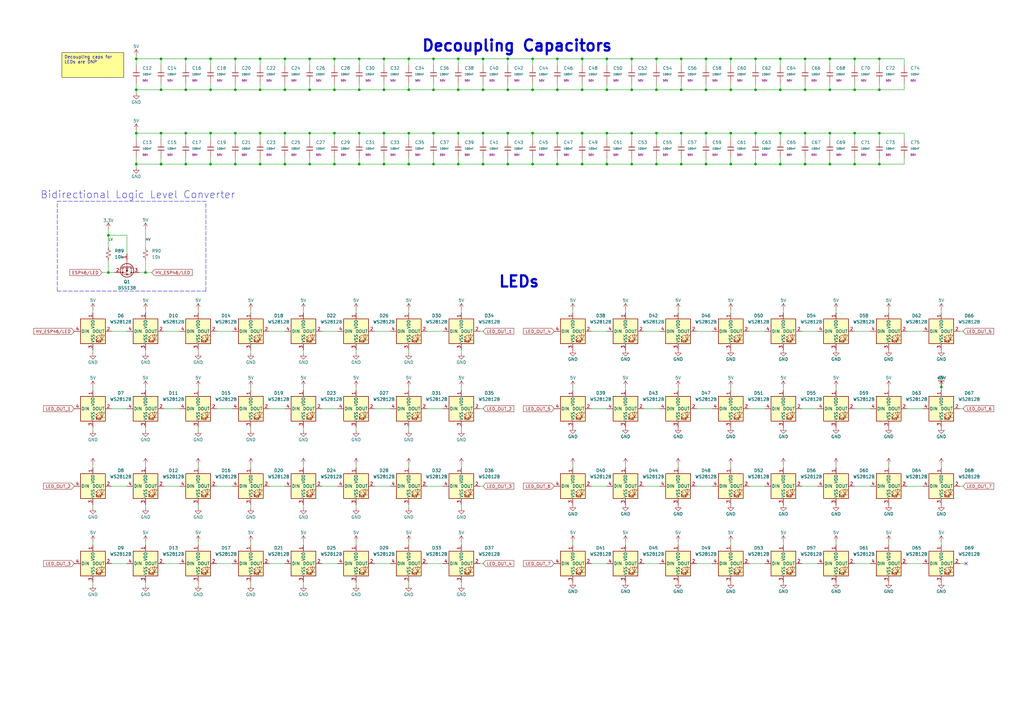
<source format=kicad_sch>
(kicad_sch (version 20250114) (generator "eeschema") (generator_version "9.0")
  (paper "A3")
  (title_block (title "SmartChessboard") (date "2025-08-15") (rev "0") (comment 3 "Released under CERN Open Hardware Licence Version 2") (comment 4 "Designed by: Alessandro Sabbadini"))
  (text "LEDs" (at 204.216 118.364 0) (effects (font (size 4.572 4.572) (thickness 0.9144) (bold yes)) (justify left bottom)))
  (text "Bidirectional Logic Level Converter" (at 16.51 81.788 0) (effects (font (size 3 3)) (justify left bottom)))
  (text "" (at 25.4 31.75 0) (effects (font (size 1.27 1.27)) (justify left bottom)))
  (text "Decoupling Capacitors" (at 172.72 21.59 0) (effects (font (size 4.572 4.572) (thickness 0.9144) (bold yes)) (justify left bottom)))
  (text "" (at 27.94 21.59 0) (effects (font (size 1.27 1.27)) (justify left bottom)))
  (text_box "Decoupling caps for LEDs are DNP" (at 25.4 21.59 0) (size 25.4 10.16) (margins 0.9525 0.9525 0.9525 0.9525) (stroke (width 0) (color 0 0 0 1)) (fill (type color) (color 255 255 150 1)) (effects (font (size 1.27 1.27)) (justify left top)))
  (junction (at 44.45 96.52))
  (junction (at 127 36.83))
  (junction (at 147.32 54.61))
  (junction (at 248.92 67.31))
  (junction (at 350.52 67.31))
  (junction (at 96.52 36.83))
  (junction (at 137.16 54.61))
  (junction (at 360.68 67.31))
  (junction (at 86.36 36.83))
  (junction (at 55.88 24.13))
  (junction (at 86.36 67.31))
  (junction (at 137.16 67.31))
  (junction (at 106.68 24.13))
  (junction (at 360.68 54.61))
  (junction (at 299.72 54.61))
  (junction (at 340.36 24.13))
  (junction (at 198.12 54.61))
  (junction (at 106.68 54.61))
  (junction (at 248.92 36.83))
  (junction (at 55.88 67.31))
  (junction (at 116.84 36.83))
  (junction (at 269.24 36.83))
  (junction (at 116.84 67.31))
  (junction (at 208.28 67.31))
  (junction (at 238.76 67.31))
  (junction (at 248.92 54.61))
  (junction (at 259.08 67.31))
  (junction (at 289.56 36.83))
  (junction (at 167.64 67.31))
  (junction (at 177.8 67.31))
  (junction (at 238.76 24.13))
  (junction (at 167.64 24.13))
  (junction (at 279.4 54.61))
  (junction (at 218.44 54.61))
  (junction (at 167.64 54.61))
  (junction (at 208.28 54.61))
  (junction (at 360.68 24.13))
  (junction (at 208.28 24.13))
  (junction (at 350.52 24.13))
  (junction (at 137.16 24.13))
  (junction (at 350.52 36.83))
  (junction (at 238.76 54.61))
  (junction (at 187.96 36.83))
  (junction (at 289.56 24.13))
  (junction (at 96.52 24.13))
  (junction (at 299.72 24.13))
  (junction (at 76.2 36.83))
  (junction (at 218.44 67.31))
  (junction (at 177.8 54.61))
  (junction (at 147.32 36.83))
  (junction (at 66.04 67.31))
  (junction (at 340.36 36.83))
  (junction (at 299.72 67.31))
  (junction (at 76.2 54.61))
  (junction (at 157.48 54.61))
  (junction (at 330.2 67.31))
  (junction (at 330.2 24.13))
  (junction (at 218.44 36.83))
  (junction (at 44.45 111.76))
  (junction (at 76.2 67.31))
  (junction (at 238.76 36.83))
  (junction (at 96.52 67.31))
  (junction (at 106.68 36.83))
  (junction (at 187.96 54.61))
  (junction (at 309.88 36.83))
  (junction (at 289.56 67.31))
  (junction (at 167.64 36.83))
  (junction (at 55.88 36.83))
  (junction (at 96.52 54.61))
  (junction (at 198.12 67.31))
  (junction (at 59.69 111.76))
  (junction (at 127 24.13))
  (junction (at 340.36 54.61))
  (junction (at 177.8 36.83))
  (junction (at 127 67.31))
  (junction (at 228.6 36.83))
  (junction (at 106.68 67.31))
  (junction (at 198.12 36.83))
  (junction (at 147.32 67.31))
  (junction (at 259.08 54.61))
  (junction (at 309.88 24.13))
  (junction (at 299.72 36.83))
  (junction (at 320.04 54.61))
  (junction (at 127 54.61))
  (junction (at 147.32 24.13))
  (junction (at 340.36 67.31))
  (junction (at 279.4 36.83))
  (junction (at 350.52 54.61))
  (junction (at 66.04 24.13))
  (junction (at 279.4 24.13))
  (junction (at 218.44 24.13))
  (junction (at 157.48 67.31))
  (junction (at 228.6 54.61))
  (junction (at 279.4 67.31))
  (junction (at 309.88 54.61))
  (junction (at 248.92 24.13))
  (junction (at 137.16 36.83))
  (junction (at 66.04 36.83))
  (junction (at 116.84 54.61))
  (junction (at 187.96 24.13))
  (junction (at 259.08 36.83))
  (junction (at 309.88 67.31))
  (junction (at 320.04 24.13))
  (junction (at 116.84 24.13))
  (junction (at 269.24 67.31))
  (junction (at 208.28 36.83))
  (junction (at 269.24 24.13))
  (junction (at 289.56 54.61))
  (junction (at 86.36 54.61))
  (junction (at 187.96 67.31))
  (junction (at 330.2 54.61))
  (junction (at 157.48 24.13))
  (junction (at 330.2 36.83))
  (junction (at 228.6 67.31))
  (junction (at 360.68 36.83))
  (junction (at 198.12 24.13))
  (junction (at 259.08 24.13))
  (junction (at 320.04 67.31))
  (junction (at 157.48 36.83))
  (junction (at 55.88 54.61))
  (junction (at 86.36 24.13))
  (junction (at 269.24 54.61))
  (junction (at 228.6 24.13))
  (junction (at 320.04 36.83))
  (junction (at 76.2 24.13))
  (junction (at 177.8 24.13))
  (junction (at 386.08 158.75))
  (junction (at 66.04 54.61))
  (no_connect (at 396.24 231.14))
  (polyline (pts (xy 23.495 119.38) (xy 23.495 82.55)) (stroke (width 0) (type dash)))
  (wire (pts (xy 372.11 199.39) (xy 378.46 199.39)))
  (wire (pts (xy 127 54.61) (xy 137.16 54.61)))
  (wire (pts (xy 177.8 24.13) (xy 177.8 26.67)))
  (wire (pts (xy 167.64 190.5) (xy 167.64 191.77)))
  (wire (pts (xy 55.88 68.58) (xy 55.88 67.31)))
  (wire (pts (xy 360.68 24.13) (xy 360.68 26.67)))
  (wire (pts (xy 187.96 67.31) (xy 177.8 67.31)))
  (wire (pts (xy 116.84 67.31) (xy 106.68 67.31)))
  (wire (pts (xy 124.46 238.76) (xy 124.46 240.03)))
  (wire (pts (xy 320.04 54.61) (xy 320.04 57.15)))
  (wire (pts (xy 234.95 222.25) (xy 234.95 223.52)))
  (wire (pts (xy 340.36 54.61) (xy 340.36 57.15)))
  (wire (pts (xy 102.87 190.5) (xy 102.87 191.77)))
  (wire (pts (xy 177.8 67.31) (xy 167.64 67.31)))
  (wire (pts (xy 110.49 199.39) (xy 116.84 199.39)))
  (wire (pts (xy 132.08 199.39) (xy 138.43 199.39)))
  (wire (pts (xy 340.36 67.31) (xy 330.2 67.31)))
  (wire (pts (xy 55.88 36.83) (xy 55.88 34.29)))
  (wire (pts (xy 167.64 24.13) (xy 177.8 24.13)))
  (wire (pts (xy 328.93 231.14) (xy 335.28 231.14)))
  (wire (pts (xy 38.1 190.5) (xy 38.1 191.77)))
  (wire (pts (xy 146.05 238.76) (xy 146.05 240.03)))
  (wire (pts (xy 157.48 67.31) (xy 147.32 67.31)))
  (wire (pts (xy 360.68 67.31) (xy 360.68 64.77)))
  (wire (pts (xy 52.07 96.52) (xy 44.45 96.52)) (stroke (width 0.1524)))
  (wire (pts (xy 234.95 127) (xy 234.95 128.27)))
  (wire (pts (xy 76.2 54.61) (xy 86.36 54.61)))
  (wire (pts (xy 157.48 54.61) (xy 157.48 57.15)))
  (wire (pts (xy 228.6 67.31) (xy 228.6 64.77)))
  (wire (pts (xy 81.28 143.51) (xy 81.28 144.78)))
  (wire (pts (xy 269.24 67.31) (xy 269.24 64.77)))
  (wire (pts (xy 88.9 199.39) (xy 95.25 199.39)))
  (wire (pts (xy 146.05 127) (xy 146.05 128.27)))
  (wire (pts (xy 256.54 190.5) (xy 256.54 191.77)))
  (wire (pts (xy 146.05 143.51) (xy 146.05 144.78)))
  (wire (pts (xy 86.36 24.13) (xy 96.52 24.13)))
  (wire (pts (xy 106.68 67.31) (xy 96.52 67.31)))
  (wire (pts (xy 157.48 67.31) (xy 157.48 64.77)))
  (wire (pts (xy 248.92 67.31) (xy 238.76 67.31)))
  (wire (pts (xy 238.76 24.13) (xy 238.76 26.67)))
  (wire (pts (xy 102.87 127) (xy 102.87 128.27)))
  (wire (pts (xy 106.68 24.13) (xy 106.68 26.67)))
  (wire (pts (xy 167.64 127) (xy 167.64 128.27)))
  (wire (pts (xy 218.44 24.13) (xy 218.44 26.67)))
  (wire (pts (xy 299.72 222.25) (xy 299.72 223.52)))
  (wire (pts (xy 86.36 36.83) (xy 86.36 34.29)))
  (wire (pts (xy 137.16 36.83) (xy 127 36.83)))
  (wire (pts (xy 167.64 54.61) (xy 167.64 57.15)))
  (wire (pts (xy 167.64 24.13) (xy 167.64 26.67)))
  (wire (pts (xy 55.88 22.86) (xy 55.88 24.13)))
  (wire (pts (xy 147.32 36.83) (xy 147.32 34.29)))
  (wire (pts (xy 38.1 143.51) (xy 38.1 144.78)))
  (wire (pts (xy 189.23 158.75) (xy 189.23 160.02)))
  (wire (pts (xy 279.4 36.83) (xy 279.4 34.29)))
  (wire (pts (xy 278.13 127) (xy 278.13 128.27)))
  (wire (pts (xy 187.96 36.83) (xy 177.8 36.83)))
  (wire (pts (xy 116.84 36.83) (xy 127 36.83)))
  (wire (pts (xy 187.96 24.13) (xy 187.96 26.67)))
  (wire (pts (xy 196.85 199.39) (xy 198.12 199.39)))
  (wire (pts (xy 289.56 24.13) (xy 289.56 26.67)))
  (wire (pts (xy 269.24 24.13) (xy 269.24 26.67)))
  (wire (pts (xy 38.1 175.26) (xy 38.1 176.53)))
  (wire (pts (xy 124.46 190.5) (xy 124.46 191.77)))
  (wire (pts (xy 187.96 24.13) (xy 198.12 24.13)))
  (wire (pts (xy 307.34 135.89) (xy 313.69 135.89)))
  (wire (pts (xy 55.88 53.34) (xy 55.88 54.61)))
  (wire (pts (xy 76.2 67.31) (xy 66.04 67.31)))
  (wire (pts (xy 350.52 135.89) (xy 356.87 135.89)))
  (wire (pts (xy 67.31 231.14) (xy 73.66 231.14)))
  (wire (pts (xy 279.4 67.31) (xy 269.24 67.31)))
  (wire (pts (xy 289.56 24.13) (xy 299.72 24.13)))
  (wire (pts (xy 289.56 67.31) (xy 289.56 64.77)))
  (wire (pts (xy 66.04 24.13) (xy 76.2 24.13)))
  (wire (pts (xy 157.48 36.83) (xy 147.32 36.83)))
  (wire (pts (xy 167.64 222.25) (xy 167.64 223.52)))
  (wire (pts (xy 278.13 158.75) (xy 278.13 160.02)))
  (wire (pts (xy 269.24 36.83) (xy 269.24 34.29)))
  (wire (pts (xy 350.52 24.13) (xy 350.52 26.67)))
  (wire (pts (xy 309.88 36.83) (xy 299.72 36.83)))
  (wire (pts (xy 189.23 207.01) (xy 189.23 208.28)))
  (wire (pts (xy 137.16 24.13) (xy 137.16 26.67)))
  (wire (pts (xy 278.13 190.5) (xy 278.13 191.77)))
  (wire (pts (xy 177.8 24.13) (xy 187.96 24.13)))
  (wire (pts (xy 264.16 199.39) (xy 270.51 199.39)))
  (wire (pts (xy 309.88 67.31) (xy 299.72 67.31)))
  (wire (pts (xy 177.8 36.83) (xy 167.64 36.83)))
  (wire (pts (xy 198.12 54.61) (xy 198.12 57.15)))
  (wire (pts (xy 167.64 238.76) (xy 167.64 240.03)))
  (wire (pts (xy 393.7 167.64) (xy 394.97 167.64)))
  (wire (pts (xy 102.87 158.75) (xy 102.87 160.02)))
  (wire (pts (xy 259.08 24.13) (xy 259.08 26.67)))
  (wire (pts (xy 124.46 175.26) (xy 124.46 176.53)))
  (wire (pts (xy 208.28 24.13) (xy 208.28 26.67)))
  (wire (pts (xy 55.88 54.61) (xy 55.88 57.15)))
  (wire (pts (xy 269.24 24.13) (xy 279.4 24.13)))
  (wire (pts (xy 320.04 67.31) (xy 309.88 67.31)))
  (wire (pts (xy 208.28 24.13) (xy 218.44 24.13)))
  (wire (pts (xy 328.93 199.39) (xy 335.28 199.39)))
  (wire (pts (xy 218.44 36.83) (xy 208.28 36.83)))
  (wire (pts (xy 110.49 135.89) (xy 116.84 135.89)))
  (wire (pts (xy 96.52 54.61) (xy 106.68 54.61)))
  (wire (pts (xy 259.08 54.61) (xy 269.24 54.61)))
  (wire (pts (xy 146.05 207.01) (xy 146.05 208.28)))
  (wire (pts (xy 342.9 158.75) (xy 342.9 160.02)))
  (wire (pts (xy 320.04 36.83) (xy 320.04 34.29)))
  (wire (pts (xy 320.04 36.83) (xy 309.88 36.83)))
  (wire (pts (xy 175.26 167.64) (xy 181.61 167.64)))
  (wire (pts (xy 256.54 222.25) (xy 256.54 223.52)))
  (wire (pts (xy 238.76 36.83) (xy 228.6 36.83)))
  (wire (pts (xy 364.49 190.5) (xy 364.49 191.77)))
  (wire (pts (xy 59.69 127) (xy 59.69 128.27)))
  (wire (pts (xy 259.08 67.31) (xy 259.08 64.77)))
  (wire (pts (xy 88.9 167.64) (xy 95.25 167.64)))
  (wire (pts (xy 238.76 54.61) (xy 238.76 57.15)))
  (wire (pts (xy 279.4 67.31) (xy 279.4 64.77)))
  (wire (pts (xy 189.23 190.5) (xy 189.23 191.77)))
  (wire (pts (xy 189.23 143.51) (xy 189.23 144.78)))
  (wire (pts (xy 299.72 54.61) (xy 309.88 54.61)))
  (wire (pts (xy 116.84 54.61) (xy 127 54.61)))
  (wire (pts (xy 340.36 36.83) (xy 330.2 36.83)))
  (wire (pts (xy 340.36 24.13) (xy 350.52 24.13)))
  (wire (pts (xy 299.72 24.13) (xy 309.88 24.13)))
  (wire (pts (xy 81.28 175.26) (xy 81.28 176.53)))
  (wire (pts (xy 198.12 54.61) (xy 208.28 54.61)))
  (wire (pts (xy 52.07 104.14) (xy 52.07 96.52)) (stroke (width 0.1524)))
  (wire (pts (xy 147.32 24.13) (xy 147.32 26.67)))
  (wire (pts (xy 55.88 54.61) (xy 66.04 54.61)))
  (wire (pts (xy 248.92 67.31) (xy 248.92 64.77)))
  (wire (pts (xy 67.31 135.89) (xy 73.66 135.89)))
  (wire (pts (xy 370.84 24.13) (xy 370.84 26.67)))
  (wire (pts (xy 127 24.13) (xy 127 26.67)))
  (wire (pts (xy 147.32 67.31) (xy 147.32 64.77)))
  (wire (pts (xy 350.52 67.31) (xy 350.52 64.77)))
  (wire (pts (xy 55.88 36.83) (xy 66.04 36.83)))
  (wire (pts (xy 342.9 190.5) (xy 342.9 191.77)))
  (wire (pts (xy 187.96 67.31) (xy 187.96 64.77)))
  (wire (pts (xy 360.68 24.13) (xy 370.84 24.13)))
  (wire (pts (xy 44.45 106.68) (xy 44.45 111.76)) (stroke (width 0.1524)))
  (wire (pts (xy 386.08 158.75) (xy 386.08 160.02)))
  (wire (pts (xy 218.44 67.31) (xy 208.28 67.31)))
  (wire (pts (xy 116.84 36.83) (xy 116.84 34.29)))
  (wire (pts (xy 146.05 222.25) (xy 146.05 223.52)))
  (wire (pts (xy 342.9 222.25) (xy 342.9 223.52)))
  (wire (pts (xy 146.05 175.26) (xy 146.05 176.53)))
  (wire (pts (xy 269.24 36.83) (xy 259.08 36.83)))
  (wire (pts (xy 309.88 54.61) (xy 309.88 57.15)))
  (wire (pts (xy 208.28 67.31) (xy 198.12 67.31)))
  (wire (pts (xy 38.1 222.25) (xy 38.1 223.52)))
  (wire (pts (xy 46.99 111.76) (xy 44.45 111.76)) (stroke (width 0.1524)))
  (wire (pts (xy 102.87 175.26) (xy 102.87 176.53)))
  (wire (pts (xy 137.16 24.13) (xy 147.32 24.13)))
  (wire (pts (xy 289.56 54.61) (xy 289.56 57.15)))
  (wire (pts (xy 228.6 24.13) (xy 238.76 24.13)))
  (wire (pts (xy 248.92 24.13) (xy 248.92 26.67)))
  (wire (pts (xy 88.9 231.14) (xy 95.25 231.14)))
  (wire (pts (xy 285.75 167.64) (xy 292.1 167.64)))
  (wire (pts (xy 218.44 36.83) (xy 218.44 34.29)))
  (wire (pts (xy 299.72 67.31) (xy 299.72 64.77)))
  (wire (pts (xy 106.68 54.61) (xy 116.84 54.61)))
  (wire (pts (xy 360.68 54.61) (xy 370.84 54.61)))
  (wire (pts (xy 309.88 24.13) (xy 320.04 24.13)))
  (wire (pts (xy 167.64 158.75) (xy 167.64 160.02)))
  (wire (pts (xy 38.1 158.75) (xy 38.1 160.02)))
  (wire (pts (xy 218.44 67.31) (xy 218.44 64.77)))
  (wire (pts (xy 321.31 190.5) (xy 321.31 191.77)))
  (wire (pts (xy 96.52 67.31) (xy 86.36 67.31)))
  (polyline (pts (xy 23.495 119.38) (xy 84.455 119.38)) (stroke (width 0) (type dash)))
  (wire (pts (xy 372.11 135.89) (xy 378.46 135.89)))
  (wire (pts (xy 187.96 54.61) (xy 187.96 57.15)))
  (wire (pts (xy 96.52 67.31) (xy 96.52 64.77)))
  (wire (pts (xy 59.69 158.75) (xy 59.69 160.02)))
  (wire (pts (xy 59.69 175.26) (xy 59.69 176.53)))
  (wire (pts (xy 350.52 54.61) (xy 360.68 54.61)))
  (wire (pts (xy 256.54 127) (xy 256.54 128.27)))
  (wire (pts (xy 321.31 158.75) (xy 321.31 160.02)))
  (wire (pts (xy 196.85 231.14) (xy 198.12 231.14)))
  (wire (pts (xy 350.52 167.64) (xy 356.87 167.64)))
  (wire (pts (xy 167.64 143.51) (xy 167.64 144.78)))
  (wire (pts (xy 309.88 67.31) (xy 309.88 64.77)))
  (wire (pts (xy 106.68 36.83) (xy 106.68 34.29)))
  (wire (pts (xy 44.45 111.76) (xy 41.91 111.76)) (stroke (width 0.1524)))
  (wire (pts (xy 96.52 36.83) (xy 96.52 34.29)))
  (wire (pts (xy 279.4 24.13) (xy 289.56 24.13)))
  (wire (pts (xy 328.93 167.64) (xy 335.28 167.64)))
  (wire (pts (xy 177.8 54.61) (xy 177.8 57.15)))
  (wire (pts (xy 340.36 67.31) (xy 340.36 64.77)))
  (wire (pts (xy 157.48 24.13) (xy 167.64 24.13)))
  (wire (pts (xy 132.08 167.64) (xy 138.43 167.64)))
  (wire (pts (xy 364.49 127) (xy 364.49 128.27)))
  (wire (pts (xy 153.67 135.89) (xy 160.02 135.89)))
  (wire (pts (xy 309.88 36.83) (xy 309.88 34.29)))
  (wire (pts (xy 279.4 54.61) (xy 289.56 54.61)))
  (wire (pts (xy 360.68 36.83) (xy 350.52 36.83)))
  (wire (pts (xy 393.7 199.39) (xy 394.97 199.39)))
  (wire (pts (xy 147.32 54.61) (xy 157.48 54.61)))
  (wire (pts (xy 196.85 135.89) (xy 198.12 135.89)))
  (wire (pts (xy 44.45 96.52) (xy 44.45 93.98)) (stroke (width 0.1524)))
  (wire (pts (xy 157.48 54.61) (xy 167.64 54.61)))
  (wire (pts (xy 153.67 199.39) (xy 160.02 199.39)))
  (wire (pts (xy 81.28 222.25) (xy 81.28 223.52)))
  (wire (pts (xy 124.46 143.51) (xy 124.46 144.78)))
  (wire (pts (xy 307.34 231.14) (xy 313.69 231.14)))
  (wire (pts (xy 370.84 34.29) (xy 370.84 36.83)))
  (wire (pts (xy 198.12 24.13) (xy 208.28 24.13)))
  (wire (pts (xy 55.88 38.1) (xy 55.88 36.83)))
  (wire (pts (xy 59.69 99.06) (xy 59.69 101.6)))
  (wire (pts (xy 175.26 199.39) (xy 181.61 199.39)))
  (wire (pts (xy 59.69 207.01) (xy 59.69 208.28)))
  (wire (pts (xy 124.46 207.01) (xy 124.46 208.28)))
  (wire (pts (xy 198.12 36.83) (xy 187.96 36.83)))
  (wire (pts (xy 330.2 24.13) (xy 340.36 24.13)))
  (wire (pts (xy 59.69 222.25) (xy 59.69 223.52)))
  (wire (pts (xy 386.08 222.25) (xy 386.08 223.52)))
  (wire (pts (xy 370.84 54.61) (xy 370.84 57.15)))
  (wire (pts (xy 198.12 67.31) (xy 198.12 64.77)))
  (wire (pts (xy 189.23 238.76) (xy 189.23 240.03)))
  (wire (pts (xy 67.31 167.64) (xy 73.66 167.64)))
  (wire (pts (xy 264.16 231.14) (xy 270.51 231.14)))
  (wire (pts (xy 386.08 190.5) (xy 386.08 191.77)))
  (wire (pts (xy 279.4 24.13) (xy 279.4 26.67)))
  (wire (pts (xy 320.04 24.13) (xy 320.04 26.67)))
  (wire (pts (xy 81.28 207.01) (xy 81.28 208.28)))
  (wire (pts (xy 299.72 67.31) (xy 289.56 67.31)))
  (wire (pts (xy 124.46 222.25) (xy 124.46 223.52)))
  (wire (pts (xy 66.04 54.61) (xy 66.04 57.15)))
  (wire (pts (xy 228.6 24.13) (xy 228.6 26.67)))
  (wire (pts (xy 76.2 67.31) (xy 76.2 64.77)))
  (wire (pts (xy 153.67 231.14) (xy 160.02 231.14)))
  (wire (pts (xy 218.44 54.61) (xy 218.44 57.15)))
  (wire (pts (xy 116.84 67.31) (xy 116.84 64.77)))
  (wire (pts (xy 116.84 24.13) (xy 127 24.13)))
  (wire (pts (xy 127 54.61) (xy 127 57.15)))
  (wire (pts (xy 38.1 127) (xy 38.1 128.27)))
  (wire (pts (xy 147.32 24.13) (xy 157.48 24.13)))
  (wire (pts (xy 289.56 36.83) (xy 289.56 34.29)))
  (wire (pts (xy 147.32 54.61) (xy 147.32 57.15)))
  (wire (pts (xy 198.12 67.31) (xy 187.96 67.31)))
  (wire (pts (xy 167.64 36.83) (xy 167.64 34.29)))
  (wire (pts (xy 299.72 24.13) (xy 299.72 26.67)))
  (wire (pts (xy 157.48 36.83) (xy 157.48 34.29)))
  (wire (pts (xy 269.24 67.31) (xy 259.08 67.31)))
  (wire (pts (xy 289.56 54.61) (xy 299.72 54.61)))
  (wire (pts (xy 76.2 36.83) (xy 86.36 36.83)))
  (wire (pts (xy 76.2 24.13) (xy 76.2 26.67)))
  (wire (pts (xy 86.36 24.13) (xy 86.36 26.67)))
  (wire (pts (xy 132.08 231.14) (xy 138.43 231.14)))
  (wire (pts (xy 328.93 135.89) (xy 335.28 135.89)))
  (wire (pts (xy 330.2 67.31) (xy 330.2 64.77)))
  (wire (pts (xy 96.52 36.83) (xy 106.68 36.83)))
  (wire (pts (xy 187.96 36.83) (xy 187.96 34.29)))
  (wire (pts (xy 167.64 67.31) (xy 157.48 67.31)))
  (wire (pts (xy 208.28 67.31) (xy 208.28 64.77)))
  (wire (pts (xy 228.6 36.83) (xy 228.6 34.29)))
  (wire (pts (xy 320.04 67.31) (xy 320.04 64.77)))
  (wire (pts (xy 256.54 158.75) (xy 256.54 160.02)))
  (wire (pts (xy 167.64 175.26) (xy 167.64 176.53)))
  (wire (pts (xy 330.2 54.61) (xy 340.36 54.61)))
  (wire (pts (xy 116.84 54.61) (xy 116.84 57.15)))
  (wire (pts (xy 127 36.83) (xy 127 34.29)))
  (wire (pts (xy 289.56 36.83) (xy 279.4 36.83)))
  (wire (pts (xy 187.96 54.61) (xy 198.12 54.61)))
  (wire (pts (xy 285.75 231.14) (xy 292.1 231.14)))
  (wire (pts (xy 106.68 24.13) (xy 116.84 24.13)))
  (wire (pts (xy 198.12 24.13) (xy 198.12 26.67)))
  (wire (pts (xy 66.04 36.83) (xy 66.04 34.29)))
  (wire (pts (xy 350.52 231.14) (xy 356.87 231.14)))
  (wire (pts (xy 55.88 24.13) (xy 55.88 26.67)))
  (wire (pts (xy 137.16 67.31) (xy 137.16 64.77)))
  (wire (pts (xy 259.08 24.13) (xy 269.24 24.13)))
  (wire (pts (xy 299.72 36.83) (xy 299.72 34.29)))
  (wire (pts (xy 38.1 207.01) (xy 38.1 208.28)))
  (wire (pts (xy 372.11 167.64) (xy 378.46 167.64)))
  (wire (pts (xy 242.57 135.89) (xy 248.92 135.89)))
  (wire (pts (xy 228.6 36.83) (xy 218.44 36.83)))
  (wire (pts (xy 278.13 222.25) (xy 278.13 223.52)))
  (wire (pts (xy 106.68 54.61) (xy 106.68 57.15)))
  (wire (pts (xy 364.49 222.25) (xy 364.49 223.52)))
  (wire (pts (xy 242.57 199.39) (xy 248.92 199.39)))
  (wire (pts (xy 372.11 231.14) (xy 378.46 231.14)))
  (wire (pts (xy 59.69 143.51) (xy 59.69 144.78)))
  (wire (pts (xy 81.28 238.76) (xy 81.28 240.03)))
  (wire (pts (xy 57.15 111.76) (xy 59.69 111.76)) (stroke (width 0.1524)))
  (wire (pts (xy 259.08 36.83) (xy 259.08 34.29)))
  (wire (pts (xy 88.9 135.89) (xy 95.25 135.89)))
  (wire (pts (xy 175.26 231.14) (xy 181.61 231.14)))
  (wire (pts (xy 299.72 127) (xy 299.72 128.27)))
  (wire (pts (xy 307.34 199.39) (xy 313.69 199.39)))
  (wire (pts (xy 167.64 36.83) (xy 157.48 36.83)))
  (wire (pts (xy 59.69 190.5) (xy 59.69 191.77)))
  (wire (pts (xy 242.57 231.14) (xy 248.92 231.14)))
  (wire (pts (xy 66.04 67.31) (xy 66.04 64.77)))
  (wire (pts (xy 248.92 54.61) (xy 248.92 57.15)))
  (wire (pts (xy 177.8 36.83) (xy 177.8 34.29)))
  (wire (pts (xy 167.64 207.01) (xy 167.64 208.28)))
  (wire (pts (xy 269.24 54.61) (xy 269.24 57.15)))
  (wire (pts (xy 320.04 24.13) (xy 330.2 24.13)))
  (wire (pts (xy 96.52 24.13) (xy 106.68 24.13)))
  (wire (pts (xy 259.08 67.31) (xy 248.92 67.31)))
  (wire (pts (xy 208.28 36.83) (xy 198.12 36.83)))
  (wire (pts (xy 289.56 67.31) (xy 279.4 67.31)))
  (wire (pts (xy 330.2 67.31) (xy 320.04 67.31)))
  (wire (pts (xy 137.16 67.31) (xy 127 67.31)))
  (wire (pts (xy 330.2 24.13) (xy 330.2 26.67)))
  (wire (pts (xy 285.75 135.89) (xy 292.1 135.89)))
  (wire (pts (xy 299.72 190.5) (xy 299.72 191.77)))
  (wire (pts (xy 67.31 199.39) (xy 73.66 199.39)))
  (wire (pts (xy 189.23 222.25) (xy 189.23 223.52)))
  (wire (pts (xy 45.72 135.89) (xy 52.07 135.89)))
  (wire (pts (xy 393.7 231.14) (xy 396.24 231.14)))
  (wire (pts (xy 350.52 54.61) (xy 350.52 57.15)))
  (wire (pts (xy 208.28 54.61) (xy 208.28 57.15)))
  (wire (pts (xy 248.92 36.83) (xy 238.76 36.83)))
  (wire (pts (xy 238.76 54.61) (xy 248.92 54.61)))
  (wire (pts (xy 102.87 207.01) (xy 102.87 208.28)))
  (wire (pts (xy 309.88 54.61) (xy 320.04 54.61)))
  (wire (pts (xy 45.72 231.14) (xy 52.07 231.14)))
  (wire (pts (xy 137.16 54.61) (xy 147.32 54.61)))
  (wire (pts (xy 189.23 127) (xy 189.23 128.27)))
  (wire (pts (xy 147.32 67.31) (xy 137.16 67.31)))
  (wire (pts (xy 96.52 54.61) (xy 96.52 57.15)))
  (wire (pts (xy 55.88 24.13) (xy 66.04 24.13)))
  (wire (pts (xy 153.67 167.64) (xy 160.02 167.64)))
  (wire (pts (xy 66.04 54.61) (xy 76.2 54.61)))
  (wire (pts (xy 110.49 231.14) (xy 116.84 231.14)))
  (wire (pts (xy 360.68 54.61) (xy 360.68 57.15)))
  (wire (pts (xy 81.28 127) (xy 81.28 128.27)))
  (wire (pts (xy 189.23 175.26) (xy 189.23 176.53)))
  (wire (pts (xy 55.88 67.31) (xy 55.88 64.77)))
  (wire (pts (xy 127 67.31) (xy 127 64.77)))
  (wire (pts (xy 76.2 36.83) (xy 76.2 34.29)))
  (wire (pts (xy 386.08 127) (xy 386.08 128.27)))
  (wire (pts (xy 45.72 167.64) (xy 52.07 167.64)))
  (wire (pts (xy 66.04 24.13) (xy 66.04 26.67)))
  (wire (pts (xy 264.16 167.64) (xy 270.51 167.64)))
  (wire (pts (xy 110.49 167.64) (xy 116.84 167.64)))
  (wire (pts (xy 167.64 54.61) (xy 177.8 54.61)))
  (wire (pts (xy 59.69 106.68) (xy 59.69 111.76)) (stroke (width 0.1524)))
  (wire (pts (xy 59.69 93.98) (xy 59.69 99.06)) (stroke (width 0.1524)))
  (wire (pts (xy 66.04 36.83) (xy 76.2 36.83)))
  (wire (pts (xy 132.08 135.89) (xy 138.43 135.89)))
  (wire (pts (xy 196.85 167.64) (xy 198.12 167.64)))
  (wire (pts (xy 321.31 222.25) (xy 321.31 223.52)))
  (wire (pts (xy 137.16 36.83) (xy 137.16 34.29)))
  (wire (pts (xy 106.68 36.83) (xy 116.84 36.83)))
  (wire (pts (xy 86.36 54.61) (xy 96.52 54.61)))
  (wire (pts (xy 106.68 67.31) (xy 106.68 64.77)))
  (wire (pts (xy 208.28 36.83) (xy 208.28 34.29)))
  (wire (pts (xy 157.48 24.13) (xy 157.48 26.67)))
  (wire (pts (xy 177.8 67.31) (xy 177.8 64.77)))
  (wire (pts (xy 330.2 36.83) (xy 330.2 34.29)))
  (wire (pts (xy 66.04 67.31) (xy 55.88 67.31)))
  (wire (pts (xy 198.12 36.83) (xy 198.12 34.29)))
  (wire (pts (xy 320.04 54.61) (xy 330.2 54.61)))
  (wire (pts (xy 96.52 24.13) (xy 96.52 26.67)))
  (wire (pts (xy 228.6 67.31) (xy 218.44 67.31)))
  (wire (pts (xy 393.7 135.89) (xy 394.97 135.89)))
  (wire (pts (xy 86.36 67.31) (xy 86.36 64.77)))
  (wire (pts (xy 350.52 36.83) (xy 350.52 34.29)))
  (wire (pts (xy 259.08 36.83) (xy 248.92 36.83)))
  (wire (pts (xy 137.16 54.61) (xy 137.16 57.15)))
  (wire (pts (xy 340.36 54.61) (xy 350.52 54.61)))
  (wire (pts (xy 45.72 199.39) (xy 52.07 199.39)))
  (wire (pts (xy 116.84 24.13) (xy 116.84 26.67)))
  (wire (pts (xy 228.6 54.61) (xy 228.6 57.15)))
  (wire (pts (xy 127 67.31) (xy 116.84 67.31)))
  (wire (pts (xy 38.1 238.76) (xy 38.1 240.03)))
  (wire (pts (xy 44.45 99.06) (xy 44.45 101.6)))
  (wire (pts (xy 248.92 24.13) (xy 259.08 24.13)))
  (wire (pts (xy 86.36 67.31) (xy 76.2 67.31)))
  (wire (pts (xy 269.24 54.61) (xy 279.4 54.61)))
  (wire (pts (xy 364.49 158.75) (xy 364.49 160.02)))
  (wire (pts (xy 76.2 54.61) (xy 76.2 57.15)))
  (wire (pts (xy 59.69 111.76) (xy 62.23 111.76)) (stroke (width 0.1524)))
  (wire (pts (xy 279.4 54.61) (xy 279.4 57.15)))
  (wire (pts (xy 76.2 24.13) (xy 86.36 24.13)))
  (wire (pts (xy 370.84 64.77) (xy 370.84 67.31)))
  (wire (pts (xy 81.28 190.5) (xy 81.28 191.77)))
  (wire (pts (xy 127 24.13) (xy 137.16 24.13)))
  (wire (pts (xy 309.88 24.13) (xy 309.88 26.67)))
  (wire (pts (xy 124.46 158.75) (xy 124.46 160.02)))
  (wire (pts (xy 86.36 54.61) (xy 86.36 57.15)))
  (wire (pts (xy 238.76 36.83) (xy 238.76 34.29)))
  (wire (pts (xy 124.46 127) (xy 124.46 128.27)))
  (wire (pts (xy 370.84 67.31) (xy 360.68 67.31)))
  (wire (pts (xy 330.2 54.61) (xy 330.2 57.15)))
  (wire (pts (xy 208.28 54.61) (xy 218.44 54.61)))
  (wire (pts (xy 81.28 158.75) (xy 81.28 160.02)))
  (wire (pts (xy 340.36 24.13) (xy 340.36 26.67)))
  (polyline (pts (xy 23.495 82.55) (xy 84.455 82.55)) (stroke (width 0) (type dash)))
  (wire (pts (xy 321.31 127) (xy 321.31 128.27)))
  (wire (pts (xy 146.05 190.5) (xy 146.05 191.77)))
  (wire (pts (xy 234.95 190.5) (xy 234.95 191.77)))
  (wire (pts (xy 242.57 167.64) (xy 248.92 167.64)))
  (wire (pts (xy 147.32 36.83) (xy 137.16 36.83)))
  (wire (pts (xy 228.6 54.61) (xy 238.76 54.61)))
  (wire (pts (xy 330.2 36.83) (xy 320.04 36.83)))
  (wire (pts (xy 307.34 167.64) (xy 313.69 167.64)))
  (wire (pts (xy 370.84 36.83) (xy 360.68 36.83)))
  (wire (pts (xy 102.87 238.76) (xy 102.87 240.03)))
  (wire (pts (xy 238.76 24.13) (xy 248.92 24.13)))
  (wire (pts (xy 238.76 67.31) (xy 238.76 64.77)))
  (wire (pts (xy 350.52 67.31) (xy 340.36 67.31)))
  (wire (pts (xy 86.36 36.83) (xy 96.52 36.83)))
  (wire (pts (xy 350.52 36.83) (xy 340.36 36.83)))
  (wire (pts (xy 167.64 67.31) (xy 167.64 64.77)))
  (wire (pts (xy 218.44 24.13) (xy 228.6 24.13)))
  (wire (pts (xy 248.92 54.61) (xy 259.08 54.61)))
  (wire (pts (xy 146.05 158.75) (xy 146.05 160.02)))
  (wire (pts (xy 175.26 135.89) (xy 181.61 135.89)))
  (wire (pts (xy 350.52 24.13) (xy 360.68 24.13)))
  (wire (pts (xy 360.68 67.31) (xy 350.52 67.31)))
  (wire (pts (xy 238.76 67.31) (xy 228.6 67.31)))
  (wire (pts (xy 177.8 54.61) (xy 187.96 54.61)))
  (wire (pts (xy 340.36 36.83) (xy 340.36 34.29)))
  (wire (pts (xy 285.75 199.39) (xy 292.1 199.39)))
  (wire (pts (xy 360.68 36.83) (xy 360.68 34.29)))
  (wire (pts (xy 102.87 143.51) (xy 102.87 144.78)))
  (wire (pts (xy 299.72 158.75) (xy 299.72 160.02)))
  (wire (pts (xy 248.92 36.83) (xy 248.92 34.29)))
  (polyline (pts (xy 84.455 119.38) (xy 84.455 82.55)) (stroke (width 0) (type dash)))
  (wire (pts (xy 279.4 36.83) (xy 269.24 36.83)))
  (wire (pts (xy 350.52 199.39) (xy 356.87 199.39)))
  (wire (pts (xy 218.44 54.61) (xy 228.6 54.61)))
  (wire (pts (xy 102.87 222.25) (xy 102.87 223.52)))
  (wire (pts (xy 59.69 238.76) (xy 59.69 240.03)))
  (wire (pts (xy 299.72 36.83) (xy 289.56 36.83)))
  (wire (pts (xy 259.08 54.61) (xy 259.08 57.15)))
  (wire (pts (xy 342.9 127) (xy 342.9 128.27)))
  (wire (pts (xy 234.95 158.75) (xy 234.95 160.02)))
  (wire (pts (xy 299.72 54.61) (xy 299.72 57.15)))
  (wire (pts (xy 264.16 135.89) (xy 270.51 135.89)))
  (wire (pts (xy 44.45 99.06) (xy 44.45 96.52)) (stroke (width 0.1524)))
  (label "HV" (at 59.69 99.06 0) (effects (font (size 1.016 1.016))))
  (label "LV" (at 44.45 99.06 0) (effects (font (size 1.016 1.016))))
  (global_label "LED_OUT_3" (shape input) (at 30.48 231.14 180) (property "Intersheetrefs" "${INTERSHEET_REFS}" (effects (hide yes))))
  (global_label "LED_OUT_1" (shape input) (at 198.12 135.89 0) (property "Intersheetrefs" "${INTERSHEET_REFS}" (effects (hide yes))))
  (global_label "LED_OUT_6" (shape input) (at 227.33 199.39 180) (property "Intersheetrefs" "${INTERSHEET_REFS}" (effects (hide yes))))
  (global_label "HV_ESP46{slash}LED" (shape input) (at 30.48 135.89 180) (property "Intersheetrefs" "${INTERSHEET_REFS}" (effects (hide yes))))
  (global_label "LED_OUT_1" (shape input) (at 30.48 167.64 180) (property "Intersheetrefs" "${INTERSHEET_REFS}" (effects (hide yes))))
  (global_label "LED_OUT_5" (shape input) (at 394.97 135.89 0) (property "Intersheetrefs" "${INTERSHEET_REFS}" (effects (hide yes))))
  (global_label "LED_OUT_4" (shape input) (at 227.33 135.89 180) (property "Intersheetrefs" "${INTERSHEET_REFS}" (effects (hide yes))))
  (global_label "LED_OUT_2" (shape input) (at 30.48 199.39 180) (property "Intersheetrefs" "${INTERSHEET_REFS}" (effects (hide yes))))
  (global_label "LED_OUT_5" (shape input) (at 227.33 167.64 180) (property "Intersheetrefs" "${INTERSHEET_REFS}" (effects (hide yes))))
  (global_label "LED_OUT_7" (shape input) (at 227.33 231.14 180) (property "Intersheetrefs" "${INTERSHEET_REFS}" (effects (hide yes))))
  (global_label "LED_OUT_6" (shape input) (at 394.97 167.64 0) (property "Intersheetrefs" "${INTERSHEET_REFS}" (effects (hide yes))))
  (global_label "LED_OUT_7" (shape input) (at 394.97 199.39 0) (property "Intersheetrefs" "${INTERSHEET_REFS}" (effects (hide yes))))
  (global_label "HV_ESP46{slash}LED" (shape input) (at 62.23 111.76 0) (property "Intersheetrefs" "${INTERSHEET_REFS}" (effects (hide yes))))
  (global_label "LED_OUT_3" (shape input) (at 198.12 199.39 0) (property "Intersheetrefs" "${INTERSHEET_REFS}" (effects (hide yes))))
  (global_label "LED_OUT_2" (shape input) (at 198.12 167.64 0) (property "Intersheetrefs" "${INTERSHEET_REFS}" (effects (hide yes))))
  (global_label "LED_OUT_4" (shape input) (at 198.12 231.14 0) (property "Intersheetrefs" "${INTERSHEET_REFS}" (effects (hide yes))))
  (global_label "ESP46{slash}LED" (shape input) (at 41.91 111.76 180) (property "Intersheetrefs" "${INTERSHEET_REFS}" (effects (hide yes))))
  (symbol (lib_id "SparkFun-PowerSymbol:GND") (at 189.23 240.03 0) (unit 1)
    (property "Reference" "#PWR0129" (effects (hide yes)))
    (property "Value" "GND" (at 189.23 243.84 0))
    (property "Description" "Power symbol creates a global label with name \"GND\" , ground" (effects (hide yes)))
  )
  (symbol (lib_id "SparkFun-PowerSymbol:5V") (at 102.87 222.25 0) (unit 1)
    (property "Reference" "#PWR096" (effects (hide yes)))
    (property "Value" "5V" (at 102.87 218.44 0))
    (property "Description" "Power symbol creates a global label with name \"5V\"" (effects (hide yes)))
  )
  (symbol (lib_id "SparkFun-PowerSymbol:5V") (at 189.23 190.5 0) (unit 1)
    (property "Reference" "#PWR0126" (effects (hide yes)))
    (property "Value" "5V" (effects (hide yes)))
    (property "Description" "Power symbol creates a global label with name \"5V\"" (effects (hide yes)))
  )
  (symbol (lib_id "SparkFun-PowerSymbol:5V") (at 256.54 222.25 0) (unit 1)
    (property "Reference" "#PWR0144" (effects (hide yes)))
    (property "Value" "5V" (at 256.54 218.44 0))
    (property "Description" "Power symbol creates a global label with name \"5V\"" (effects (hide yes)))
  )
  (symbol (lib_id "LED:WS2812B") (at 189.23 231.14 0) (unit 1)
    (property "Reference" "D37" (at 200.66 224.7198 0))
    (property "Value" "WS2812B" (at 200.66 227.2598 0))
    (property "Footprint" "LED_SMD:LED_WS2812B_PLCC4_5.0x5.0mm_P3.2mm" (effects (hide yes)))
    (property "Datasheet" "https://cdn-shop.adafruit.com/datasheets/WS2812B.pdf" (effects (hide yes)))
    (property "Description" "RGB LED with integrated controller" (effects (hide yes)))
  )
  (symbol (lib_id "SparkFun-PowerSymbol:5V") (at 124.46 127 0) (unit 1)
    (property "Reference" "#PWR098" (effects (hide yes)))
    (property "Value" "5V" (at 124.46 123.19 0))
    (property "Description" "Power symbol creates a global label with name \"5V\"" (effects (hide yes)))
  )
  (symbol (lib_id "LED:WS2812B") (at 386.08 231.14 0) (unit 1)
    (property "Reference" "D69" (at 397.51 224.7198 0))
    (property "Value" "WS2812B" (at 397.51 227.2598 0))
    (property "Footprint" "LED_SMD:LED_WS2812B_PLCC4_5.0x5.0mm_P3.2mm" (effects (hide yes)))
    (property "Datasheet" "https://cdn-shop.adafruit.com/datasheets/WS2812B.pdf" (effects (hide yes)))
    (property "Description" "RGB LED with integrated controller" (effects (hide yes)))
  )
  (symbol (lib_id "PCM_JLCPCB-Capacitors:0402,100nF,(2)") (at 66.04 30.48 0) (unit 1)
    (property "Reference" "C14" (at 68.58 27.9399 0) (effects (justify left)))
    (property "Value" "100nF" (at 68.58 30.48 0) (effects (font (size 0.8 0.8)) (justify left)))
    (property "Footprint" "PCM_JLCPCB:C_0402" (effects (hide yes)))
    (property "Datasheet" "https://www.lcsc.com/datasheet/lcsc_datasheet_2304140030_Samsung-Electro-Mechanics-CL05B104KB54PNC_C307331.pdf" (effects (hide yes)))
    (property "Description" "50V 100nF X7R ±10% 0402 Multilayer Ceramic Capacitors MLCC - SMD/SMT ROHS" (effects (hide yes)))
    (property "LCSC" "C307331" (effects (hide yes)))
    (property "Stock" "8389599" (effects (hide yes)))
    (property "Price" "0.008USD" (effects (hide yes)))
    (property "Process" "SMT" (effects (hide yes)))
    (property "Minimum Qty" "20" (effects (hide yes)))
    (property "Attrition Qty" "10" (effects (hide yes)))
    (property "Class" "Basic Component" (effects (hide yes)))
    (property "Category" "Capacitors,Multilayer Ceramic Capacitors MLCC - SMD/SMT" (effects (hide yes)))
    (property "Manufacturer" "Samsung Electro-Mechanics" (effects (hide yes)))
    (property "Part" "CL05B104KB54PNC" (effects (hide yes)))
    (property "Voltage Rated" "50V" (at 68.58 33.02 0) (effects (font (size 0.8 0.8)) (justify left)))
    (property "Tolerance" "±10%" (effects (hide yes)))
    (property "Capacitance" "100nF" (effects (hide yes)))
    (property "Temperature Coefficient" "X7R" (effects (hide yes)))
  )
  (symbol (lib_id "PCM_JLCPCB-Capacitors:0402,100nF,(2)") (at 198.12 60.96 0) (unit 1)
    (property "Reference" "C41" (at 200.66 58.4199 0) (effects (justify left)))
    (property "Value" "100nF" (at 200.66 60.96 0) (effects (font (size 0.8 0.8)) (justify left)))
    (property "Footprint" "PCM_JLCPCB:C_0402" (effects (hide yes)))
    (property "Datasheet" "https://www.lcsc.com/datasheet/lcsc_datasheet_2304140030_Samsung-Electro-Mechanics-CL05B104KB54PNC_C307331.pdf" (effects (hide yes)))
    (property "Description" "50V 100nF X7R ±10% 0402 Multilayer Ceramic Capacitors MLCC - SMD/SMT ROHS" (effects (hide yes)))
    (property "LCSC" "C307331" (effects (hide yes)))
    (property "Stock" "8389599" (effects (hide yes)))
    (property "Price" "0.008USD" (effects (hide yes)))
    (property "Process" "SMT" (effects (hide yes)))
    (property "Minimum Qty" "20" (effects (hide yes)))
    (property "Attrition Qty" "10" (effects (hide yes)))
    (property "Class" "Basic Component" (effects (hide yes)))
    (property "Category" "Capacitors,Multilayer Ceramic Capacitors MLCC - SMD/SMT" (effects (hide yes)))
    (property "Manufacturer" "Samsung Electro-Mechanics" (effects (hide yes)))
    (property "Part" "CL05B104KB54PNC" (effects (hide yes)))
    (property "Voltage Rated" "50V" (at 200.66 63.5 0) (effects (font (size 0.8 0.8)) (justify left)))
    (property "Tolerance" "±10%" (effects (hide yes)))
    (property "Capacitance" "100nF" (effects (hide yes)))
    (property "Temperature Coefficient" "X7R" (effects (hide yes)))
  )
  (symbol (lib_id "LED:WS2812B") (at 234.95 231.14 0) (unit 1)
    (property "Reference" "D41" (at 246.38 224.7198 0))
    (property "Value" "WS2812B" (at 246.38 227.2598 0))
    (property "Footprint" "LED_SMD:LED_WS2812B_PLCC4_5.0x5.0mm_P3.2mm" (effects (hide yes)))
    (property "Datasheet" "https://cdn-shop.adafruit.com/datasheets/WS2812B.pdf" (effects (hide yes)))
    (property "Description" "RGB LED with integrated controller" (effects (hide yes)))
  )
  (symbol (lib_id "SparkFun-PowerSymbol:GND") (at 234.95 238.76 0) (unit 1)
    (property "Reference" "#PWR0137" (effects (hide yes)))
    (property "Value" "GND" (at 234.95 242.57 0))
    (property "Description" "Power symbol creates a global label with name \"GND\" , ground" (effects (hide yes)))
  )
  (symbol (lib_id "SparkFun-PowerSymbol:GND") (at 299.72 238.76 0) (unit 1)
    (property "Reference" "#PWR0161" (effects (hide yes)))
    (property "Value" "GND" (at 299.72 242.57 0))
    (property "Description" "Power symbol creates a global label with name \"GND\" , ground" (effects (hide yes)))
  )
  (symbol (lib_id "PCM_JLCPCB-Capacitors:0402,100nF,(2)") (at 228.6 60.96 0) (unit 1)
    (property "Reference" "C47" (at 231.14 58.4199 0) (effects (justify left)))
    (property "Value" "100nF" (at 231.14 60.96 0) (effects (font (size 0.8 0.8)) (justify left)))
    (property "Footprint" "PCM_JLCPCB:C_0402" (effects (hide yes)))
    (property "Datasheet" "https://www.lcsc.com/datasheet/lcsc_datasheet_2304140030_Samsung-Electro-Mechanics-CL05B104KB54PNC_C307331.pdf" (effects (hide yes)))
    (property "Description" "50V 100nF X7R ±10% 0402 Multilayer Ceramic Capacitors MLCC - SMD/SMT ROHS" (effects (hide yes)))
    (property "LCSC" "C307331" (effects (hide yes)))
    (property "Stock" "8389599" (effects (hide yes)))
    (property "Price" "0.008USD" (effects (hide yes)))
    (property "Process" "SMT" (effects (hide yes)))
    (property "Minimum Qty" "20" (effects (hide yes)))
    (property "Attrition Qty" "10" (effects (hide yes)))
    (property "Class" "Basic Component" (effects (hide yes)))
    (property "Category" "Capacitors,Multilayer Ceramic Capacitors MLCC - SMD/SMT" (effects (hide yes)))
    (property "Manufacturer" "Samsung Electro-Mechanics" (effects (hide yes)))
    (property "Part" "CL05B104KB54PNC" (effects (hide yes)))
    (property "Voltage Rated" "50V" (at 231.14 63.5 0) (effects (font (size 0.8 0.8)) (justify left)))
    (property "Tolerance" "±10%" (effects (hide yes)))
    (property "Capacitance" "100nF" (effects (hide yes)))
    (property "Temperature Coefficient" "X7R" (effects (hide yes)))
  )
  (symbol (lib_id "WS2812B-altium-import:+5V_BAR") (at 386.08 158.75 180) (unit 1)
    (property "Reference" "#PWR0188" (effects (hide yes)))
    (property "Value" "+5V" (at 386.08 154.94 0))
  )
  (symbol (lib_id "SparkFun-PowerSymbol:5V") (at 321.31 127 0) (unit 1)
    (property "Reference" "#PWR0162" (effects (hide yes)))
    (property "Value" "5V" (at 321.31 123.19 0))
    (property "Description" "Power symbol creates a global label with name \"5V\"" (effects (hide yes)))
  )
  (symbol (lib_id "LED:WS2812B") (at 386.08 199.39 0) (unit 1)
    (property "Reference" "D68" (at 397.51 192.9698 0))
    (property "Value" "WS2812B" (at 397.51 195.5098 0))
    (property "Footprint" "LED_SMD:LED_WS2812B_PLCC4_5.0x5.0mm_P3.2mm" (effects (hide yes)))
    (property "Datasheet" "https://cdn-shop.adafruit.com/datasheets/WS2812B.pdf" (effects (hide yes)))
    (property "Description" "RGB LED with integrated controller" (effects (hide yes)))
  )
  (symbol (lib_id "SparkFun-PowerSymbol:5V") (at 146.05 127 0) (unit 1)
    (property "Reference" "#PWR0106" (effects (hide yes)))
    (property "Value" "5V" (at 146.05 123.19 0))
    (property "Description" "Power symbol creates a global label with name \"5V\"" (effects (hide yes)))
  )
  (symbol (lib_id "SparkFun-PowerSymbol:GND") (at 146.05 176.53 0) (unit 1)
    (property "Reference" "#PWR0109" (effects (hide yes)))
    (property "Value" "GND" (at 146.05 180.34 0))
    (property "Description" "Power symbol creates a global label with name \"GND\" , ground" (effects (hide yes)))
  )
  (symbol (lib_id "SparkFun-PowerSymbol:GND") (at 59.69 240.03 0) (unit 1)
    (property "Reference" "#PWR081" (effects (hide yes)))
    (property "Value" "GND" (at 59.69 243.84 0))
    (property "Description" "Power symbol creates a global label with name \"GND\" , ground" (effects (hide yes)))
  )
  (symbol (lib_id "PCM_JLCPCB-Capacitors:0402,100nF,(2)") (at 157.48 60.96 0) (unit 1)
    (property "Reference" "C33" (at 160.02 58.4199 0) (effects (justify left)))
    (property "Value" "100nF" (at 160.02 60.96 0) (effects (font (size 0.8 0.8)) (justify left)))
    (property "Footprint" "PCM_JLCPCB:C_0402" (effects (hide yes)))
    (property "Datasheet" "https://www.lcsc.com/datasheet/lcsc_datasheet_2304140030_Samsung-Electro-Mechanics-CL05B104KB54PNC_C307331.pdf" (effects (hide yes)))
    (property "Description" "50V 100nF X7R ±10% 0402 Multilayer Ceramic Capacitors MLCC - SMD/SMT ROHS" (effects (hide yes)))
    (property "LCSC" "C307331" (effects (hide yes)))
    (property "Stock" "8389599" (effects (hide yes)))
    (property "Price" "0.008USD" (effects (hide yes)))
    (property "Process" "SMT" (effects (hide yes)))
    (property "Minimum Qty" "20" (effects (hide yes)))
    (property "Attrition Qty" "10" (effects (hide yes)))
    (property "Class" "Basic Component" (effects (hide yes)))
    (property "Category" "Capacitors,Multilayer Ceramic Capacitors MLCC - SMD/SMT" (effects (hide yes)))
    (property "Manufacturer" "Samsung Electro-Mechanics" (effects (hide yes)))
    (property "Part" "CL05B104KB54PNC" (effects (hide yes)))
    (property "Voltage Rated" "50V" (at 160.02 63.5 0) (effects (font (size 0.8 0.8)) (justify left)))
    (property "Tolerance" "±10%" (effects (hide yes)))
    (property "Capacitance" "100nF" (effects (hide yes)))
    (property "Temperature Coefficient" "X7R" (effects (hide yes)))
  )
  (symbol (lib_id "SparkFun-PowerSymbol:GND") (at 256.54 238.76 0) (unit 1)
    (property "Reference" "#PWR0145" (effects (hide yes)))
    (property "Value" "GND" (at 256.54 242.57 0))
    (property "Description" "Power symbol creates a global label with name \"GND\" , ground" (effects (hide yes)))
  )
  (symbol (lib_id "SparkFun-PowerSymbol:GND") (at 299.72 143.51 0) (unit 1)
    (property "Reference" "#PWR0155" (effects (hide yes)))
    (property "Value" "GND" (at 299.72 147.32 0))
    (property "Description" "Power symbol creates a global label with name \"GND\" , ground" (effects (hide yes)))
  )
  (symbol (lib_id "SparkFun-PowerSymbol:5V") (at 278.13 127 0) (unit 1)
    (property "Reference" "#PWR0146" (effects (hide yes)))
    (property "Value" "5V" (at 278.13 123.19 0))
    (property "Description" "Power symbol creates a global label with name \"5V\"" (effects (hide yes)))
  )
  (symbol (lib_id "LED:WS2812B") (at 59.69 135.89 0) (unit 1)
    (property "Reference" "D10" (at 71.12 129.4698 0))
    (property "Value" "WS2812B" (at 71.12 132.0098 0))
    (property "Footprint" "LED_SMD:LED_WS2812B_PLCC4_5.0x5.0mm_P3.2mm" (effects (hide yes)))
    (property "Datasheet" "https://cdn-shop.adafruit.com/datasheets/WS2812B.pdf" (effects (hide yes)))
    (property "Description" "RGB LED with integrated controller" (effects (hide yes)))
  )
  (symbol (lib_id "SparkFun-PowerSymbol:GND") (at 234.95 175.26 0) (unit 1)
    (property "Reference" "#PWR0133" (effects (hide yes)))
    (property "Value" "GND" (at 234.95 179.07 0))
    (property "Description" "Power symbol creates a global label with name \"GND\" , ground" (effects (hide yes)))
  )
  (symbol (lib_id "SparkFun-PowerSymbol:5V") (at 364.49 158.75 0) (unit 1)
    (property "Reference" "#PWR0180" (effects (hide yes)))
    (property "Value" "5V" (at 364.49 154.94 0))
    (property "Description" "Power symbol creates a global label with name \"5V\"" (effects (hide yes)))
  )
  (symbol (lib_id "SparkFun-PowerSymbol:GND") (at 102.87 144.78 0) (unit 1)
    (property "Reference" "#PWR091" (effects (hide yes)))
    (property "Value" "GND" (at 102.87 148.59 0))
    (property "Description" "Power symbol creates a global label with name \"GND\" , ground" (effects (hide yes)))
  )
  (symbol (lib_id "SparkFun-PowerSymbol:GND") (at 81.28 144.78 0) (unit 1)
    (property "Reference" "#PWR083" (effects (hide yes)))
    (property "Value" "GND" (at 81.28 148.59 0))
    (property "Description" "Power symbol creates a global label with name \"GND\" , ground" (effects (hide yes)))
  )
  (symbol (lib_id "PCM_JLCPCB-Capacitors:0402,100nF,(2)") (at 208.28 30.48 0) (unit 1)
    (property "Reference" "C42" (at 210.82 27.9399 0) (effects (justify left)))
    (property "Value" "100nF" (at 210.82 30.48 0) (effects (font (size 0.8 0.8)) (justify left)))
    (property "Footprint" "PCM_JLCPCB:C_0402" (effects (hide yes)))
    (property "Datasheet" "https://www.lcsc.com/datasheet/lcsc_datasheet_2304140030_Samsung-Electro-Mechanics-CL05B104KB54PNC_C307331.pdf" (effects (hide yes)))
    (property "Description" "50V 100nF X7R ±10% 0402 Multilayer Ceramic Capacitors MLCC - SMD/SMT ROHS" (effects (hide yes)))
    (property "LCSC" "C307331" (effects (hide yes)))
    (property "Stock" "8389599" (effects (hide yes)))
    (property "Price" "0.008USD" (effects (hide yes)))
    (property "Process" "SMT" (effects (hide yes)))
    (property "Minimum Qty" "20" (effects (hide yes)))
    (property "Attrition Qty" "10" (effects (hide yes)))
    (property "Class" "Basic Component" (effects (hide yes)))
    (property "Category" "Capacitors,Multilayer Ceramic Capacitors MLCC - SMD/SMT" (effects (hide yes)))
    (property "Manufacturer" "Samsung Electro-Mechanics" (effects (hide yes)))
    (property "Part" "CL05B104KB54PNC" (effects (hide yes)))
    (property "Voltage Rated" "50V" (at 210.82 33.02 0) (effects (font (size 0.8 0.8)) (justify left)))
    (property "Tolerance" "±10%" (effects (hide yes)))
    (property "Capacitance" "100nF" (effects (hide yes)))
    (property "Temperature Coefficient" "X7R" (effects (hide yes)))
  )
  (symbol (lib_id "SparkFun-PowerSymbol:5V") (at 38.1 190.5 0) (unit 1)
    (property "Reference" "#PWR066" (effects (hide yes)))
    (property "Value" "5V" (effects (hide yes)))
    (property "Description" "Power symbol creates a global label with name \"5V\"" (effects (hide yes)))
  )
  (symbol (lib_id "LED:WS2812B") (at 146.05 167.64 0) (unit 1)
    (property "Reference" "D27" (at 157.48 161.2198 0))
    (property "Value" "WS2812B" (at 157.48 163.7598 0))
    (property "Footprint" "LED_SMD:LED_WS2812B_PLCC4_5.0x5.0mm_P3.2mm" (effects (hide yes)))
    (property "Datasheet" "https://cdn-shop.adafruit.com/datasheets/WS2812B.pdf" (effects (hide yes)))
    (property "Description" "RGB LED with integrated controller" (effects (hide yes)))
  )
  (symbol (lib_id "PCM_JLCPCB-Capacitors:0402,100nF,(2)") (at 248.92 30.48 0) (unit 1)
    (property "Reference" "C50" (at 251.46 27.9399 0) (effects (justify left)))
    (property "Value" "100nF" (at 251.46 30.48 0) (effects (font (size 0.8 0.8)) (justify left)))
    (property "Footprint" "PCM_JLCPCB:C_0402" (effects (hide yes)))
    (property "Datasheet" "https://www.lcsc.com/datasheet/lcsc_datasheet_2304140030_Samsung-Electro-Mechanics-CL05B104KB54PNC_C307331.pdf" (effects (hide yes)))
    (property "Description" "50V 100nF X7R ±10% 0402 Multilayer Ceramic Capacitors MLCC - SMD/SMT ROHS" (effects (hide yes)))
    (property "LCSC" "C307331" (effects (hide yes)))
    (property "Stock" "8389599" (effects (hide yes)))
    (property "Price" "0.008USD" (effects (hide yes)))
    (property "Process" "SMT" (effects (hide yes)))
    (property "Minimum Qty" "20" (effects (hide yes)))
    (property "Attrition Qty" "10" (effects (hide yes)))
    (property "Class" "Basic Component" (effects (hide yes)))
    (property "Category" "Capacitors,Multilayer Ceramic Capacitors MLCC - SMD/SMT" (effects (hide yes)))
    (property "Manufacturer" "Samsung Electro-Mechanics" (effects (hide yes)))
    (property "Part" "CL05B104KB54PNC" (effects (hide yes)))
    (property "Voltage Rated" "50V" (at 251.46 33.02 0) (effects (font (size 0.8 0.8)) (justify left)))
    (property "Tolerance" "±10%" (effects (hide yes)))
    (property "Capacitance" "100nF" (effects (hide yes)))
    (property "Temperature Coefficient" "X7R" (effects (hide yes)))
  )
  (symbol (lib_id "SparkFun-PowerSymbol:GND") (at 342.9 207.01 0) (unit 1)
    (property "Reference" "#PWR0175" (effects (hide yes)))
    (property "Value" "GND" (at 342.9 210.82 0))
    (property "Description" "Power symbol creates a global label with name \"GND\" , ground" (effects (hide yes)))
  )
  (symbol (lib_id "SparkFun-PowerSymbol:5V") (at 81.28 222.25 0) (unit 1)
    (property "Reference" "#PWR088" (effects (hide yes)))
    (property "Value" "5V" (at 81.28 218.44 0))
    (property "Description" "Power symbol creates a global label with name \"5V\"" (effects (hide yes)))
  )
  (symbol (lib_id "SparkFun-PowerSymbol:5V") (at 55.88 53.34 0) (unit 1)
    (property "Reference" "#PWR072" (effects (hide yes)))
    (property "Value" "5V" (at 55.88 49.53 0))
    (property "Description" "Power symbol creates a global label with name \"5V\"" (effects (hide yes)))
  )
  (symbol (lib_id "SparkFun-PowerSymbol:GND") (at 146.05 208.28 0) (unit 1)
    (property "Reference" "#PWR0111" (effects (hide yes)))
    (property "Value" "GND" (at 146.05 212.09 0))
    (property "Description" "Power symbol creates a global label with name \"GND\" , ground" (effects (hide yes)))
  )
  (symbol (lib_id "PCM_JLCPCB-Capacitors:0402,100nF,(2)") (at 137.16 30.48 0) (unit 1)
    (property "Reference" "C28" (at 139.7 27.9399 0) (effects (justify left)))
    (property "Value" "100nF" (at 139.7 30.48 0) (effects (font (size 0.8 0.8)) (justify left)))
    (property "Footprint" "PCM_JLCPCB:C_0402" (effects (hide yes)))
    (property "Datasheet" "https://www.lcsc.com/datasheet/lcsc_datasheet_2304140030_Samsung-Electro-Mechanics-CL05B104KB54PNC_C307331.pdf" (effects (hide yes)))
    (property "Description" "50V 100nF X7R ±10% 0402 Multilayer Ceramic Capacitors MLCC - SMD/SMT ROHS" (effects (hide yes)))
    (property "LCSC" "C307331" (effects (hide yes)))
    (property "Stock" "8389599" (effects (hide yes)))
    (property "Price" "0.008USD" (effects (hide yes)))
    (property "Process" "SMT" (effects (hide yes)))
    (property "Minimum Qty" "20" (effects (hide yes)))
    (property "Attrition Qty" "10" (effects (hide yes)))
    (property "Class" "Basic Component" (effects (hide yes)))
    (property "Category" "Capacitors,Multilayer Ceramic Capacitors MLCC - SMD/SMT" (effects (hide yes)))
    (property "Manufacturer" "Samsung Electro-Mechanics" (effects (hide yes)))
    (property "Part" "CL05B104KB54PNC" (effects (hide yes)))
    (property "Voltage Rated" "50V" (at 139.7 33.02 0) (effects (font (size 0.8 0.8)) (justify left)))
    (property "Tolerance" "±10%" (effects (hide yes)))
    (property "Capacitance" "100nF" (effects (hide yes)))
    (property "Temperature Coefficient" "X7R" (effects (hide yes)))
  )
  (symbol (lib_id "SparkFun-PowerSymbol:3.3V") (at 44.45 93.98 0) (unit 1)
    (property "Reference" "#PWR0611" (effects (hide yes)))
    (property "Value" "3.3V" (at 44.45 90.424 0))
    (property "Description" "Power symbol creates a global label with name \"3.3V\"" (effects (hide yes)))
  )
  (symbol (lib_id "SparkFun-PowerSymbol:GND") (at 278.13 207.01 0) (unit 1)
    (property "Reference" "#PWR0151" (effects (hide yes)))
    (property "Value" "GND" (at 278.13 210.82 0))
    (property "Description" "Power symbol creates a global label with name \"GND\" , ground" (effects (hide yes)))
  )
  (symbol (lib_id "SparkFun-PowerSymbol:GND") (at 124.46 208.28 0) (unit 1)
    (property "Reference" "#PWR0103" (effects (hide yes)))
    (property "Value" "GND" (at 124.46 212.09 0))
    (property "Description" "Power symbol creates a global label with name \"GND\" , ground" (effects (hide yes)))
  )
  (symbol (lib_id "SparkFun-PowerSymbol:GND") (at 299.72 207.01 0) (unit 1)
    (property "Reference" "#PWR0159" (effects (hide yes)))
    (property "Value" "GND" (at 299.72 210.82 0))
    (property "Description" "Power symbol creates a global label with name \"GND\" , ground" (effects (hide yes)))
  )
  (symbol (lib_id "LED:WS2812B") (at 167.64 135.89 0) (unit 1)
    (property "Reference" "D30" (at 179.07 129.4698 0))
    (property "Value" "WS2812B" (at 179.07 132.0098 0))
    (property "Footprint" "LED_SMD:LED_WS2812B_PLCC4_5.0x5.0mm_P3.2mm" (effects (hide yes)))
    (property "Datasheet" "https://cdn-shop.adafruit.com/datasheets/WS2812B.pdf" (effects (hide yes)))
    (property "Description" "RGB LED with integrated controller" (effects (hide yes)))
  )
  (symbol (lib_id "SparkFun-PowerSymbol:5V") (at 146.05 222.25 0) (unit 1)
    (property "Reference" "#PWR0112" (effects (hide yes)))
    (property "Value" "5V" (at 146.05 218.44 0))
    (property "Description" "Power symbol creates a global label with name \"5V\"" (effects (hide yes)))
  )
  (symbol (lib_id "PCM_JLCPCB-Capacitors:0402,100nF,(2)") (at 248.92 60.96 0) (unit 1)
    (property "Reference" "C51" (at 251.46 58.4199 0) (effects (justify left)))
    (property "Value" "100nF" (at 251.46 60.96 0) (effects (font (size 0.8 0.8)) (justify left)))
    (property "Footprint" "PCM_JLCPCB:C_0402" (effects (hide yes)))
    (property "Datasheet" "https://www.lcsc.com/datasheet/lcsc_datasheet_2304140030_Samsung-Electro-Mechanics-CL05B104KB54PNC_C307331.pdf" (effects (hide yes)))
    (property "Description" "50V 100nF X7R ±10% 0402 Multilayer Ceramic Capacitors MLCC - SMD/SMT ROHS" (effects (hide yes)))
    (property "LCSC" "C307331" (effects (hide yes)))
    (property "Stock" "8389599" (effects (hide yes)))
    (property "Price" "0.008USD" (effects (hide yes)))
    (property "Process" "SMT" (effects (hide yes)))
    (property "Minimum Qty" "20" (effects (hide yes)))
    (property "Attrition Qty" "10" (effects (hide yes)))
    (property "Class" "Basic Component" (effects (hide yes)))
    (property "Category" "Capacitors,Multilayer Ceramic Capacitors MLCC - SMD/SMT" (effects (hide yes)))
    (property "Manufacturer" "Samsung Electro-Mechanics" (effects (hide yes)))
    (property "Part" "CL05B104KB54PNC" (effects (hide yes)))
    (property "Voltage Rated" "50V" (at 251.46 63.5 0) (effects (font (size 0.8 0.8)) (justify left)))
    (property "Tolerance" "±10%" (effects (hide yes)))
    (property "Capacitance" "100nF" (effects (hide yes)))
    (property "Temperature Coefficient" "X7R" (effects (hide yes)))
  )
  (symbol (lib_id "LED:WS2812B") (at 81.28 231.14 0) (unit 1)
    (property "Reference" "D17" (at 92.71 224.7198 0))
    (property "Value" "WS2812B" (at 92.71 227.2598 0))
    (property "Footprint" "LED_SMD:LED_WS2812B_PLCC4_5.0x5.0mm_P3.2mm" (effects (hide yes)))
    (property "Datasheet" "https://cdn-shop.adafruit.com/datasheets/WS2812B.pdf" (effects (hide yes)))
    (property "Description" "RGB LED with integrated controller" (effects (hide yes)))
  )
  (symbol (lib_id "PCM_JLCPCB-Capacitors:0402,100nF,(2)") (at 86.36 60.96 0) (unit 1)
    (property "Reference" "C19" (at 88.9 58.4199 0) (effects (justify left)))
    (property "Value" "100nF" (at 88.9 60.96 0) (effects (font (size 0.8 0.8)) (justify left)))
    (property "Footprint" "PCM_JLCPCB:C_0402" (effects (hide yes)))
    (property "Datasheet" "https://www.lcsc.com/datasheet/lcsc_datasheet_2304140030_Samsung-Electro-Mechanics-CL05B104KB54PNC_C307331.pdf" (effects (hide yes)))
    (property "Description" "50V 100nF X7R ±10% 0402 Multilayer Ceramic Capacitors MLCC - SMD/SMT ROHS" (effects (hide yes)))
    (property "LCSC" "C307331" (effects (hide yes)))
    (property "Stock" "8389599" (effects (hide yes)))
    (property "Price" "0.008USD" (effects (hide yes)))
    (property "Process" "SMT" (effects (hide yes)))
    (property "Minimum Qty" "20" (effects (hide yes)))
    (property "Attrition Qty" "10" (effects (hide yes)))
    (property "Class" "Basic Component" (effects (hide yes)))
    (property "Category" "Capacitors,Multilayer Ceramic Capacitors MLCC - SMD/SMT" (effects (hide yes)))
    (property "Manufacturer" "Samsung Electro-Mechanics" (effects (hide yes)))
    (property "Part" "CL05B104KB54PNC" (effects (hide yes)))
    (property "Voltage Rated" "50V" (at 88.9 63.5 0) (effects (font (size 0.8 0.8)) (justify left)))
    (property "Tolerance" "±10%" (effects (hide yes)))
    (property "Capacitance" "100nF" (effects (hide yes)))
    (property "Temperature Coefficient" "X7R" (effects (hide yes)))
  )
  (symbol (lib_id "SparkFun-PowerSymbol:GND") (at 167.64 208.28 0) (unit 1)
    (property "Reference" "#PWR0119" (effects (hide yes)))
    (property "Value" "GND" (at 167.64 212.09 0))
    (property "Description" "Power symbol creates a global label with name \"GND\" , ground" (effects (hide yes)))
  )
  (symbol (lib_id "PCM_JLCPCB-Capacitors:0402,100nF,(2)") (at 55.88 30.48 0) (unit 1)
    (property "Reference" "C12" (at 58.42 27.9399 0) (effects (justify left)))
    (property "Value" "100nF" (at 58.42 30.48 0) (effects (font (size 0.8 0.8)) (justify left)))
    (property "Footprint" "PCM_JLCPCB:C_0402" (effects (hide yes)))
    (property "Datasheet" "https://www.lcsc.com/datasheet/lcsc_datasheet_2304140030_Samsung-Electro-Mechanics-CL05B104KB54PNC_C307331.pdf" (effects (hide yes)))
    (property "Description" "50V 100nF X7R ±10% 0402 Multilayer Ceramic Capacitors MLCC - SMD/SMT ROHS" (effects (hide yes)))
    (property "LCSC" "C307331" (effects (hide yes)))
    (property "Stock" "8389599" (effects (hide yes)))
    (property "Price" "0.008USD" (effects (hide yes)))
    (property "Process" "SMT" (effects (hide yes)))
    (property "Minimum Qty" "20" (effects (hide yes)))
    (property "Attrition Qty" "10" (effects (hide yes)))
    (property "Class" "Basic Component" (effects (hide yes)))
    (property "Category" "Capacitors,Multilayer Ceramic Capacitors MLCC - SMD/SMT" (effects (hide yes)))
    (property "Manufacturer" "Samsung Electro-Mechanics" (effects (hide yes)))
    (property "Part" "CL05B104KB54PNC" (effects (hide yes)))
    (property "Voltage Rated" "50V" (at 58.42 33.02 0) (effects (font (size 0.8 0.8)) (justify left)))
    (property "Tolerance" "±10%" (effects (hide yes)))
    (property "Capacitance" "100nF" (effects (hide yes)))
    (property "Temperature Coefficient" "X7R" (effects (hide yes)))
  )
  (symbol (lib_id "LED:WS2812B") (at 146.05 135.89 0) (unit 1)
    (property "Reference" "D26" (at 157.48 129.4698 0))
    (property "Value" "WS2812B" (at 157.48 132.0098 0))
    (property "Footprint" "LED_SMD:LED_WS2812B_PLCC4_5.0x5.0mm_P3.2mm" (effects (hide yes)))
    (property "Datasheet" "https://cdn-shop.adafruit.com/datasheets/WS2812B.pdf" (effects (hide yes)))
    (property "Description" "RGB LED with integrated controller" (effects (hide yes)))
  )
  (symbol (lib_id "SparkFun-PowerSymbol:5V") (at 386.08 222.25 0) (unit 1)
    (property "Reference" "#PWR0193" (effects (hide yes)))
    (property "Value" "5V" (at 386.08 218.44 0))
    (property "Description" "Power symbol creates a global label with name \"5V\"" (effects (hide yes)))
  )
  (symbol (lib_id "SparkFun-PowerSymbol:GND") (at 102.87 208.28 0) (unit 1)
    (property "Reference" "#PWR095" (effects (hide yes)))
    (property "Value" "GND" (at 102.87 212.09 0))
    (property "Description" "Power symbol creates a global label with name \"GND\" , ground" (effects (hide yes)))
  )
  (symbol (lib_id "SparkFun-PowerSymbol:GND") (at 102.87 240.03 0) (unit 1)
    (property "Reference" "#PWR097" (effects (hide yes)))
    (property "Value" "GND" (at 102.87 243.84 0))
    (property "Description" "Power symbol creates a global label with name \"GND\" , ground" (effects (hide yes)))
  )
  (symbol (lib_id "SparkFun-PowerSymbol:GND") (at 102.87 176.53 0) (unit 1)
    (property "Reference" "#PWR093" (effects (hide yes)))
    (property "Value" "GND" (at 102.87 180.34 0))
    (property "Description" "Power symbol creates a global label with name \"GND\" , ground" (effects (hide yes)))
  )
  (symbol (lib_id "SparkFun-PowerSymbol:GND") (at 38.1 208.28 0) (unit 1)
    (property "Reference" "#PWR067" (effects (hide yes)))
    (property "Value" "GND" (at 38.1 212.09 0))
    (property "Description" "Power symbol creates a global label with name \"GND\" , ground" (effects (hide yes)))
  )
  (symbol (lib_id "SparkFun-PowerSymbol:GND") (at 81.28 176.53 0) (unit 1)
    (property "Reference" "#PWR085" (effects (hide yes)))
    (property "Value" "GND" (at 81.28 180.34 0))
    (property "Description" "Power symbol creates a global label with name \"GND\" , ground" (effects (hide yes)))
  )
  (symbol (lib_id "SparkFun-PowerSymbol:5V") (at 146.05 190.5 0) (unit 1)
    (property "Reference" "#PWR0110" (effects (hide yes)))
    (property "Value" "5V" (effects (hide yes)))
    (property "Description" "Power symbol creates a global label with name \"5V\"" (effects (hide yes)))
  )
  (symbol (lib_id "PCM_JLCPCB-Capacitors:0402,100nF,(2)") (at 259.08 30.48 0) (unit 1)
    (property "Reference" "C52" (at 261.62 27.9399 0) (effects (justify left)))
    (property "Value" "100nF" (at 261.62 30.48 0) (effects (font (size 0.8 0.8)) (justify left)))
    (property "Footprint" "PCM_JLCPCB:C_0402" (effects (hide yes)))
    (property "Datasheet" "https://www.lcsc.com/datasheet/lcsc_datasheet_2304140030_Samsung-Electro-Mechanics-CL05B104KB54PNC_C307331.pdf" (effects (hide yes)))
    (property "Description" "50V 100nF X7R ±10% 0402 Multilayer Ceramic Capacitors MLCC - SMD/SMT ROHS" (effects (hide yes)))
    (property "LCSC" "C307331" (effects (hide yes)))
    (property "Stock" "8389599" (effects (hide yes)))
    (property "Price" "0.008USD" (effects (hide yes)))
    (property "Process" "SMT" (effects (hide yes)))
    (property "Minimum Qty" "20" (effects (hide yes)))
    (property "Attrition Qty" "10" (effects (hide yes)))
    (property "Class" "Basic Component" (effects (hide yes)))
    (property "Category" "Capacitors,Multilayer Ceramic Capacitors MLCC - SMD/SMT" (effects (hide yes)))
    (property "Manufacturer" "Samsung Electro-Mechanics" (effects (hide yes)))
    (property "Part" "CL05B104KB54PNC" (effects (hide yes)))
    (property "Voltage Rated" "50V" (at 261.62 33.02 0) (effects (font (size 0.8 0.8)) (justify left)))
    (property "Tolerance" "±10%" (effects (hide yes)))
    (property "Capacitance" "100nF" (effects (hide yes)))
    (property "Temperature Coefficient" "X7R" (effects (hide yes)))
  )
  (symbol (lib_id "SparkFun-PowerSymbol:5V") (at 386.08 127 0) (unit 1)
    (property "Reference" "#PWR0186" (effects (hide yes)))
    (property "Value" "5V" (at 386.08 123.19 0))
    (property "Description" "Power symbol creates a global label with name \"5V\"" (effects (hide yes)))
  )
  (symbol (lib_id "LED:WS2812B") (at 386.08 167.64 0) (unit 1)
    (property "Reference" "D67" (at 397.51 161.2198 0))
    (property "Value" "WS2812B" (at 397.51 163.7598 0))
    (property "Footprint" "LED_SMD:LED_WS2812B_PLCC4_5.0x5.0mm_P3.2mm" (effects (hide yes)))
    (property "Datasheet" "https://cdn-shop.adafruit.com/datasheets/WS2812B.pdf" (effects (hide yes)))
    (property "Description" "RGB LED with integrated controller" (effects (hide yes)))
  )
  (symbol (lib_id "SparkFun-Resistor:10k_0402") (at 59.69 104.14 270) (unit 1)
    (property "Reference" "R90" (at 62.23 102.8699 90) (effects (justify left)))
    (property "Value" "10k" (at 62.23 105.4099 90) (effects (justify left)))
    (property "Footprint" "SparkFun-Resistor:R_0402_1005Metric" (effects (hide yes)))
    (property "Datasheet" "https://www.vishay.com/docs/20035/dcrcwe3.pdf" (effects (hide yes)))
    (property "Description" "Resistor" (effects (hide yes)))
    (property "PROD_ID" "RES-14241" (effects (hide yes)))
  )
  (symbol (lib_id "LED:WS2812B") (at 81.28 167.64 0) (unit 1)
    (property "Reference" "D15" (at 92.71 161.2198 0))
    (property "Value" "WS2812B" (at 92.71 163.7598 0))
    (property "Footprint" "LED_SMD:LED_WS2812B_PLCC4_5.0x5.0mm_P3.2mm" (effects (hide yes)))
    (property "Datasheet" "https://cdn-shop.adafruit.com/datasheets/WS2812B.pdf" (effects (hide yes)))
    (property "Description" "RGB LED with integrated controller" (effects (hide yes)))
  )
  (symbol (lib_id "PCM_JLCPCB-Capacitors:0402,100nF,(2)") (at 279.4 30.48 0) (unit 1)
    (property "Reference" "C56" (at 281.94 27.9399 0) (effects (justify left)))
    (property "Value" "100nF" (at 281.94 30.48 0) (effects (font (size 0.8 0.8)) (justify left)))
    (property "Footprint" "PCM_JLCPCB:C_0402" (effects (hide yes)))
    (property "Datasheet" "https://www.lcsc.com/datasheet/lcsc_datasheet_2304140030_Samsung-Electro-Mechanics-CL05B104KB54PNC_C307331.pdf" (effects (hide yes)))
    (property "Description" "50V 100nF X7R ±10% 0402 Multilayer Ceramic Capacitors MLCC - SMD/SMT ROHS" (effects (hide yes)))
    (property "LCSC" "C307331" (effects (hide yes)))
    (property "Stock" "8389599" (effects (hide yes)))
    (property "Price" "0.008USD" (effects (hide yes)))
    (property "Process" "SMT" (effects (hide yes)))
    (property "Minimum Qty" "20" (effects (hide yes)))
    (property "Attrition Qty" "10" (effects (hide yes)))
    (property "Class" "Basic Component" (effects (hide yes)))
    (property "Category" "Capacitors,Multilayer Ceramic Capacitors MLCC - SMD/SMT" (effects (hide yes)))
    (property "Manufacturer" "Samsung Electro-Mechanics" (effects (hide yes)))
    (property "Part" "CL05B104KB54PNC" (effects (hide yes)))
    (property "Voltage Rated" "50V" (at 281.94 33.02 0) (effects (font (size 0.8 0.8)) (justify left)))
    (property "Tolerance" "±10%" (effects (hide yes)))
    (property "Capacitance" "100nF" (effects (hide yes)))
    (property "Temperature Coefficient" "X7R" (effects (hide yes)))
  )
  (symbol (lib_id "SparkFun-PowerSymbol:GND") (at 59.69 208.28 0) (unit 1)
    (property "Reference" "#PWR079" (effects (hide yes)))
    (property "Value" "GND" (at 59.69 212.09 0))
    (property "Description" "Power symbol creates a global label with name \"GND\" , ground" (effects (hide yes)))
  )
  (symbol (lib_id "LED:WS2812B") (at 102.87 231.14 0) (unit 1)
    (property "Reference" "D21" (at 114.3 224.7198 0))
    (property "Value" "WS2812B" (at 114.3 227.2598 0))
    (property "Footprint" "LED_SMD:LED_WS2812B_PLCC4_5.0x5.0mm_P3.2mm" (effects (hide yes)))
    (property "Datasheet" "https://cdn-shop.adafruit.com/datasheets/WS2812B.pdf" (effects (hide yes)))
    (property "Description" "RGB LED with integrated controller" (effects (hide yes)))
  )
  (symbol (lib_id "PCM_JLCPCB-Capacitors:0402,100nF,(2)") (at 228.6 30.48 0) (unit 1)
    (property "Reference" "C46" (at 231.14 27.9399 0) (effects (justify left)))
    (property "Value" "100nF" (at 231.14 30.48 0) (effects (font (size 0.8 0.8)) (justify left)))
    (property "Footprint" "PCM_JLCPCB:C_0402" (effects (hide yes)))
    (property "Datasheet" "https://www.lcsc.com/datasheet/lcsc_datasheet_2304140030_Samsung-Electro-Mechanics-CL05B104KB54PNC_C307331.pdf" (effects (hide yes)))
    (property "Description" "50V 100nF X7R ±10% 0402 Multilayer Ceramic Capacitors MLCC - SMD/SMT ROHS" (effects (hide yes)))
    (property "LCSC" "C307331" (effects (hide yes)))
    (property "Stock" "8389599" (effects (hide yes)))
    (property "Price" "0.008USD" (effects (hide yes)))
    (property "Process" "SMT" (effects (hide yes)))
    (property "Minimum Qty" "20" (effects (hide yes)))
    (property "Attrition Qty" "10" (effects (hide yes)))
    (property "Class" "Basic Component" (effects (hide yes)))
    (property "Category" "Capacitors,Multilayer Ceramic Capacitors MLCC - SMD/SMT" (effects (hide yes)))
    (property "Manufacturer" "Samsung Electro-Mechanics" (effects (hide yes)))
    (property "Part" "CL05B104KB54PNC" (effects (hide yes)))
    (property "Voltage Rated" "50V" (at 231.14 33.02 0) (effects (font (size 0.8 0.8)) (justify left)))
    (property "Tolerance" "±10%" (effects (hide yes)))
    (property "Capacitance" "100nF" (effects (hide yes)))
    (property "Temperature Coefficient" "X7R" (effects (hide yes)))
  )
  (symbol (lib_id "SparkFun-PowerSymbol:5V") (at 364.49 222.25 0) (unit 1)
    (property "Reference" "#PWR0184" (effects (hide yes)))
    (property "Value" "5V" (at 364.49 218.44 0))
    (property "Description" "Power symbol creates a global label with name \"5V\"" (effects (hide yes)))
  )
  (symbol (lib_id "SparkFun-PowerSymbol:5V") (at 167.64 158.75 0) (unit 1)
    (property "Reference" "#PWR0116" (effects (hide yes)))
    (property "Value" "5V" (at 167.64 154.94 0))
    (property "Description" "Power symbol creates a global label with name \"5V\"" (effects (hide yes)))
  )
  (symbol (lib_id "SparkFun-PowerSymbol:5V") (at 124.46 158.75 0) (unit 1)
    (property "Reference" "#PWR0100" (effects (hide yes)))
    (property "Value" "5V" (at 124.46 154.94 0))
    (property "Description" "Power symbol creates a global label with name \"5V\"" (effects (hide yes)))
  )
  (symbol (lib_id "SparkFun-PowerSymbol:GND") (at 38.1 144.78 0) (unit 1)
    (property "Reference" "#PWR063" (effects (hide yes)))
    (property "Value" "GND" (at 38.1 148.59 0))
    (property "Description" "Power symbol creates a global label with name \"GND\" , ground" (effects (hide yes)))
  )
  (symbol (lib_id "PCM_JLCPCB-Capacitors:0402,100nF,(2)") (at 116.84 30.48 0) (unit 1)
    (property "Reference" "C24" (at 119.38 27.9399 0) (effects (justify left)))
    (property "Value" "100nF" (at 119.38 30.48 0) (effects (font (size 0.8 0.8)) (justify left)))
    (property "Footprint" "PCM_JLCPCB:C_0402" (effects (hide yes)))
    (property "Datasheet" "https://www.lcsc.com/datasheet/lcsc_datasheet_2304140030_Samsung-Electro-Mechanics-CL05B104KB54PNC_C307331.pdf" (effects (hide yes)))
    (property "Description" "50V 100nF X7R ±10% 0402 Multilayer Ceramic Capacitors MLCC - SMD/SMT ROHS" (effects (hide yes)))
    (property "LCSC" "C307331" (effects (hide yes)))
    (property "Stock" "8389599" (effects (hide yes)))
    (property "Price" "0.008USD" (effects (hide yes)))
    (property "Process" "SMT" (effects (hide yes)))
    (property "Minimum Qty" "20" (effects (hide yes)))
    (property "Attrition Qty" "10" (effects (hide yes)))
    (property "Class" "Basic Component" (effects (hide yes)))
    (property "Category" "Capacitors,Multilayer Ceramic Capacitors MLCC - SMD/SMT" (effects (hide yes)))
    (property "Manufacturer" "Samsung Electro-Mechanics" (effects (hide yes)))
    (property "Part" "CL05B104KB54PNC" (effects (hide yes)))
    (property "Voltage Rated" "50V" (at 119.38 33.02 0) (effects (font (size 0.8 0.8)) (justify left)))
    (property "Tolerance" "±10%" (effects (hide yes)))
    (property "Capacitance" "100nF" (effects (hide yes)))
    (property "Temperature Coefficient" "X7R" (effects (hide yes)))
  )
  (symbol (lib_id "SparkFun-PowerSymbol:GND") (at 124.46 144.78 0) (unit 1)
    (property "Reference" "#PWR099" (effects (hide yes)))
    (property "Value" "GND" (at 124.46 148.59 0))
    (property "Description" "Power symbol creates a global label with name \"GND\" , ground" (effects (hide yes)))
  )
  (symbol (lib_id "PCM_JLCPCB-Capacitors:0402,100nF,(2)") (at 208.28 60.96 0) (unit 1)
    (property "Reference" "C43" (at 210.82 58.4199 0) (effects (justify left)))
    (property "Value" "100nF" (at 210.82 60.96 0) (effects (font (size 0.8 0.8)) (justify left)))
    (property "Footprint" "PCM_JLCPCB:C_0402" (effects (hide yes)))
    (property "Datasheet" "https://www.lcsc.com/datasheet/lcsc_datasheet_2304140030_Samsung-Electro-Mechanics-CL05B104KB54PNC_C307331.pdf" (effects (hide yes)))
    (property "Description" "50V 100nF X7R ±10% 0402 Multilayer Ceramic Capacitors MLCC - SMD/SMT ROHS" (effects (hide yes)))
    (property "LCSC" "C307331" (effects (hide yes)))
    (property "Stock" "8389599" (effects (hide yes)))
    (property "Price" "0.008USD" (effects (hide yes)))
    (property "Process" "SMT" (effects (hide yes)))
    (property "Minimum Qty" "20" (effects (hide yes)))
    (property "Attrition Qty" "10" (effects (hide yes)))
    (property "Class" "Basic Component" (effects (hide yes)))
    (property "Category" "Capacitors,Multilayer Ceramic Capacitors MLCC - SMD/SMT" (effects (hide yes)))
    (property "Manufacturer" "Samsung Electro-Mechanics" (effects (hide yes)))
    (property "Part" "CL05B104KB54PNC" (effects (hide yes)))
    (property "Voltage Rated" "50V" (at 210.82 63.5 0) (effects (font (size 0.8 0.8)) (justify left)))
    (property "Tolerance" "±10%" (effects (hide yes)))
    (property "Capacitance" "100nF" (effects (hide yes)))
    (property "Temperature Coefficient" "X7R" (effects (hide yes)))
  )
  (symbol (lib_id "SparkFun-PowerSymbol:GND") (at 38.1 240.03 0) (unit 1)
    (property "Reference" "#PWR069" (effects (hide yes)))
    (property "Value" "GND" (at 38.1 243.84 0))
    (property "Description" "Power symbol creates a global label with name \"GND\" , ground" (effects (hide yes)))
  )
  (symbol (lib_id "SparkFun-PowerSymbol:GND") (at 364.49 175.26 0) (unit 1)
    (property "Reference" "#PWR0181" (effects (hide yes)))
    (property "Value" "GND" (at 364.49 179.07 0))
    (property "Description" "Power symbol creates a global label with name \"GND\" , ground" (effects (hide yes)))
  )
  (symbol (lib_id "LED:WS2812B") (at 234.95 199.39 0) (unit 1)
    (property "Reference" "D40" (at 246.38 192.9698 0))
    (property "Value" "WS2812B" (at 246.38 195.5098 0))
    (property "Footprint" "LED_SMD:LED_WS2812B_PLCC4_5.0x5.0mm_P3.2mm" (effects (hide yes)))
    (property "Datasheet" "https://cdn-shop.adafruit.com/datasheets/WS2812B.pdf" (effects (hide yes)))
    (property "Description" "RGB LED with integrated controller" (effects (hide yes)))
  )
  (symbol (lib_id "SparkFun-PowerSymbol:5V") (at 146.05 158.75 0) (unit 1)
    (property "Reference" "#PWR0108" (effects (hide yes)))
    (property "Value" "5V" (at 146.05 154.94 0))
    (property "Description" "Power symbol creates a global label with name \"5V\"" (effects (hide yes)))
  )
  (symbol (lib_id "SparkFun-PowerSymbol:GND") (at 364.49 238.76 0) (unit 1)
    (property "Reference" "#PWR0185" (effects (hide yes)))
    (property "Value" "GND" (at 364.49 242.57 0))
    (property "Description" "Power symbol creates a global label with name \"GND\" , ground" (effects (hide yes)))
  )
  (symbol (lib_id "SparkFun-PowerSymbol:GND") (at 189.23 208.28 0) (unit 1)
    (property "Reference" "#PWR0127" (effects (hide yes)))
    (property "Value" "GND" (at 189.23 212.09 0))
    (property "Description" "Power symbol creates a global label with name \"GND\" , ground" (effects (hide yes)))
  )
  (symbol (lib_id "SparkFun-PowerSymbol:GND") (at 146.05 240.03 0) (unit 1)
    (property "Reference" "#PWR0113" (effects (hide yes)))
    (property "Value" "GND" (at 146.05 243.84 0))
    (property "Description" "Power symbol creates a global label with name \"GND\" , ground" (effects (hide yes)))
  )
  (symbol (lib_id "PCM_JLCPCB-Capacitors:0402,100nF,(2)") (at 340.36 30.48 0) (unit 1)
    (property "Reference" "C68" (at 342.9 27.9399 0) (effects (justify left)))
    (property "Value" "100nF" (at 342.9 30.48 0) (effects (font (size 0.8 0.8)) (justify left)))
    (property "Footprint" "PCM_JLCPCB:C_0402" (effects (hide yes)))
    (property "Datasheet" "https://www.lcsc.com/datasheet/lcsc_datasheet_2304140030_Samsung-Electro-Mechanics-CL05B104KB54PNC_C307331.pdf" (effects (hide yes)))
    (property "Description" "50V 100nF X7R ±10% 0402 Multilayer Ceramic Capacitors MLCC - SMD/SMT ROHS" (effects (hide yes)))
    (property "LCSC" "C307331" (effects (hide yes)))
    (property "Stock" "8389599" (effects (hide yes)))
    (property "Price" "0.008USD" (effects (hide yes)))
    (property "Process" "SMT" (effects (hide yes)))
    (property "Minimum Qty" "20" (effects (hide yes)))
    (property "Attrition Qty" "10" (effects (hide yes)))
    (property "Class" "Basic Component" (effects (hide yes)))
    (property "Category" "Capacitors,Multilayer Ceramic Capacitors MLCC - SMD/SMT" (effects (hide yes)))
    (property "Manufacturer" "Samsung Electro-Mechanics" (effects (hide yes)))
    (property "Part" "CL05B104KB54PNC" (effects (hide yes)))
    (property "Voltage Rated" "50V" (at 342.9 33.02 0) (effects (font (size 0.8 0.8)) (justify left)))
    (property "Tolerance" "±10%" (effects (hide yes)))
    (property "Capacitance" "100nF" (effects (hide yes)))
    (property "Temperature Coefficient" "X7R" (effects (hide yes)))
  )
  (symbol (lib_id "PCM_JLCPCB-Capacitors:0402,100nF,(2)") (at 127 30.48 0) (unit 1)
    (property "Reference" "C26" (at 129.54 27.9399 0) (effects (justify left)))
    (property "Value" "100nF" (at 129.54 30.48 0) (effects (font (size 0.8 0.8)) (justify left)))
    (property "Footprint" "PCM_JLCPCB:C_0402" (effects (hide yes)))
    (property "Datasheet" "https://www.lcsc.com/datasheet/lcsc_datasheet_2304140030_Samsung-Electro-Mechanics-CL05B104KB54PNC_C307331.pdf" (effects (hide yes)))
    (property "Description" "50V 100nF X7R ±10% 0402 Multilayer Ceramic Capacitors MLCC - SMD/SMT ROHS" (effects (hide yes)))
    (property "LCSC" "C307331" (effects (hide yes)))
    (property "Stock" "8389599" (effects (hide yes)))
    (property "Price" "0.008USD" (effects (hide yes)))
    (property "Process" "SMT" (effects (hide yes)))
    (property "Minimum Qty" "20" (effects (hide yes)))
    (property "Attrition Qty" "10" (effects (hide yes)))
    (property "Class" "Basic Component" (effects (hide yes)))
    (property "Category" "Capacitors,Multilayer Ceramic Capacitors MLCC - SMD/SMT" (effects (hide yes)))
    (property "Manufacturer" "Samsung Electro-Mechanics" (effects (hide yes)))
    (property "Part" "CL05B104KB54PNC" (effects (hide yes)))
    (property "Voltage Rated" "50V" (at 129.54 33.02 0) (effects (font (size 0.8 0.8)) (justify left)))
    (property "Tolerance" "±10%" (effects (hide yes)))
    (property "Capacitance" "100nF" (effects (hide yes)))
    (property "Temperature Coefficient" "X7R" (effects (hide yes)))
  )
  (symbol (lib_id "LED:WS2812B") (at 256.54 231.14 0) (unit 1)
    (property "Reference" "D45" (at 267.97 224.7198 0))
    (property "Value" "WS2812B" (at 267.97 227.2598 0))
    (property "Footprint" "LED_SMD:LED_WS2812B_PLCC4_5.0x5.0mm_P3.2mm" (effects (hide yes)))
    (property "Datasheet" "https://cdn-shop.adafruit.com/datasheets/WS2812B.pdf" (effects (hide yes)))
    (property "Description" "RGB LED with integrated controller" (effects (hide yes)))
  )
  (symbol (lib_id "SparkFun-PowerSymbol:GND") (at 189.23 176.53 0) (unit 1)
    (property "Reference" "#PWR0125" (effects (hide yes)))
    (property "Value" "GND" (at 189.23 180.34 0))
    (property "Description" "Power symbol creates a global label with name \"GND\" , ground" (effects (hide yes)))
  )
  (symbol (lib_id "SparkFun-PowerSymbol:5V") (at 102.87 127 0) (unit 1)
    (property "Reference" "#PWR090" (effects (hide yes)))
    (property "Value" "5V" (at 102.87 123.19 0))
    (property "Description" "Power symbol creates a global label with name \"5V\"" (effects (hide yes)))
  )
  (symbol (lib_id "PCM_JLCPCB-Capacitors:0402,100nF,(2)") (at 218.44 60.96 0) (unit 1)
    (property "Reference" "C45" (at 220.98 58.4199 0) (effects (justify left)))
    (property "Value" "100nF" (at 220.98 60.96 0) (effects (font (size 0.8 0.8)) (justify left)))
    (property "Footprint" "PCM_JLCPCB:C_0402" (effects (hide yes)))
    (property "Datasheet" "https://www.lcsc.com/datasheet/lcsc_datasheet_2304140030_Samsung-Electro-Mechanics-CL05B104KB54PNC_C307331.pdf" (effects (hide yes)))
    (property "Description" "50V 100nF X7R ±10% 0402 Multilayer Ceramic Capacitors MLCC - SMD/SMT ROHS" (effects (hide yes)))
    (property "LCSC" "C307331" (effects (hide yes)))
    (property "Stock" "8389599" (effects (hide yes)))
    (property "Price" "0.008USD" (effects (hide yes)))
    (property "Process" "SMT" (effects (hide yes)))
    (property "Minimum Qty" "20" (effects (hide yes)))
    (property "Attrition Qty" "10" (effects (hide yes)))
    (property "Class" "Basic Component" (effects (hide yes)))
    (property "Category" "Capacitors,Multilayer Ceramic Capacitors MLCC - SMD/SMT" (effects (hide yes)))
    (property "Manufacturer" "Samsung Electro-Mechanics" (effects (hide yes)))
    (property "Part" "CL05B104KB54PNC" (effects (hide yes)))
    (property "Voltage Rated" "50V" (at 220.98 63.5 0) (effects (font (size 0.8 0.8)) (justify left)))
    (property "Tolerance" "±10%" (effects (hide yes)))
    (property "Capacitance" "100nF" (effects (hide yes)))
    (property "Temperature Coefficient" "X7R" (effects (hide yes)))
  )
  (symbol (lib_id "LED:WS2812B") (at 124.46 231.14 0) (unit 1)
    (property "Reference" "D25" (at 135.89 224.7198 0))
    (property "Value" "WS2812B" (at 135.89 227.2598 0))
    (property "Footprint" "LED_SMD:LED_WS2812B_PLCC4_5.0x5.0mm_P3.2mm" (effects (hide yes)))
    (property "Datasheet" "https://cdn-shop.adafruit.com/datasheets/WS2812B.pdf" (effects (hide yes)))
    (property "Description" "RGB LED with integrated controller" (effects (hide yes)))
  )
  (symbol (lib_id "LED:WS2812B") (at 278.13 199.39 0) (unit 1)
    (property "Reference" "D48" (at 289.56 192.9698 0))
    (property "Value" "WS2812B" (at 289.56 195.5098 0))
    (property "Footprint" "LED_SMD:LED_WS2812B_PLCC4_5.0x5.0mm_P3.2mm" (effects (hide yes)))
    (property "Datasheet" "https://cdn-shop.adafruit.com/datasheets/WS2812B.pdf" (effects (hide yes)))
    (property "Description" "RGB LED with integrated controller" (effects (hide yes)))
  )
  (symbol (lib_id "PCM_JLCPCB-Capacitors:0402,100nF,(2)") (at 177.8 60.96 0) (unit 1)
    (property "Reference" "C37" (at 180.34 58.4199 0) (effects (justify left)))
    (property "Value" "100nF" (at 180.34 60.96 0) (effects (font (size 0.8 0.8)) (justify left)))
    (property "Footprint" "PCM_JLCPCB:C_0402" (effects (hide yes)))
    (property "Datasheet" "https://www.lcsc.com/datasheet/lcsc_datasheet_2304140030_Samsung-Electro-Mechanics-CL05B104KB54PNC_C307331.pdf" (effects (hide yes)))
    (property "Description" "50V 100nF X7R ±10% 0402 Multilayer Ceramic Capacitors MLCC - SMD/SMT ROHS" (effects (hide yes)))
    (property "LCSC" "C307331" (effects (hide yes)))
    (property "Stock" "8389599" (effects (hide yes)))
    (property "Price" "0.008USD" (effects (hide yes)))
    (property "Process" "SMT" (effects (hide yes)))
    (property "Minimum Qty" "20" (effects (hide yes)))
    (property "Attrition Qty" "10" (effects (hide yes)))
    (property "Class" "Basic Component" (effects (hide yes)))
    (property "Category" "Capacitors,Multilayer Ceramic Capacitors MLCC - SMD/SMT" (effects (hide yes)))
    (property "Manufacturer" "Samsung Electro-Mechanics" (effects (hide yes)))
    (property "Part" "CL05B104KB54PNC" (effects (hide yes)))
    (property "Voltage Rated" "50V" (at 180.34 63.5 0) (effects (font (size 0.8 0.8)) (justify left)))
    (property "Tolerance" "±10%" (effects (hide yes)))
    (property "Capacitance" "100nF" (effects (hide yes)))
    (property "Temperature Coefficient" "X7R" (effects (hide yes)))
  )
  (symbol (lib_id "PCM_JLCPCB-Capacitors:0402,100nF,(2)") (at 177.8 30.48 0) (unit 1)
    (property "Reference" "C36" (at 180.34 27.9399 0) (effects (justify left)))
    (property "Value" "100nF" (at 180.34 30.48 0) (effects (font (size 0.8 0.8)) (justify left)))
    (property "Footprint" "PCM_JLCPCB:C_0402" (effects (hide yes)))
    (property "Datasheet" "https://www.lcsc.com/datasheet/lcsc_datasheet_2304140030_Samsung-Electro-Mechanics-CL05B104KB54PNC_C307331.pdf" (effects (hide yes)))
    (property "Description" "50V 100nF X7R ±10% 0402 Multilayer Ceramic Capacitors MLCC - SMD/SMT ROHS" (effects (hide yes)))
    (property "LCSC" "C307331" (effects (hide yes)))
    (property "Stock" "8389599" (effects (hide yes)))
    (property "Price" "0.008USD" (effects (hide yes)))
    (property "Process" "SMT" (effects (hide yes)))
    (property "Minimum Qty" "20" (effects (hide yes)))
    (property "Attrition Qty" "10" (effects (hide yes)))
    (property "Class" "Basic Component" (effects (hide yes)))
    (property "Category" "Capacitors,Multilayer Ceramic Capacitors MLCC - SMD/SMT" (effects (hide yes)))
    (property "Manufacturer" "Samsung Electro-Mechanics" (effects (hide yes)))
    (property "Part" "CL05B104KB54PNC" (effects (hide yes)))
    (property "Voltage Rated" "50V" (at 180.34 33.02 0) (effects (font (size 0.8 0.8)) (justify left)))
    (property "Tolerance" "±10%" (effects (hide yes)))
    (property "Capacitance" "100nF" (effects (hide yes)))
    (property "Temperature Coefficient" "X7R" (effects (hide yes)))
  )
  (symbol (lib_id "SparkFun-PowerSymbol:GND") (at 55.88 68.58 0) (unit 1)
    (property "Reference" "#PWR073" (effects (hide yes)))
    (property "Value" "GND" (at 55.88 72.39 0))
    (property "Description" "Power symbol creates a global label with name \"GND\" , ground" (effects (hide yes)))
  )
  (symbol (lib_id "SparkFun-PowerSymbol:GND") (at 386.08 238.76 0) (unit 1)
    (property "Reference" "#PWR0194" (effects (hide yes)))
    (property "Value" "GND" (at 386.08 242.57 0))
    (property "Description" "Power symbol creates a global label with name \"GND\" , ground" (effects (hide yes)))
  )
  (symbol (lib_id "LED:WS2812B") (at 146.05 231.14 0) (unit 1)
    (property "Reference" "D29" (at 157.48 224.7198 0))
    (property "Value" "WS2812B" (at 157.48 227.2598 0))
    (property "Footprint" "LED_SMD:LED_WS2812B_PLCC4_5.0x5.0mm_P3.2mm" (effects (hide yes)))
    (property "Datasheet" "https://cdn-shop.adafruit.com/datasheets/WS2812B.pdf" (effects (hide yes)))
    (property "Description" "RGB LED with integrated controller" (effects (hide yes)))
  )
  (symbol (lib_id "PCM_JLCPCB-Capacitors:0402,100nF,(2)") (at 187.96 30.48 0) (unit 1)
    (property "Reference" "C38" (at 190.5 27.9399 0) (effects (justify left)))
    (property "Value" "100nF" (at 190.5 30.48 0) (effects (font (size 0.8 0.8)) (justify left)))
    (property "Footprint" "PCM_JLCPCB:C_0402" (effects (hide yes)))
    (property "Datasheet" "https://www.lcsc.com/datasheet/lcsc_datasheet_2304140030_Samsung-Electro-Mechanics-CL05B104KB54PNC_C307331.pdf" (effects (hide yes)))
    (property "Description" "50V 100nF X7R ±10% 0402 Multilayer Ceramic Capacitors MLCC - SMD/SMT ROHS" (effects (hide yes)))
    (property "LCSC" "C307331" (effects (hide yes)))
    (property "Stock" "8389599" (effects (hide yes)))
    (property "Price" "0.008USD" (effects (hide yes)))
    (property "Process" "SMT" (effects (hide yes)))
    (property "Minimum Qty" "20" (effects (hide yes)))
    (property "Attrition Qty" "10" (effects (hide yes)))
    (property "Class" "Basic Component" (effects (hide yes)))
    (property "Category" "Capacitors,Multilayer Ceramic Capacitors MLCC - SMD/SMT" (effects (hide yes)))
    (property "Manufacturer" "Samsung Electro-Mechanics" (effects (hide yes)))
    (property "Part" "CL05B104KB54PNC" (effects (hide yes)))
    (property "Voltage Rated" "50V" (at 190.5 33.02 0) (effects (font (size 0.8 0.8)) (justify left)))
    (property "Tolerance" "±10%" (effects (hide yes)))
    (property "Capacitance" "100nF" (effects (hide yes)))
    (property "Temperature Coefficient" "X7R" (effects (hide yes)))
  )
  (symbol (lib_id "SparkFun-PowerSymbol:5V") (at 386.08 158.75 0) (unit 1)
    (property "Reference" "#PWR0189" (effects (hide yes)))
    (property "Value" "5V" (at 386.08 154.94 0))
    (property "Description" "Power symbol creates a global label with name \"5V\"" (effects (hide yes)))
  )
  (symbol (lib_id "SparkFun-PowerSymbol:GND") (at 342.9 143.51 0) (unit 1)
    (property "Reference" "#PWR0171" (effects (hide yes)))
    (property "Value" "GND" (at 342.9 147.32 0))
    (property "Description" "Power symbol creates a global label with name \"GND\" , ground" (effects (hide yes)))
  )
  (symbol (lib_id "LED:WS2812B") (at 189.23 135.89 0) (unit 1)
    (property "Reference" "D34" (at 200.66 129.4698 0))
    (property "Value" "WS2812B" (at 200.66 132.0098 0))
    (property "Footprint" "LED_SMD:LED_WS2812B_PLCC4_5.0x5.0mm_P3.2mm" (effects (hide yes)))
    (property "Datasheet" "https://cdn-shop.adafruit.com/datasheets/WS2812B.pdf" (effects (hide yes)))
    (property "Description" "RGB LED with integrated controller" (effects (hide yes)))
  )
  (symbol (lib_id "LED:WS2812B") (at 321.31 167.64 0) (unit 1)
    (property "Reference" "D55" (at 332.74 161.2198 0))
    (property "Value" "WS2812B" (at 332.74 163.7598 0))
    (property "Footprint" "LED_SMD:LED_WS2812B_PLCC4_5.0x5.0mm_P3.2mm" (effects (hide yes)))
    (property "Datasheet" "https://cdn-shop.adafruit.com/datasheets/WS2812B.pdf" (effects (hide yes)))
    (property "Description" "RGB LED with integrated controller" (effects (hide yes)))
  )
  (symbol (lib_id "SparkFun-PowerSymbol:5V") (at 167.64 190.5 0) (unit 1)
    (property "Reference" "#PWR0118" (effects (hide yes)))
    (property "Value" "5V" (effects (hide yes)))
    (property "Description" "Power symbol creates a global label with name \"5V\"" (effects (hide yes)))
  )
  (symbol (lib_id "LED:WS2812B") (at 364.49 199.39 0) (unit 1)
    (property "Reference" "D64" (at 375.92 192.9698 0))
    (property "Value" "WS2812B" (at 375.92 195.5098 0))
    (property "Footprint" "LED_SMD:LED_WS2812B_PLCC4_5.0x5.0mm_P3.2mm" (effects (hide yes)))
    (property "Datasheet" "https://cdn-shop.adafruit.com/datasheets/WS2812B.pdf" (effects (hide yes)))
    (property "Description" "RGB LED with integrated controller" (effects (hide yes)))
  )
  (symbol (lib_id "SparkFun-PowerSymbol:GND") (at 299.72 175.26 0) (unit 1)
    (property "Reference" "#PWR0157" (effects (hide yes)))
    (property "Value" "GND" (at 299.72 179.07 0))
    (property "Description" "Power symbol creates a global label with name \"GND\" , ground" (effects (hide yes)))
  )
  (symbol (lib_id "SparkFun-Resistor:10k_0402") (at 44.45 104.14 270) (unit 1)
    (property "Reference" "R89" (at 46.99 102.8699 90) (effects (justify left)))
    (property "Value" "10k" (at 46.99 105.4099 90) (effects (justify left)))
    (property "Footprint" "SparkFun-Resistor:R_0402_1005Metric" (effects (hide yes)))
    (property "Datasheet" "https://www.vishay.com/docs/20035/dcrcwe3.pdf" (effects (hide yes)))
    (property "Description" "Resistor" (effects (hide yes)))
    (property "PROD_ID" "RES-14241" (effects (hide yes)))
  )
  (symbol (lib_id "SparkFun-PowerSymbol:5V") (at 81.28 127 0) (unit 1)
    (property "Reference" "#PWR082" (effects (hide yes)))
    (property "Value" "5V" (at 81.28 123.19 0))
    (property "Description" "Power symbol creates a global label with name \"5V\"" (effects (hide yes)))
  )
  (symbol (lib_id "SparkFun-PowerSymbol:5V") (at 342.9 190.5 0) (unit 1)
    (property "Reference" "#PWR0174" (effects (hide yes)))
    (property "Value" "5V" (effects (hide yes)))
    (property "Description" "Power symbol creates a global label with name \"5V\"" (effects (hide yes)))
  )
  (symbol (lib_id "SparkFun-PowerSymbol:5V") (at 278.13 158.75 0) (unit 1)
    (property "Reference" "#PWR0148" (effects (hide yes)))
    (property "Value" "5V" (at 278.13 154.94 0))
    (property "Description" "Power symbol creates a global label with name \"5V\"" (effects (hide yes)))
  )
  (symbol (lib_id "LED:WS2812B") (at 364.49 167.64 0) (unit 1)
    (property "Reference" "D63" (at 375.92 161.2198 0))
    (property "Value" "WS2812B" (at 375.92 163.7598 0))
    (property "Footprint" "LED_SMD:LED_WS2812B_PLCC4_5.0x5.0mm_P3.2mm" (effects (hide yes)))
    (property "Datasheet" "https://cdn-shop.adafruit.com/datasheets/WS2812B.pdf" (effects (hide yes)))
    (property "Description" "RGB LED with integrated controller" (effects (hide yes)))
  )
  (symbol (lib_id "LED:WS2812B") (at 321.31 231.14 0) (unit 1)
    (property "Reference" "D57" (at 332.74 224.7198 0))
    (property "Value" "WS2812B" (at 332.74 227.2598 0))
    (property "Footprint" "LED_SMD:LED_WS2812B_PLCC4_5.0x5.0mm_P3.2mm" (effects (hide yes)))
    (property "Datasheet" "https://cdn-shop.adafruit.com/datasheets/WS2812B.pdf" (effects (hide yes)))
    (property "Description" "RGB LED with integrated controller" (effects (hide yes)))
  )
  (symbol (lib_id "LED:WS2812B") (at 342.9 199.39 0) (unit 1)
    (property "Reference" "D60" (at 354.33 192.9698 0))
    (property "Value" "WS2812B" (at 354.33 195.5098 0))
    (property "Footprint" "LED_SMD:LED_WS2812B_PLCC4_5.0x5.0mm_P3.2mm" (effects (hide yes)))
    (property "Datasheet" "https://cdn-shop.adafruit.com/datasheets/WS2812B.pdf" (effects (hide yes)))
    (property "Description" "RGB LED with integrated controller" (effects (hide yes)))
  )
  (symbol (lib_id "LED:WS2812B") (at 59.69 199.39 0) (unit 1)
    (property "Reference" "D12" (at 71.12 192.9698 0))
    (property "Value" "WS2812B" (at 71.12 195.5098 0))
    (property "Footprint" "LED_SMD:LED_WS2812B_PLCC4_5.0x5.0mm_P3.2mm" (effects (hide yes)))
    (property "Datasheet" "https://cdn-shop.adafruit.com/datasheets/WS2812B.pdf" (effects (hide yes)))
    (property "Description" "RGB LED with integrated controller" (effects (hide yes)))
  )
  (symbol (lib_id "SparkFun-PowerSymbol:5V") (at 234.95 158.75 0) (unit 1)
    (property "Reference" "#PWR0132" (effects (hide yes)))
    (property "Value" "5V" (at 234.95 154.94 0))
    (property "Description" "Power symbol creates a global label with name \"5V\"" (effects (hide yes)))
  )
  (symbol (lib_id "LED:WS2812B") (at 342.9 135.89 0) (unit 1)
    (property "Reference" "D58" (at 354.33 129.4698 0))
    (property "Value" "WS2812B" (at 354.33 132.0098 0))
    (property "Footprint" "LED_SMD:LED_WS2812B_PLCC4_5.0x5.0mm_P3.2mm" (effects (hide yes)))
    (property "Datasheet" "https://cdn-shop.adafruit.com/datasheets/WS2812B.pdf" (effects (hide yes)))
    (property "Description" "RGB LED with integrated controller" (effects (hide yes)))
  )
  (symbol (lib_id "LED:WS2812B") (at 278.13 135.89 0) (unit 1)
    (property "Reference" "D46" (at 289.56 129.4698 0))
    (property "Value" "WS2812B" (at 289.56 132.0098 0))
    (property "Footprint" "LED_SMD:LED_WS2812B_PLCC4_5.0x5.0mm_P3.2mm" (effects (hide yes)))
    (property "Datasheet" "https://cdn-shop.adafruit.com/datasheets/WS2812B.pdf" (effects (hide yes)))
    (property "Description" "RGB LED with integrated controller" (effects (hide yes)))
  )
  (symbol (lib_id "PCM_JLCPCB-Capacitors:0402,100nF,(2)") (at 299.72 60.96 0) (unit 1)
    (property "Reference" "C61" (at 302.26 58.4199 0) (effects (justify left)))
    (property "Value" "100nF" (at 302.26 60.96 0) (effects (font (size 0.8 0.8)) (justify left)))
    (property "Footprint" "PCM_JLCPCB:C_0402" (effects (hide yes)))
    (property "Datasheet" "https://www.lcsc.com/datasheet/lcsc_datasheet_2304140030_Samsung-Electro-Mechanics-CL05B104KB54PNC_C307331.pdf" (effects (hide yes)))
    (property "Description" "50V 100nF X7R ±10% 0402 Multilayer Ceramic Capacitors MLCC - SMD/SMT ROHS" (effects (hide yes)))
    (property "LCSC" "C307331" (effects (hide yes)))
    (property "Stock" "8389599" (effects (hide yes)))
    (property "Price" "0.008USD" (effects (hide yes)))
    (property "Process" "SMT" (effects (hide yes)))
    (property "Minimum Qty" "20" (effects (hide yes)))
    (property "Attrition Qty" "10" (effects (hide yes)))
    (property "Class" "Basic Component" (effects (hide yes)))
    (property "Category" "Capacitors,Multilayer Ceramic Capacitors MLCC - SMD/SMT" (effects (hide yes)))
    (property "Manufacturer" "Samsung Electro-Mechanics" (effects (hide yes)))
    (property "Part" "CL05B104KB54PNC" (effects (hide yes)))
    (property "Voltage Rated" "50V" (at 302.26 63.5 0) (effects (font (size 0.8 0.8)) (justify left)))
    (property "Tolerance" "±10%" (effects (hide yes)))
    (property "Capacitance" "100nF" (effects (hide yes)))
    (property "Temperature Coefficient" "X7R" (effects (hide yes)))
  )
  (symbol (lib_id "SparkFun-PowerSymbol:GND") (at 59.69 144.78 0) (unit 1)
    (property "Reference" "#PWR075" (effects (hide yes)))
    (property "Value" "GND" (at 59.69 148.59 0))
    (property "Description" "Power symbol creates a global label with name \"GND\" , ground" (effects (hide yes)))
  )
  (symbol (lib_id "PCM_JLCPCB-Capacitors:0402,100nF,(2)") (at 238.76 30.48 0) (unit 1)
    (property "Reference" "C48" (at 241.3 27.9399 0) (effects (justify left)))
    (property "Value" "100nF" (at 241.3 30.48 0) (effects (font (size 0.8 0.8)) (justify left)))
    (property "Footprint" "PCM_JLCPCB:C_0402" (effects (hide yes)))
    (property "Datasheet" "https://www.lcsc.com/datasheet/lcsc_datasheet_2304140030_Samsung-Electro-Mechanics-CL05B104KB54PNC_C307331.pdf" (effects (hide yes)))
    (property "Description" "50V 100nF X7R ±10% 0402 Multilayer Ceramic Capacitors MLCC - SMD/SMT ROHS" (effects (hide yes)))
    (property "LCSC" "C307331" (effects (hide yes)))
    (property "Stock" "8389599" (effects (hide yes)))
    (property "Price" "0.008USD" (effects (hide yes)))
    (property "Process" "SMT" (effects (hide yes)))
    (property "Minimum Qty" "20" (effects (hide yes)))
    (property "Attrition Qty" "10" (effects (hide yes)))
    (property "Class" "Basic Component" (effects (hide yes)))
    (property "Category" "Capacitors,Multilayer Ceramic Capacitors MLCC - SMD/SMT" (effects (hide yes)))
    (property "Manufacturer" "Samsung Electro-Mechanics" (effects (hide yes)))
    (property "Part" "CL05B104KB54PNC" (effects (hide yes)))
    (property "Voltage Rated" "50V" (at 241.3 33.02 0) (effects (font (size 0.8 0.8)) (justify left)))
    (property "Tolerance" "±10%" (effects (hide yes)))
    (property "Capacitance" "100nF" (effects (hide yes)))
    (property "Temperature Coefficient" "X7R" (effects (hide yes)))
  )
  (symbol (lib_id "SparkFun-PowerSymbol:GND") (at 38.1 176.53 0) (unit 1)
    (property "Reference" "#PWR065" (effects (hide yes)))
    (property "Value" "GND" (at 38.1 180.34 0))
    (property "Description" "Power symbol creates a global label with name \"GND\" , ground" (effects (hide yes)))
  )
  (symbol (lib_id "LED:WS2812B") (at 364.49 135.89 0) (unit 1)
    (property "Reference" "D62" (at 375.92 129.4698 0))
    (property "Value" "WS2812B" (at 375.92 132.0098 0))
    (property "Footprint" "LED_SMD:LED_WS2812B_PLCC4_5.0x5.0mm_P3.2mm" (effects (hide yes)))
    (property "Datasheet" "https://cdn-shop.adafruit.com/datasheets/WS2812B.pdf" (effects (hide yes)))
    (property "Description" "RGB LED with integrated controller" (effects (hide yes)))
  )
  (symbol (lib_id "SparkFun-PowerSymbol:5V") (at 81.28 158.75 0) (unit 1)
    (property "Reference" "#PWR084" (effects (hide yes)))
    (property "Value" "5V" (at 81.28 154.94 0))
    (property "Description" "Power symbol creates a global label with name \"5V\"" (effects (hide yes)))
  )
  (symbol (lib_id "LED:WS2812B") (at 124.46 167.64 0) (unit 1)
    (property "Reference" "D23" (at 135.89 161.2198 0))
    (property "Value" "WS2812B" (at 135.89 163.7598 0))
    (property "Footprint" "LED_SMD:LED_WS2812B_PLCC4_5.0x5.0mm_P3.2mm" (effects (hide yes)))
    (property "Datasheet" "https://cdn-shop.adafruit.com/datasheets/WS2812B.pdf" (effects (hide yes)))
    (property "Description" "RGB LED with integrated controller" (effects (hide yes)))
  )
  (symbol (lib_id "LED:WS2812B") (at 321.31 135.89 0) (unit 1)
    (property "Reference" "D54" (at 332.74 129.4698 0))
    (property "Value" "WS2812B" (at 332.74 132.0098 0))
    (property "Footprint" "LED_SMD:LED_WS2812B_PLCC4_5.0x5.0mm_P3.2mm" (effects (hide yes)))
    (property "Datasheet" "https://cdn-shop.adafruit.com/datasheets/WS2812B.pdf" (effects (hide yes)))
    (property "Description" "RGB LED with integrated controller" (effects (hide yes)))
  )
  (symbol (lib_id "SparkFun-PowerSymbol:GND") (at 278.13 143.51 0) (unit 1)
    (property "Reference" "#PWR0147" (effects (hide yes)))
    (property "Value" "GND" (at 278.13 147.32 0))
    (property "Description" "Power symbol creates a global label with name \"GND\" , ground" (effects (hide yes)))
  )
  (symbol (lib_id "PCM_JLCPCB-Capacitors:0402,100nF,(2)") (at 269.24 60.96 0) (unit 1)
    (property "Reference" "C55" (at 271.78 58.4199 0) (effects (justify left)))
    (property "Value" "100nF" (at 271.78 60.96 0) (effects (font (size 0.8 0.8)) (justify left)))
    (property "Footprint" "PCM_JLCPCB:C_0402" (effects (hide yes)))
    (property "Datasheet" "https://www.lcsc.com/datasheet/lcsc_datasheet_2304140030_Samsung-Electro-Mechanics-CL05B104KB54PNC_C307331.pdf" (effects (hide yes)))
    (property "Description" "50V 100nF X7R ±10% 0402 Multilayer Ceramic Capacitors MLCC - SMD/SMT ROHS" (effects (hide yes)))
    (property "LCSC" "C307331" (effects (hide yes)))
    (property "Stock" "8389599" (effects (hide yes)))
    (property "Price" "0.008USD" (effects (hide yes)))
    (property "Process" "SMT" (effects (hide yes)))
    (property "Minimum Qty" "20" (effects (hide yes)))
    (property "Attrition Qty" "10" (effects (hide yes)))
    (property "Class" "Basic Component" (effects (hide yes)))
    (property "Category" "Capacitors,Multilayer Ceramic Capacitors MLCC - SMD/SMT" (effects (hide yes)))
    (property "Manufacturer" "Samsung Electro-Mechanics" (effects (hide yes)))
    (property "Part" "CL05B104KB54PNC" (effects (hide yes)))
    (property "Voltage Rated" "50V" (at 271.78 63.5 0) (effects (font (size 0.8 0.8)) (justify left)))
    (property "Tolerance" "±10%" (effects (hide yes)))
    (property "Capacitance" "100nF" (effects (hide yes)))
    (property "Temperature Coefficient" "X7R" (effects (hide yes)))
  )
  (symbol (lib_id "LED:WS2812B") (at 102.87 167.64 0) (unit 1)
    (property "Reference" "D19" (at 114.3 161.2198 0))
    (property "Value" "WS2812B" (at 114.3 163.7598 0))
    (property "Footprint" "LED_SMD:LED_WS2812B_PLCC4_5.0x5.0mm_P3.2mm" (effects (hide yes)))
    (property "Datasheet" "https://cdn-shop.adafruit.com/datasheets/WS2812B.pdf" (effects (hide yes)))
    (property "Description" "RGB LED with integrated controller" (effects (hide yes)))
  )
  (symbol (lib_id "PCM_JLCPCB-Capacitors:0402,100nF,(2)") (at 350.52 60.96 0) (unit 1)
    (property "Reference" "C71" (at 353.06 58.4199 0) (effects (justify left)))
    (property "Value" "100nF" (at 353.06 60.96 0) (effects (font (size 0.8 0.8)) (justify left)))
    (property "Footprint" "PCM_JLCPCB:C_0402" (effects (hide yes)))
    (property "Datasheet" "https://www.lcsc.com/datasheet/lcsc_datasheet_2304140030_Samsung-Electro-Mechanics-CL05B104KB54PNC_C307331.pdf" (effects (hide yes)))
    (property "Description" "50V 100nF X7R ±10% 0402 Multilayer Ceramic Capacitors MLCC - SMD/SMT ROHS" (effects (hide yes)))
    (property "LCSC" "C307331" (effects (hide yes)))
    (property "Stock" "8389599" (effects (hide yes)))
    (property "Price" "0.008USD" (effects (hide yes)))
    (property "Process" "SMT" (effects (hide yes)))
    (property "Minimum Qty" "20" (effects (hide yes)))
    (property "Attrition Qty" "10" (effects (hide yes)))
    (property "Class" "Basic Component" (effects (hide yes)))
    (property "Category" "Capacitors,Multilayer Ceramic Capacitors MLCC - SMD/SMT" (effects (hide yes)))
    (property "Manufacturer" "Samsung Electro-Mechanics" (effects (hide yes)))
    (property "Part" "CL05B104KB54PNC" (effects (hide yes)))
    (property "Voltage Rated" "50V" (at 353.06 63.5 0) (effects (font (size 0.8 0.8)) (justify left)))
    (property "Tolerance" "±10%" (effects (hide yes)))
    (property "Capacitance" "100nF" (effects (hide yes)))
    (property "Temperature Coefficient" "X7R" (effects (hide yes)))
  )
  (symbol (lib_id "PCM_JLCPCB-Capacitors:0402,100nF,(2)") (at 299.72 30.48 0) (unit 1)
    (property "Reference" "C60" (at 302.26 27.9399 0) (effects (justify left)))
    (property "Value" "100nF" (at 302.26 30.48 0) (effects (font (size 0.8 0.8)) (justify left)))
    (property "Footprint" "PCM_JLCPCB:C_0402" (effects (hide yes)))
    (property "Datasheet" "https://www.lcsc.com/datasheet/lcsc_datasheet_2304140030_Samsung-Electro-Mechanics-CL05B104KB54PNC_C307331.pdf" (effects (hide yes)))
    (property "Description" "50V 100nF X7R ±10% 0402 Multilayer Ceramic Capacitors MLCC - SMD/SMT ROHS" (effects (hide yes)))
    (property "LCSC" "C307331" (effects (hide yes)))
    (property "Stock" "8389599" (effects (hide yes)))
    (property "Price" "0.008USD" (effects (hide yes)))
    (property "Process" "SMT" (effects (hide yes)))
    (property "Minimum Qty" "20" (effects (hide yes)))
    (property "Attrition Qty" "10" (effects (hide yes)))
    (property "Class" "Basic Component" (effects (hide yes)))
    (property "Category" "Capacitors,Multilayer Ceramic Capacitors MLCC - SMD/SMT" (effects (hide yes)))
    (property "Manufacturer" "Samsung Electro-Mechanics" (effects (hide yes)))
    (property "Part" "CL05B104KB54PNC" (effects (hide yes)))
    (property "Voltage Rated" "50V" (at 302.26 33.02 0) (effects (font (size 0.8 0.8)) (justify left)))
    (property "Tolerance" "±10%" (effects (hide yes)))
    (property "Capacitance" "100nF" (effects (hide yes)))
    (property "Temperature Coefficient" "X7R" (effects (hide yes)))
  )
  (symbol (lib_id "LED:WS2812B") (at 59.69 167.64 0) (unit 1)
    (property "Reference" "D11" (at 71.12 161.2198 0))
    (property "Value" "WS2812B" (at 71.12 163.7598 0))
    (property "Footprint" "LED_SMD:LED_WS2812B_PLCC4_5.0x5.0mm_P3.2mm" (effects (hide yes)))
    (property "Datasheet" "https://cdn-shop.adafruit.com/datasheets/WS2812B.pdf" (effects (hide yes)))
    (property "Description" "RGB LED with integrated controller" (effects (hide yes)))
  )
  (symbol (lib_id "SparkFun-PowerSymbol:GND") (at 278.13 175.26 0) (unit 1)
    (property "Reference" "#PWR0149" (effects (hide yes)))
    (property "Value" "GND" (at 278.13 179.07 0))
    (property "Description" "Power symbol creates a global label with name \"GND\" , ground" (effects (hide yes)))
  )
  (symbol (lib_id "PCM_JLCPCB-Capacitors:0402,100nF,(2)") (at 320.04 30.48 0) (unit 1)
    (property "Reference" "C64" (at 322.58 27.9399 0) (effects (justify left)))
    (property "Value" "100nF" (at 322.58 30.48 0) (effects (font (size 0.8 0.8)) (justify left)))
    (property "Footprint" "PCM_JLCPCB:C_0402" (effects (hide yes)))
    (property "Datasheet" "https://www.lcsc.com/datasheet/lcsc_datasheet_2304140030_Samsung-Electro-Mechanics-CL05B104KB54PNC_C307331.pdf" (effects (hide yes)))
    (property "Description" "50V 100nF X7R ±10% 0402 Multilayer Ceramic Capacitors MLCC - SMD/SMT ROHS" (effects (hide yes)))
    (property "LCSC" "C307331" (effects (hide yes)))
    (property "Stock" "8389599" (effects (hide yes)))
    (property "Price" "0.008USD" (effects (hide yes)))
    (property "Process" "SMT" (effects (hide yes)))
    (property "Minimum Qty" "20" (effects (hide yes)))
    (property "Attrition Qty" "10" (effects (hide yes)))
    (property "Class" "Basic Component" (effects (hide yes)))
    (property "Category" "Capacitors,Multilayer Ceramic Capacitors MLCC - SMD/SMT" (effects (hide yes)))
    (property "Manufacturer" "Samsung Electro-Mechanics" (effects (hide yes)))
    (property "Part" "CL05B104KB54PNC" (effects (hide yes)))
    (property "Voltage Rated" "50V" (at 322.58 33.02 0) (effects (font (size 0.8 0.8)) (justify left)))
    (property "Tolerance" "±10%" (effects (hide yes)))
    (property "Capacitance" "100nF" (effects (hide yes)))
    (property "Temperature Coefficient" "X7R" (effects (hide yes)))
  )
  (symbol (lib_id "LED:WS2812B") (at 299.72 135.89 0) (unit 1)
    (property "Reference" "D50" (at 311.15 129.4698 0))
    (property "Value" "WS2812B" (at 311.15 132.0098 0))
    (property "Footprint" "LED_SMD:LED_WS2812B_PLCC4_5.0x5.0mm_P3.2mm" (effects (hide yes)))
    (property "Datasheet" "https://cdn-shop.adafruit.com/datasheets/WS2812B.pdf" (effects (hide yes)))
    (property "Description" "RGB LED with integrated controller" (effects (hide yes)))
  )
  (symbol (lib_id "LED:WS2812B") (at 321.31 199.39 0) (unit 1)
    (property "Reference" "D56" (at 332.74 192.9698 0))
    (property "Value" "WS2812B" (at 332.74 195.5098 0))
    (property "Footprint" "LED_SMD:LED_WS2812B_PLCC4_5.0x5.0mm_P3.2mm" (effects (hide yes)))
    (property "Datasheet" "https://cdn-shop.adafruit.com/datasheets/WS2812B.pdf" (effects (hide yes)))
    (property "Description" "RGB LED with integrated controller" (effects (hide yes)))
  )
  (symbol (lib_id "SparkFun-PowerSymbol:GND") (at 386.08 143.51 0) (unit 1)
    (property "Reference" "#PWR0187" (effects (hide yes)))
    (property "Value" "GND" (at 386.08 147.32 0))
    (property "Description" "Power symbol creates a global label with name \"GND\" , ground" (effects (hide yes)))
  )
  (symbol (lib_id "SparkFun-PowerSymbol:5V") (at 81.28 190.5 0) (unit 1)
    (property "Reference" "#PWR086" (effects (hide yes)))
    (property "Value" "5V" (effects (hide yes)))
    (property "Description" "Power symbol creates a global label with name \"5V\"" (effects (hide yes)))
  )
  (symbol (lib_id "SparkFun-PowerSymbol:5V") (at 59.69 190.5 0) (unit 1)
    (property "Reference" "#PWR078" (effects (hide yes)))
    (property "Value" "5V" (effects (hide yes)))
    (property "Description" "Power symbol creates a global label with name \"5V\"" (effects (hide yes)))
  )
  (symbol (lib_id "SparkFun-PowerSymbol:GND") (at 256.54 175.26 0) (unit 1)
    (property "Reference" "#PWR0141" (effects (hide yes)))
    (property "Value" "GND" (at 256.54 179.07 0))
    (property "Description" "Power symbol creates a global label with name \"GND\" , ground" (effects (hide yes)))
  )
  (symbol (lib_id "SparkFun-PowerSymbol:GND") (at 81.28 208.28 0) (unit 1)
    (property "Reference" "#PWR087" (effects (hide yes)))
    (property "Value" "GND" (at 81.28 212.09 0))
    (property "Description" "Power symbol creates a global label with name \"GND\" , ground" (effects (hide yes)))
  )
  (symbol (lib_id "PCM_JLCPCB-Capacitors:0402,100nF,(2)") (at 269.24 30.48 0) (unit 1)
    (property "Reference" "C54" (at 271.78 27.9399 0) (effects (justify left)))
    (property "Value" "100nF" (at 271.78 30.48 0) (effects (font (size 0.8 0.8)) (justify left)))
    (property "Footprint" "PCM_JLCPCB:C_0402" (effects (hide yes)))
    (property "Datasheet" "https://www.lcsc.com/datasheet/lcsc_datasheet_2304140030_Samsung-Electro-Mechanics-CL05B104KB54PNC_C307331.pdf" (effects (hide yes)))
    (property "Description" "50V 100nF X7R ±10% 0402 Multilayer Ceramic Capacitors MLCC - SMD/SMT ROHS" (effects (hide yes)))
    (property "LCSC" "C307331" (effects (hide yes)))
    (property "Stock" "8389599" (effects (hide yes)))
    (property "Price" "0.008USD" (effects (hide yes)))
    (property "Process" "SMT" (effects (hide yes)))
    (property "Minimum Qty" "20" (effects (hide yes)))
    (property "Attrition Qty" "10" (effects (hide yes)))
    (property "Class" "Basic Component" (effects (hide yes)))
    (property "Category" "Capacitors,Multilayer Ceramic Capacitors MLCC - SMD/SMT" (effects (hide yes)))
    (property "Manufacturer" "Samsung Electro-Mechanics" (effects (hide yes)))
    (property "Part" "CL05B104KB54PNC" (effects (hide yes)))
    (property "Voltage Rated" "50V" (at 271.78 33.02 0) (effects (font (size 0.8 0.8)) (justify left)))
    (property "Tolerance" "±10%" (effects (hide yes)))
    (property "Capacitance" "100nF" (effects (hide yes)))
    (property "Temperature Coefficient" "X7R" (effects (hide yes)))
  )
  (symbol (lib_id "SparkFun-PowerSymbol:GND") (at 256.54 143.51 0) (unit 1)
    (property "Reference" "#PWR0139" (effects (hide yes)))
    (property "Value" "GND" (at 256.54 147.32 0))
    (property "Description" "Power symbol creates a global label with name \"GND\" , ground" (effects (hide yes)))
  )
  (symbol (lib_id "SparkFun-PowerSymbol:5V") (at 55.88 22.86 0) (unit 1)
    (property "Reference" "#PWR070" (effects (hide yes)))
    (property "Value" "5V" (at 55.88 19.05 0))
    (property "Description" "Power symbol creates a global label with name \"5V\"" (effects (hide yes)))
  )
  (symbol (lib_id "PCM_JLCPCB-Capacitors:0402,100nF,(2)") (at 106.68 60.96 0) (unit 1)
    (property "Reference" "C23" (at 109.22 58.4199 0) (effects (justify left)))
    (property "Value" "100nF" (at 109.22 60.96 0) (effects (font (size 0.8 0.8)) (justify left)))
    (property "Footprint" "PCM_JLCPCB:C_0402" (effects (hide yes)))
    (property "Datasheet" "https://www.lcsc.com/datasheet/lcsc_datasheet_2304140030_Samsung-Electro-Mechanics-CL05B104KB54PNC_C307331.pdf" (effects (hide yes)))
    (property "Description" "50V 100nF X7R ±10% 0402 Multilayer Ceramic Capacitors MLCC - SMD/SMT ROHS" (effects (hide yes)))
    (property "LCSC" "C307331" (effects (hide yes)))
    (property "Stock" "8389599" (effects (hide yes)))
    (property "Price" "0.008USD" (effects (hide yes)))
    (property "Process" "SMT" (effects (hide yes)))
    (property "Minimum Qty" "20" (effects (hide yes)))
    (property "Attrition Qty" "10" (effects (hide yes)))
    (property "Class" "Basic Component" (effects (hide yes)))
    (property "Category" "Capacitors,Multilayer Ceramic Capacitors MLCC - SMD/SMT" (effects (hide yes)))
    (property "Manufacturer" "Samsung Electro-Mechanics" (effects (hide yes)))
    (property "Part" "CL05B104KB54PNC" (effects (hide yes)))
    (property "Voltage Rated" "50V" (at 109.22 63.5 0) (effects (font (size 0.8 0.8)) (justify left)))
    (property "Tolerance" "±10%" (effects (hide yes)))
    (property "Capacitance" "100nF" (effects (hide yes)))
    (property "Temperature Coefficient" "X7R" (effects (hide yes)))
  )
  (symbol (lib_id "SparkFun-PowerSymbol:5V") (at 124.46 222.25 0) (unit 1)
    (property "Reference" "#PWR0104" (effects (hide yes)))
    (property "Value" "5V" (at 124.46 218.44 0))
    (property "Description" "Power symbol creates a global label with name \"5V\"" (effects (hide yes)))
  )
  (symbol (lib_id "SparkFun-PowerSymbol:GND") (at 234.95 207.01 0) (unit 1)
    (property "Reference" "#PWR0135" (effects (hide yes)))
    (property "Value" "GND" (at 234.95 210.82 0))
    (property "Description" "Power symbol creates a global label with name \"GND\" , ground" (effects (hide yes)))
  )
  (symbol (lib_id "LED:WS2812B") (at 299.72 167.64 0) (unit 1)
    (property "Reference" "D51" (at 311.15 161.2198 0))
    (property "Value" "WS2812B" (at 311.15 163.7598 0))
    (property "Footprint" "LED_SMD:LED_WS2812B_PLCC4_5.0x5.0mm_P3.2mm" (effects (hide yes)))
    (property "Datasheet" "https://cdn-shop.adafruit.com/datasheets/WS2812B.pdf" (effects (hide yes)))
    (property "Description" "RGB LED with integrated controller" (effects (hide yes)))
  )
  (symbol (lib_id "SparkFun-PowerSymbol:5V") (at 321.31 222.25 0) (unit 1)
    (property "Reference" "#PWR0168" (effects (hide yes)))
    (property "Value" "5V" (at 321.31 218.44 0))
    (property "Description" "Power symbol creates a global label with name \"5V\"" (effects (hide yes)))
  )
  (symbol (lib_id "LED:WS2812B") (at 38.1 199.39 0) (unit 1)
    (property "Reference" "D8" (at 49.53 192.9698 0))
    (property "Value" "WS2812B" (at 49.53 195.5098 0))
    (property "Footprint" "LED_SMD:LED_WS2812B_PLCC4_5.0x5.0mm_P3.2mm" (effects (hide yes)))
    (property "Datasheet" "https://cdn-shop.adafruit.com/datasheets/WS2812B.pdf" (effects (hide yes)))
    (property "Description" "RGB LED with integrated controller" (effects (hide yes)))
  )
  (symbol (lib_id "SparkFun-PowerSymbol:GND") (at 321.31 143.51 0) (unit 1)
    (property "Reference" "#PWR0163" (effects (hide yes)))
    (property "Value" "GND" (at 321.31 147.32 0))
    (property "Description" "Power symbol creates a global label with name \"GND\" , ground" (effects (hide yes)))
  )
  (symbol (lib_id "SparkFun-PowerSymbol:5V") (at 256.54 190.5 0) (unit 1)
    (property "Reference" "#PWR0142" (effects (hide yes)))
    (property "Value" "5V" (effects (hide yes)))
    (property "Description" "Power symbol creates a global label with name \"5V\"" (effects (hide yes)))
  )
  (symbol (lib_id "SparkFun-PowerSymbol:5V") (at 38.1 222.25 0) (unit 1)
    (property "Reference" "#PWR068" (effects (hide yes)))
    (property "Value" "5V" (at 38.1 218.44 0))
    (property "Description" "Power symbol creates a global label with name \"5V\"" (effects (hide yes)))
  )
  (symbol (lib_id "PCM_JLCPCB-Capacitors:0402,100nF,(2)") (at 116.84 60.96 0) (unit 1)
    (property "Reference" "C25" (at 119.38 58.4199 0) (effects (justify left)))
    (property "Value" "100nF" (at 119.38 60.96 0) (effects (font (size 0.8 0.8)) (justify left)))
    (property "Footprint" "PCM_JLCPCB:C_0402" (effects (hide yes)))
    (property "Datasheet" "https://www.lcsc.com/datasheet/lcsc_datasheet_2304140030_Samsung-Electro-Mechanics-CL05B104KB54PNC_C307331.pdf" (effects (hide yes)))
    (property "Description" "50V 100nF X7R ±10% 0402 Multilayer Ceramic Capacitors MLCC - SMD/SMT ROHS" (effects (hide yes)))
    (property "LCSC" "C307331" (effects (hide yes)))
    (property "Stock" "8389599" (effects (hide yes)))
    (property "Price" "0.008USD" (effects (hide yes)))
    (property "Process" "SMT" (effects (hide yes)))
    (property "Minimum Qty" "20" (effects (hide yes)))
    (property "Attrition Qty" "10" (effects (hide yes)))
    (property "Class" "Basic Component" (effects (hide yes)))
    (property "Category" "Capacitors,Multilayer Ceramic Capacitors MLCC - SMD/SMT" (effects (hide yes)))
    (property "Manufacturer" "Samsung Electro-Mechanics" (effects (hide yes)))
    (property "Part" "CL05B104KB54PNC" (effects (hide yes)))
    (property "Voltage Rated" "50V" (at 119.38 63.5 0) (effects (font (size 0.8 0.8)) (justify left)))
    (property "Tolerance" "±10%" (effects (hide yes)))
    (property "Capacitance" "100nF" (effects (hide yes)))
    (property "Temperature Coefficient" "X7R" (effects (hide yes)))
  )
  (symbol (lib_id "SparkFun-PowerSymbol:5V") (at 299.72 158.75 0) (unit 1)
    (property "Reference" "#PWR0156" (effects (hide yes)))
    (property "Value" "5V" (at 299.72 154.94 0))
    (property "Description" "Power symbol creates a global label with name \"5V\"" (effects (hide yes)))
  )
  (symbol (lib_id "PCM_JLCPCB-Capacitors:0402,100nF,(2)") (at 279.4 60.96 0) (unit 1)
    (property "Reference" "C57" (at 281.94 58.4199 0) (effects (justify left)))
    (property "Value" "100nF" (at 281.94 60.96 0) (effects (font (size 0.8 0.8)) (justify left)))
    (property "Footprint" "PCM_JLCPCB:C_0402" (effects (hide yes)))
    (property "Datasheet" "https://www.lcsc.com/datasheet/lcsc_datasheet_2304140030_Samsung-Electro-Mechanics-CL05B104KB54PNC_C307331.pdf" (effects (hide yes)))
    (property "Description" "50V 100nF X7R ±10% 0402 Multilayer Ceramic Capacitors MLCC - SMD/SMT ROHS" (effects (hide yes)))
    (property "LCSC" "C307331" (effects (hide yes)))
    (property "Stock" "8389599" (effects (hide yes)))
    (property "Price" "0.008USD" (effects (hide yes)))
    (property "Process" "SMT" (effects (hide yes)))
    (property "Minimum Qty" "20" (effects (hide yes)))
    (property "Attrition Qty" "10" (effects (hide yes)))
    (property "Class" "Basic Component" (effects (hide yes)))
    (property "Category" "Capacitors,Multilayer Ceramic Capacitors MLCC - SMD/SMT" (effects (hide yes)))
    (property "Manufacturer" "Samsung Electro-Mechanics" (effects (hide yes)))
    (property "Part" "CL05B104KB54PNC" (effects (hide yes)))
    (property "Voltage Rated" "50V" (at 281.94 63.5 0) (effects (font (size 0.8 0.8)) (justify left)))
    (property "Tolerance" "±10%" (effects (hide yes)))
    (property "Capacitance" "100nF" (effects (hide yes)))
    (property "Temperature Coefficient" "X7R" (effects (hide yes)))
  )
  (symbol (lib_id "SparkFun-PowerSymbol:GND") (at 256.54 207.01 0) (unit 1)
    (property "Reference" "#PWR0143" (effects (hide yes)))
    (property "Value" "GND" (at 256.54 210.82 0))
    (property "Description" "Power symbol creates a global label with name \"GND\" , ground" (effects (hide yes)))
  )
  (symbol (lib_id "LED:WS2812B") (at 124.46 199.39 0) (unit 1)
    (property "Reference" "D24" (at 135.89 192.9698 0))
    (property "Value" "WS2812B" (at 135.89 195.5098 0))
    (property "Footprint" "LED_SMD:LED_WS2812B_PLCC4_5.0x5.0mm_P3.2mm" (effects (hide yes)))
    (property "Datasheet" "https://cdn-shop.adafruit.com/datasheets/WS2812B.pdf" (effects (hide yes)))
    (property "Description" "RGB LED with integrated controller" (effects (hide yes)))
  )
  (symbol (lib_id "SparkFun-PowerSymbol:5V") (at 59.69 127 0) (unit 1)
    (property "Reference" "#PWR074" (effects (hide yes)))
    (property "Value" "5V" (at 59.69 123.19 0))
    (property "Description" "Power symbol creates a global label with name \"5V\"" (effects (hide yes)))
  )
  (symbol (lib_id "PCM_JLCPCB-Capacitors:0402,100nF,(2)") (at 147.32 60.96 0) (unit 1)
    (property "Reference" "C31" (at 149.86 58.4199 0) (effects (justify left)))
    (property "Value" "100nF" (at 149.86 60.96 0) (effects (font (size 0.8 0.8)) (justify left)))
    (property "Footprint" "PCM_JLCPCB:C_0402" (effects (hide yes)))
    (property "Datasheet" "https://www.lcsc.com/datasheet/lcsc_datasheet_2304140030_Samsung-Electro-Mechanics-CL05B104KB54PNC_C307331.pdf" (effects (hide yes)))
    (property "Description" "50V 100nF X7R ±10% 0402 Multilayer Ceramic Capacitors MLCC - SMD/SMT ROHS" (effects (hide yes)))
    (property "LCSC" "C307331" (effects (hide yes)))
    (property "Stock" "8389599" (effects (hide yes)))
    (property "Price" "0.008USD" (effects (hide yes)))
    (property "Process" "SMT" (effects (hide yes)))
    (property "Minimum Qty" "20" (effects (hide yes)))
    (property "Attrition Qty" "10" (effects (hide yes)))
    (property "Class" "Basic Component" (effects (hide yes)))
    (property "Category" "Capacitors,Multilayer Ceramic Capacitors MLCC - SMD/SMT" (effects (hide yes)))
    (property "Manufacturer" "Samsung Electro-Mechanics" (effects (hide yes)))
    (property "Part" "CL05B104KB54PNC" (effects (hide yes)))
    (property "Voltage Rated" "50V" (at 149.86 63.5 0) (effects (font (size 0.8 0.8)) (justify left)))
    (property "Tolerance" "±10%" (effects (hide yes)))
    (property "Capacitance" "100nF" (effects (hide yes)))
    (property "Temperature Coefficient" "X7R" (effects (hide yes)))
  )
  (symbol (lib_id "LED:WS2812B") (at 167.64 167.64 0) (unit 1)
    (property "Reference" "D31" (at 179.07 161.2198 0))
    (property "Value" "WS2812B" (at 179.07 163.7598 0))
    (property "Footprint" "LED_SMD:LED_WS2812B_PLCC4_5.0x5.0mm_P3.2mm" (effects (hide yes)))
    (property "Datasheet" "https://cdn-shop.adafruit.com/datasheets/WS2812B.pdf" (effects (hide yes)))
    (property "Description" "RGB LED with integrated controller" (effects (hide yes)))
  )
  (symbol (lib_id "SparkFun-PowerSymbol:GND") (at 189.23 144.78 0) (unit 1)
    (property "Reference" "#PWR0123" (effects (hide yes)))
    (property "Value" "GND" (at 189.23 148.59 0))
    (property "Description" "Power symbol creates a global label with name \"GND\" , ground" (effects (hide yes)))
  )
  (symbol (lib_id "LED:WS2812B") (at 299.72 199.39 0) (unit 1)
    (property "Reference" "D52" (at 311.15 192.9698 0))
    (property "Value" "WS2812B" (at 311.15 195.5098 0))
    (property "Footprint" "LED_SMD:LED_WS2812B_PLCC4_5.0x5.0mm_P3.2mm" (effects (hide yes)))
    (property "Datasheet" "https://cdn-shop.adafruit.com/datasheets/WS2812B.pdf" (effects (hide yes)))
    (property "Description" "RGB LED with integrated controller" (effects (hide yes)))
  )
  (symbol (lib_id "PCM_JLCPCB-Capacitors:0402,100nF,(2)") (at 218.44 30.48 0) (unit 1)
    (property "Reference" "C44" (at 220.98 27.9399 0) (effects (justify left)))
    (property "Value" "100nF" (at 220.98 30.48 0) (effects (font (size 0.8 0.8)) (justify left)))
    (property "Footprint" "PCM_JLCPCB:C_0402" (effects (hide yes)))
    (property "Datasheet" "https://www.lcsc.com/datasheet/lcsc_datasheet_2304140030_Samsung-Electro-Mechanics-CL05B104KB54PNC_C307331.pdf" (effects (hide yes)))
    (property "Description" "50V 100nF X7R ±10% 0402 Multilayer Ceramic Capacitors MLCC - SMD/SMT ROHS" (effects (hide yes)))
    (property "LCSC" "C307331" (effects (hide yes)))
    (property "Stock" "8389599" (effects (hide yes)))
    (property "Price" "0.008USD" (effects (hide yes)))
    (property "Process" "SMT" (effects (hide yes)))
    (property "Minimum Qty" "20" (effects (hide yes)))
    (property "Attrition Qty" "10" (effects (hide yes)))
    (property "Class" "Basic Component" (effects (hide yes)))
    (property "Category" "Capacitors,Multilayer Ceramic Capacitors MLCC - SMD/SMT" (effects (hide yes)))
    (property "Manufacturer" "Samsung Electro-Mechanics" (effects (hide yes)))
    (property "Part" "CL05B104KB54PNC" (effects (hide yes)))
    (property "Voltage Rated" "50V" (at 220.98 33.02 0) (effects (font (size 0.8 0.8)) (justify left)))
    (property "Tolerance" "±10%" (effects (hide yes)))
    (property "Capacitance" "100nF" (effects (hide yes)))
    (property "Temperature Coefficient" "X7R" (effects (hide yes)))
  )
  (symbol (lib_id "SparkFun-PowerSymbol:5V") (at 234.95 190.5 0) (unit 1)
    (property "Reference" "#PWR0134" (effects (hide yes)))
    (property "Value" "5V" (effects (hide yes)))
    (property "Description" "Power symbol creates a global label with name \"5V\"" (effects (hide yes)))
  )
  (symbol (lib_id "Transistor_FET:BSS138") (at 52.07 109.22 270) (unit 1)
    (property "Reference" "Q1" (at 52.07 115.57 90))
    (property "Value" "BSS138" (at 52.07 118.11 90))
    (property "Footprint" "Package_TO_SOT_SMD:SOT-23" (effects (hide yes)))
    (property "Datasheet" "https://www.onsemi.com/pub/Collateral/BSS138-D.PDF" (effects (hide yes)))
    (property "Description" "50V Vds, 0.22A Id, N-Channel MOSFET, SOT-23" (effects (hide yes)))
  )
  (symbol (lib_id "PCM_JLCPCB-Capacitors:0402,100nF,(2)") (at 289.56 30.48 0) (unit 1)
    (property "Reference" "C58" (at 292.1 27.9399 0) (effects (justify left)))
    (property "Value" "100nF" (at 292.1 30.48 0) (effects (font (size 0.8 0.8)) (justify left)))
    (property "Footprint" "PCM_JLCPCB:C_0402" (effects (hide yes)))
    (property "Datasheet" "https://www.lcsc.com/datasheet/lcsc_datasheet_2304140030_Samsung-Electro-Mechanics-CL05B104KB54PNC_C307331.pdf" (effects (hide yes)))
    (property "Description" "50V 100nF X7R ±10% 0402 Multilayer Ceramic Capacitors MLCC - SMD/SMT ROHS" (effects (hide yes)))
    (property "LCSC" "C307331" (effects (hide yes)))
    (property "Stock" "8389599" (effects (hide yes)))
    (property "Price" "0.008USD" (effects (hide yes)))
    (property "Process" "SMT" (effects (hide yes)))
    (property "Minimum Qty" "20" (effects (hide yes)))
    (property "Attrition Qty" "10" (effects (hide yes)))
    (property "Class" "Basic Component" (effects (hide yes)))
    (property "Category" "Capacitors,Multilayer Ceramic Capacitors MLCC - SMD/SMT" (effects (hide yes)))
    (property "Manufacturer" "Samsung Electro-Mechanics" (effects (hide yes)))
    (property "Part" "CL05B104KB54PNC" (effects (hide yes)))
    (property "Voltage Rated" "50V" (at 292.1 33.02 0) (effects (font (size 0.8 0.8)) (justify left)))
    (property "Tolerance" "±10%" (effects (hide yes)))
    (property "Capacitance" "100nF" (effects (hide yes)))
    (property "Temperature Coefficient" "X7R" (effects (hide yes)))
  )
  (symbol (lib_id "LED:WS2812B") (at 146.05 199.39 0) (unit 1)
    (property "Reference" "D28" (at 157.48 192.9698 0))
    (property "Value" "WS2812B" (at 157.48 195.5098 0))
    (property "Footprint" "LED_SMD:LED_WS2812B_PLCC4_5.0x5.0mm_P3.2mm" (effects (hide yes)))
    (property "Datasheet" "https://cdn-shop.adafruit.com/datasheets/WS2812B.pdf" (effects (hide yes)))
    (property "Description" "RGB LED with integrated controller" (effects (hide yes)))
  )
  (symbol (lib_id "SparkFun-PowerSymbol:5V") (at 189.23 158.75 0) (unit 1)
    (property "Reference" "#PWR0124" (effects (hide yes)))
    (property "Value" "5V" (at 189.23 154.94 0))
    (property "Description" "Power symbol creates a global label with name \"5V\"" (effects (hide yes)))
  )
  (symbol (lib_id "PCM_JLCPCB-Capacitors:0402,100nF,(2)") (at 96.52 60.96 0) (unit 1)
    (property "Reference" "C21" (at 99.06 58.4199 0) (effects (justify left)))
    (property "Value" "100nF" (at 99.06 60.96 0) (effects (font (size 0.8 0.8)) (justify left)))
    (property "Footprint" "PCM_JLCPCB:C_0402" (effects (hide yes)))
    (property "Datasheet" "https://www.lcsc.com/datasheet/lcsc_datasheet_2304140030_Samsung-Electro-Mechanics-CL05B104KB54PNC_C307331.pdf" (effects (hide yes)))
    (property "Description" "50V 100nF X7R ±10% 0402 Multilayer Ceramic Capacitors MLCC - SMD/SMT ROHS" (effects (hide yes)))
    (property "LCSC" "C307331" (effects (hide yes)))
    (property "Stock" "8389599" (effects (hide yes)))
    (property "Price" "0.008USD" (effects (hide yes)))
    (property "Process" "SMT" (effects (hide yes)))
    (property "Minimum Qty" "20" (effects (hide yes)))
    (property "Attrition Qty" "10" (effects (hide yes)))
    (property "Class" "Basic Component" (effects (hide yes)))
    (property "Category" "Capacitors,Multilayer Ceramic Capacitors MLCC - SMD/SMT" (effects (hide yes)))
    (property "Manufacturer" "Samsung Electro-Mechanics" (effects (hide yes)))
    (property "Part" "CL05B104KB54PNC" (effects (hide yes)))
    (property "Voltage Rated" "50V" (at 99.06 63.5 0) (effects (font (size 0.8 0.8)) (justify left)))
    (property "Tolerance" "±10%" (effects (hide yes)))
    (property "Capacitance" "100nF" (effects (hide yes)))
    (property "Temperature Coefficient" "X7R" (effects (hide yes)))
  )
  (symbol (lib_id "LED:WS2812B") (at 278.13 231.14 0) (unit 1)
    (property "Reference" "D49" (at 289.56 224.7198 0))
    (property "Value" "WS2812B" (at 289.56 227.2598 0))
    (property "Footprint" "LED_SMD:LED_WS2812B_PLCC4_5.0x5.0mm_P3.2mm" (effects (hide yes)))
    (property "Datasheet" "https://cdn-shop.adafruit.com/datasheets/WS2812B.pdf" (effects (hide yes)))
    (property "Description" "RGB LED with integrated controller" (effects (hide yes)))
  )
  (symbol (lib_id "PCM_JLCPCB-Capacitors:0402,100nF,(2)") (at 320.04 60.96 0) (unit 1)
    (property "Reference" "C65" (at 322.58 58.4199 0) (effects (justify left)))
    (property "Value" "100nF" (at 322.58 60.96 0) (effects (font (size 0.8 0.8)) (justify left)))
    (property "Footprint" "PCM_JLCPCB:C_0402" (effects (hide yes)))
    (property "Datasheet" "https://www.lcsc.com/datasheet/lcsc_datasheet_2304140030_Samsung-Electro-Mechanics-CL05B104KB54PNC_C307331.pdf" (effects (hide yes)))
    (property "Description" "50V 100nF X7R ±10% 0402 Multilayer Ceramic Capacitors MLCC - SMD/SMT ROHS" (effects (hide yes)))
    (property "LCSC" "C307331" (effects (hide yes)))
    (property "Stock" "8389599" (effects (hide yes)))
    (property "Price" "0.008USD" (effects (hide yes)))
    (property "Process" "SMT" (effects (hide yes)))
    (property "Minimum Qty" "20" (effects (hide yes)))
    (property "Attrition Qty" "10" (effects (hide yes)))
    (property "Class" "Basic Component" (effects (hide yes)))
    (property "Category" "Capacitors,Multilayer Ceramic Capacitors MLCC - SMD/SMT" (effects (hide yes)))
    (property "Manufacturer" "Samsung Electro-Mechanics" (effects (hide yes)))
    (property "Part" "CL05B104KB54PNC" (effects (hide yes)))
    (property "Voltage Rated" "50V" (at 322.58 63.5 0) (effects (font (size 0.8 0.8)) (justify left)))
    (property "Tolerance" "±10%" (effects (hide yes)))
    (property "Capacitance" "100nF" (effects (hide yes)))
    (property "Temperature Coefficient" "X7R" (effects (hide yes)))
  )
  (symbol (lib_id "PCM_JLCPCB-Capacitors:0402,100nF,(2)") (at 106.68 30.48 0) (unit 1)
    (property "Reference" "C22" (at 109.22 27.9399 0) (effects (justify left)))
    (property "Value" "100nF" (at 109.22 30.48 0) (effects (font (size 0.8 0.8)) (justify left)))
    (property "Footprint" "PCM_JLCPCB:C_0402" (effects (hide yes)))
    (property "Datasheet" "https://www.lcsc.com/datasheet/lcsc_datasheet_2304140030_Samsung-Electro-Mechanics-CL05B104KB54PNC_C307331.pdf" (effects (hide yes)))
    (property "Description" "50V 100nF X7R ±10% 0402 Multilayer Ceramic Capacitors MLCC - SMD/SMT ROHS" (effects (hide yes)))
    (property "LCSC" "C307331" (effects (hide yes)))
    (property "Stock" "8389599" (effects (hide yes)))
    (property "Price" "0.008USD" (effects (hide yes)))
    (property "Process" "SMT" (effects (hide yes)))
    (property "Minimum Qty" "20" (effects (hide yes)))
    (property "Attrition Qty" "10" (effects (hide yes)))
    (property "Class" "Basic Component" (effects (hide yes)))
    (property "Category" "Capacitors,Multilayer Ceramic Capacitors MLCC - SMD/SMT" (effects (hide yes)))
    (property "Manufacturer" "Samsung Electro-Mechanics" (effects (hide yes)))
    (property "Part" "CL05B104KB54PNC" (effects (hide yes)))
    (property "Voltage Rated" "50V" (at 109.22 33.02 0) (effects (font (size 0.8 0.8)) (justify left)))
    (property "Tolerance" "±10%" (effects (hide yes)))
    (property "Capacitance" "100nF" (effects (hide yes)))
    (property "Temperature Coefficient" "X7R" (effects (hide yes)))
  )
  (symbol (lib_id "PCM_JLCPCB-Capacitors:0402,100nF,(2)") (at 330.2 60.96 0) (unit 1)
    (property "Reference" "C67" (at 332.74 58.4199 0) (effects (justify left)))
    (property "Value" "100nF" (at 332.74 60.96 0) (effects (font (size 0.8 0.8)) (justify left)))
    (property "Footprint" "PCM_JLCPCB:C_0402" (effects (hide yes)))
    (property "Datasheet" "https://www.lcsc.com/datasheet/lcsc_datasheet_2304140030_Samsung-Electro-Mechanics-CL05B104KB54PNC_C307331.pdf" (effects (hide yes)))
    (property "Description" "50V 100nF X7R ±10% 0402 Multilayer Ceramic Capacitors MLCC - SMD/SMT ROHS" (effects (hide yes)))
    (property "LCSC" "C307331" (effects (hide yes)))
    (property "Stock" "8389599" (effects (hide yes)))
    (property "Price" "0.008USD" (effects (hide yes)))
    (property "Process" "SMT" (effects (hide yes)))
    (property "Minimum Qty" "20" (effects (hide yes)))
    (property "Attrition Qty" "10" (effects (hide yes)))
    (property "Class" "Basic Component" (effects (hide yes)))
    (property "Category" "Capacitors,Multilayer Ceramic Capacitors MLCC - SMD/SMT" (effects (hide yes)))
    (property "Manufacturer" "Samsung Electro-Mechanics" (effects (hide yes)))
    (property "Part" "CL05B104KB54PNC" (effects (hide yes)))
    (property "Voltage Rated" "50V" (at 332.74 63.5 0) (effects (font (size 0.8 0.8)) (justify left)))
    (property "Tolerance" "±10%" (effects (hide yes)))
    (property "Capacitance" "100nF" (effects (hide yes)))
    (property "Temperature Coefficient" "X7R" (effects (hide yes)))
  )
  (symbol (lib_id "SparkFun-PowerSymbol:5V") (at 278.13 222.25 0) (unit 1)
    (property "Reference" "#PWR0152" (effects (hide yes)))
    (property "Value" "5V" (at 278.13 218.44 0))
    (property "Description" "Power symbol creates a global label with name \"5V\"" (effects (hide yes)))
  )
  (symbol (lib_id "LED:WS2812B") (at 278.13 167.64 0) (unit 1)
    (property "Reference" "D47" (at 289.56 161.2198 0))
    (property "Value" "WS2812B" (at 289.56 163.7598 0))
    (property "Footprint" "LED_SMD:LED_WS2812B_PLCC4_5.0x5.0mm_P3.2mm" (effects (hide yes)))
    (property "Datasheet" "https://cdn-shop.adafruit.com/datasheets/WS2812B.pdf" (effects (hide yes)))
    (property "Description" "RGB LED with integrated controller" (effects (hide yes)))
  )
  (symbol (lib_id "SparkFun-PowerSymbol:5V") (at 299.72 222.25 0) (unit 1)
    (property "Reference" "#PWR0160" (effects (hide yes)))
    (property "Value" "5V" (at 299.72 218.44 0))
    (property "Description" "Power symbol creates a global label with name \"5V\"" (effects (hide yes)))
  )
  (symbol (lib_id "LED:WS2812B") (at 81.28 135.89 0) (unit 1)
    (property "Reference" "D14" (at 92.71 129.4698 0))
    (property "Value" "WS2812B" (at 92.71 132.0098 0))
    (property "Footprint" "LED_SMD:LED_WS2812B_PLCC4_5.0x5.0mm_P3.2mm" (effects (hide yes)))
    (property "Datasheet" "https://cdn-shop.adafruit.com/datasheets/WS2812B.pdf" (effects (hide yes)))
    (property "Description" "RGB LED with integrated controller" (effects (hide yes)))
  )
  (symbol (lib_id "PCM_JLCPCB-Capacitors:0402,100nF,(2)") (at 187.96 60.96 0) (unit 1)
    (property "Reference" "C39" (at 190.5 58.4199 0) (effects (justify left)))
    (property "Value" "100nF" (at 190.5 60.96 0) (effects (font (size 0.8 0.8)) (justify left)))
    (property "Footprint" "PCM_JLCPCB:C_0402" (effects (hide yes)))
    (property "Datasheet" "https://www.lcsc.com/datasheet/lcsc_datasheet_2304140030_Samsung-Electro-Mechanics-CL05B104KB54PNC_C307331.pdf" (effects (hide yes)))
    (property "Description" "50V 100nF X7R ±10% 0402 Multilayer Ceramic Capacitors MLCC - SMD/SMT ROHS" (effects (hide yes)))
    (property "LCSC" "C307331" (effects (hide yes)))
    (property "Stock" "8389599" (effects (hide yes)))
    (property "Price" "0.008USD" (effects (hide yes)))
    (property "Process" "SMT" (effects (hide yes)))
    (property "Minimum Qty" "20" (effects (hide yes)))
    (property "Attrition Qty" "10" (effects (hide yes)))
    (property "Class" "Basic Component" (effects (hide yes)))
    (property "Category" "Capacitors,Multilayer Ceramic Capacitors MLCC - SMD/SMT" (effects (hide yes)))
    (property "Manufacturer" "Samsung Electro-Mechanics" (effects (hide yes)))
    (property "Part" "CL05B104KB54PNC" (effects (hide yes)))
    (property "Voltage Rated" "50V" (at 190.5 63.5 0) (effects (font (size 0.8 0.8)) (justify left)))
    (property "Tolerance" "±10%" (effects (hide yes)))
    (property "Capacitance" "100nF" (effects (hide yes)))
    (property "Temperature Coefficient" "X7R" (effects (hide yes)))
  )
  (symbol (lib_id "LED:WS2812B") (at 189.23 167.64 0) (unit 1)
    (property "Reference" "D35" (at 200.66 161.2198 0))
    (property "Value" "WS2812B" (at 200.66 163.7598 0))
    (property "Footprint" "LED_SMD:LED_WS2812B_PLCC4_5.0x5.0mm_P3.2mm" (effects (hide yes)))
    (property "Datasheet" "https://cdn-shop.adafruit.com/datasheets/WS2812B.pdf" (effects (hide yes)))
    (property "Description" "RGB LED with integrated controller" (effects (hide yes)))
  )
  (symbol (lib_id "LED:WS2812B") (at 124.46 135.89 0) (unit 1)
    (property "Reference" "D22" (at 135.89 129.4698 0))
    (property "Value" "WS2812B" (at 135.89 132.0098 0))
    (property "Footprint" "LED_SMD:LED_WS2812B_PLCC4_5.0x5.0mm_P3.2mm" (effects (hide yes)))
    (property "Datasheet" "https://cdn-shop.adafruit.com/datasheets/WS2812B.pdf" (effects (hide yes)))
    (property "Description" "RGB LED with integrated controller" (effects (hide yes)))
  )
  (symbol (lib_id "SparkFun-PowerSymbol:5V") (at 124.46 190.5 0) (unit 1)
    (property "Reference" "#PWR0102" (effects (hide yes)))
    (property "Value" "5V" (effects (hide yes)))
    (property "Description" "Power symbol creates a global label with name \"5V\"" (effects (hide yes)))
  )
  (symbol (lib_id "SparkFun-PowerSymbol:5V") (at 364.49 127 0) (unit 1)
    (property "Reference" "#PWR0178" (effects (hide yes)))
    (property "Value" "5V" (at 364.49 123.19 0))
    (property "Description" "Power symbol creates a global label with name \"5V\"" (effects (hide yes)))
  )
  (symbol (lib_id "SparkFun-PowerSymbol:5V") (at 59.69 93.98 0) (unit 1)
    (property "Reference" "#PWR0612" (effects (hide yes)))
    (property "Value" "5V" (at 59.69 90.17 0))
    (property "Description" "Power symbol creates a global label with name \"5V\"" (effects (hide yes)))
  )
  (symbol (lib_id "PCM_JLCPCB-Capacitors:0402,100nF,(2)") (at 127 60.96 0) (unit 1)
    (property "Reference" "C27" (at 129.54 58.4199 0) (effects (justify left)))
    (property "Value" "100nF" (at 129.54 60.96 0) (effects (font (size 0.8 0.8)) (justify left)))
    (property "Footprint" "PCM_JLCPCB:C_0402" (effects (hide yes)))
    (property "Datasheet" "https://www.lcsc.com/datasheet/lcsc_datasheet_2304140030_Samsung-Electro-Mechanics-CL05B104KB54PNC_C307331.pdf" (effects (hide yes)))
    (property "Description" "50V 100nF X7R ±10% 0402 Multilayer Ceramic Capacitors MLCC - SMD/SMT ROHS" (effects (hide yes)))
    (property "LCSC" "C307331" (effects (hide yes)))
    (property "Stock" "8389599" (effects (hide yes)))
    (property "Price" "0.008USD" (effects (hide yes)))
    (property "Process" "SMT" (effects (hide yes)))
    (property "Minimum Qty" "20" (effects (hide yes)))
    (property "Attrition Qty" "10" (effects (hide yes)))
    (property "Class" "Basic Component" (effects (hide yes)))
    (property "Category" "Capacitors,Multilayer Ceramic Capacitors MLCC - SMD/SMT" (effects (hide yes)))
    (property "Manufacturer" "Samsung Electro-Mechanics" (effects (hide yes)))
    (property "Part" "CL05B104KB54PNC" (effects (hide yes)))
    (property "Voltage Rated" "50V" (at 129.54 63.5 0) (effects (font (size 0.8 0.8)) (justify left)))
    (property "Tolerance" "±10%" (effects (hide yes)))
    (property "Capacitance" "100nF" (effects (hide yes)))
    (property "Temperature Coefficient" "X7R" (effects (hide yes)))
  )
  (symbol (lib_id "PCM_JLCPCB-Capacitors:0402,100nF,(2)") (at 360.68 60.96 0) (unit 1)
    (property "Reference" "C73" (at 363.22 58.4199 0) (effects (justify left)))
    (property "Value" "100nF" (at 363.22 60.96 0) (effects (font (size 0.8 0.8)) (justify left)))
    (property "Footprint" "PCM_JLCPCB:C_0402" (effects (hide yes)))
    (property "Datasheet" "https://www.lcsc.com/datasheet/lcsc_datasheet_2304140030_Samsung-Electro-Mechanics-CL05B104KB54PNC_C307331.pdf" (effects (hide yes)))
    (property "Description" "50V 100nF X7R ±10% 0402 Multilayer Ceramic Capacitors MLCC - SMD/SMT ROHS" (effects (hide yes)))
    (property "LCSC" "C307331" (effects (hide yes)))
    (property "Stock" "8389599" (effects (hide yes)))
    (property "Price" "0.008USD" (effects (hide yes)))
    (property "Process" "SMT" (effects (hide yes)))
    (property "Minimum Qty" "20" (effects (hide yes)))
    (property "Attrition Qty" "10" (effects (hide yes)))
    (property "Class" "Basic Component" (effects (hide yes)))
    (property "Category" "Capacitors,Multilayer Ceramic Capacitors MLCC - SMD/SMT" (effects (hide yes)))
    (property "Manufacturer" "Samsung Electro-Mechanics" (effects (hide yes)))
    (property "Part" "CL05B104KB54PNC" (effects (hide yes)))
    (property "Voltage Rated" "50V" (at 363.22 63.5 0) (effects (font (size 0.8 0.8)) (justify left)))
    (property "Tolerance" "±10%" (effects (hide yes)))
    (property "Capacitance" "100nF" (effects (hide yes)))
    (property "Temperature Coefficient" "X7R" (effects (hide yes)))
  )
  (symbol (lib_id "LED:WS2812B") (at 299.72 231.14 0) (unit 1)
    (property "Reference" "D53" (at 311.15 224.7198 0))
    (property "Value" "WS2812B" (at 311.15 227.2598 0))
    (property "Footprint" "LED_SMD:LED_WS2812B_PLCC4_5.0x5.0mm_P3.2mm" (effects (hide yes)))
    (property "Datasheet" "https://cdn-shop.adafruit.com/datasheets/WS2812B.pdf" (effects (hide yes)))
    (property "Description" "RGB LED with integrated controller" (effects (hide yes)))
  )
  (symbol (lib_id "LED:WS2812B") (at 38.1 231.14 0) (unit 1)
    (property "Reference" "D9" (at 49.53 224.7198 0))
    (property "Value" "WS2812B" (at 49.53 227.2598 0))
    (property "Footprint" "LED_SMD:LED_WS2812B_PLCC4_5.0x5.0mm_P3.2mm" (effects (hide yes)))
    (property "Datasheet" "https://cdn-shop.adafruit.com/datasheets/WS2812B.pdf" (effects (hide yes)))
    (property "Description" "RGB LED with integrated controller" (effects (hide yes)))
  )
  (symbol (lib_id "PCM_JLCPCB-Capacitors:0402,100nF,(2)") (at 86.36 30.48 0) (unit 1)
    (property "Reference" "C18" (at 88.9 27.9399 0) (effects (justify left)))
    (property "Value" "100nF" (at 88.9 30.48 0) (effects (font (size 0.8 0.8)) (justify left)))
    (property "Footprint" "PCM_JLCPCB:C_0402" (effects (hide yes)))
    (property "Datasheet" "https://www.lcsc.com/datasheet/lcsc_datasheet_2304140030_Samsung-Electro-Mechanics-CL05B104KB54PNC_C307331.pdf" (effects (hide yes)))
    (property "Description" "50V 100nF X7R ±10% 0402 Multilayer Ceramic Capacitors MLCC - SMD/SMT ROHS" (effects (hide yes)))
    (property "LCSC" "C307331" (effects (hide yes)))
    (property "Stock" "8389599" (effects (hide yes)))
    (property "Price" "0.008USD" (effects (hide yes)))
    (property "Process" "SMT" (effects (hide yes)))
    (property "Minimum Qty" "20" (effects (hide yes)))
    (property "Attrition Qty" "10" (effects (hide yes)))
    (property "Class" "Basic Component" (effects (hide yes)))
    (property "Category" "Capacitors,Multilayer Ceramic Capacitors MLCC - SMD/SMT" (effects (hide yes)))
    (property "Manufacturer" "Samsung Electro-Mechanics" (effects (hide yes)))
    (property "Part" "CL05B104KB54PNC" (effects (hide yes)))
    (property "Voltage Rated" "50V" (at 88.9 33.02 0) (effects (font (size 0.8 0.8)) (justify left)))
    (property "Tolerance" "±10%" (effects (hide yes)))
    (property "Capacitance" "100nF" (effects (hide yes)))
    (property "Temperature Coefficient" "X7R" (effects (hide yes)))
  )
  (symbol (lib_id "SparkFun-PowerSymbol:5V") (at 386.08 190.5 0) (unit 1)
    (property "Reference" "#PWR0191" (effects (hide yes)))
    (property "Value" "5V" (effects (hide yes)))
    (property "Description" "Power symbol creates a global label with name \"5V\"" (effects (hide yes)))
  )
  (symbol (lib_id "SparkFun-PowerSymbol:5V") (at 189.23 222.25 0) (unit 1)
    (property "Reference" "#PWR0128" (effects (hide yes)))
    (property "Value" "5V" (at 189.23 218.44 0))
    (property "Description" "Power symbol creates a global label with name \"5V\"" (effects (hide yes)))
  )
  (symbol (lib_id "SparkFun-PowerSymbol:5V") (at 59.69 158.75 0) (unit 1)
    (property "Reference" "#PWR076" (effects (hide yes)))
    (property "Value" "5V" (at 59.69 154.94 0))
    (property "Description" "Power symbol creates a global label with name \"5V\"" (effects (hide yes)))
  )
  (symbol (lib_id "SparkFun-PowerSymbol:GND") (at 59.69 176.53 0) (unit 1)
    (property "Reference" "#PWR077" (effects (hide yes)))
    (property "Value" "GND" (at 59.69 180.34 0))
    (property "Description" "Power symbol creates a global label with name \"GND\" , ground" (effects (hide yes)))
  )
  (symbol (lib_id "SparkFun-PowerSymbol:5V") (at 256.54 127 0) (unit 1)
    (property "Reference" "#PWR0138" (effects (hide yes)))
    (property "Value" "5V" (at 256.54 123.19 0))
    (property "Description" "Power symbol creates a global label with name \"5V\"" (effects (hide yes)))
  )
  (symbol (lib_id "SparkFun-PowerSymbol:5V") (at 299.72 127 0) (unit 1)
    (property "Reference" "#PWR0154" (effects (hide yes)))
    (property "Value" "5V" (at 299.72 123.19 0))
    (property "Description" "Power symbol creates a global label with name \"5V\"" (effects (hide yes)))
  )
  (symbol (lib_id "PCM_JLCPCB-Capacitors:0402,100nF,(2)") (at 198.12 30.48 0) (unit 1)
    (property "Reference" "C40" (at 200.66 27.9399 0) (effects (justify left)))
    (property "Value" "100nF" (at 200.66 30.48 0) (effects (font (size 0.8 0.8)) (justify left)))
    (property "Footprint" "PCM_JLCPCB:C_0402" (effects (hide yes)))
    (property "Datasheet" "https://www.lcsc.com/datasheet/lcsc_datasheet_2304140030_Samsung-Electro-Mechanics-CL05B104KB54PNC_C307331.pdf" (effects (hide yes)))
    (property "Description" "50V 100nF X7R ±10% 0402 Multilayer Ceramic Capacitors MLCC - SMD/SMT ROHS" (effects (hide yes)))
    (property "LCSC" "C307331" (effects (hide yes)))
    (property "Stock" "8389599" (effects (hide yes)))
    (property "Price" "0.008USD" (effects (hide yes)))
    (property "Process" "SMT" (effects (hide yes)))
    (property "Minimum Qty" "20" (effects (hide yes)))
    (property "Attrition Qty" "10" (effects (hide yes)))
    (property "Class" "Basic Component" (effects (hide yes)))
    (property "Category" "Capacitors,Multilayer Ceramic Capacitors MLCC - SMD/SMT" (effects (hide yes)))
    (property "Manufacturer" "Samsung Electro-Mechanics" (effects (hide yes)))
    (property "Part" "CL05B104KB54PNC" (effects (hide yes)))
    (property "Voltage Rated" "50V" (at 200.66 33.02 0) (effects (font (size 0.8 0.8)) (justify left)))
    (property "Tolerance" "±10%" (effects (hide yes)))
    (property "Capacitance" "100nF" (effects (hide yes)))
    (property "Temperature Coefficient" "X7R" (effects (hide yes)))
  )
  (symbol (lib_id "SparkFun-PowerSymbol:5V") (at 234.95 222.25 0) (unit 1)
    (property "Reference" "#PWR0136" (effects (hide yes)))
    (property "Value" "5V" (at 234.95 218.44 0))
    (property "Description" "Power symbol creates a global label with name \"5V\"" (effects (hide yes)))
  )
  (symbol (lib_id "PCM_JLCPCB-Capacitors:0402,100nF,(2)") (at 137.16 60.96 0) (unit 1)
    (property "Reference" "C29" (at 139.7 58.4199 0) (effects (justify left)))
    (property "Value" "100nF" (at 139.7 60.96 0) (effects (font (size 0.8 0.8)) (justify left)))
    (property "Footprint" "PCM_JLCPCB:C_0402" (effects (hide yes)))
    (property "Datasheet" "https://www.lcsc.com/datasheet/lcsc_datasheet_2304140030_Samsung-Electro-Mechanics-CL05B104KB54PNC_C307331.pdf" (effects (hide yes)))
    (property "Description" "50V 100nF X7R ±10% 0402 Multilayer Ceramic Capacitors MLCC - SMD/SMT ROHS" (effects (hide yes)))
    (property "LCSC" "C307331" (effects (hide yes)))
    (property "Stock" "8389599" (effects (hide yes)))
    (property "Price" "0.008USD" (effects (hide yes)))
    (property "Process" "SMT" (effects (hide yes)))
    (property "Minimum Qty" "20" (effects (hide yes)))
    (property "Attrition Qty" "10" (effects (hide yes)))
    (property "Class" "Basic Component" (effects (hide yes)))
    (property "Category" "Capacitors,Multilayer Ceramic Capacitors MLCC - SMD/SMT" (effects (hide yes)))
    (property "Manufacturer" "Samsung Electro-Mechanics" (effects (hide yes)))
    (property "Part" "CL05B104KB54PNC" (effects (hide yes)))
    (property "Voltage Rated" "50V" (at 139.7 63.5 0) (effects (font (size 0.8 0.8)) (justify left)))
    (property "Tolerance" "±10%" (effects (hide yes)))
    (property "Capacitance" "100nF" (effects (hide yes)))
    (property "Temperature Coefficient" "X7R" (effects (hide yes)))
  )
  (symbol (lib_id "LED:WS2812B") (at 189.23 199.39 0) (unit 1)
    (property "Reference" "D36" (at 200.66 192.9698 0))
    (property "Value" "WS2812B" (at 200.66 195.5098 0))
    (property "Footprint" "LED_SMD:LED_WS2812B_PLCC4_5.0x5.0mm_P3.2mm" (effects (hide yes)))
    (property "Datasheet" "https://cdn-shop.adafruit.com/datasheets/WS2812B.pdf" (effects (hide yes)))
    (property "Description" "RGB LED with integrated controller" (effects (hide yes)))
  )
  (symbol (lib_id "PCM_JLCPCB-Capacitors:0402,100nF,(2)") (at 340.36 60.96 0) (unit 1)
    (property "Reference" "C69" (at 342.9 58.4199 0) (effects (justify left)))
    (property "Value" "100nF" (at 342.9 60.96 0) (effects (font (size 0.8 0.8)) (justify left)))
    (property "Footprint" "PCM_JLCPCB:C_0402" (effects (hide yes)))
    (property "Datasheet" "https://www.lcsc.com/datasheet/lcsc_datasheet_2304140030_Samsung-Electro-Mechanics-CL05B104KB54PNC_C307331.pdf" (effects (hide yes)))
    (property "Description" "50V 100nF X7R ±10% 0402 Multilayer Ceramic Capacitors MLCC - SMD/SMT ROHS" (effects (hide yes)))
    (property "LCSC" "C307331" (effects (hide yes)))
    (property "Stock" "8389599" (effects (hide yes)))
    (property "Price" "0.008USD" (effects (hide yes)))
    (property "Process" "SMT" (effects (hide yes)))
    (property "Minimum Qty" "20" (effects (hide yes)))
    (property "Attrition Qty" "10" (effects (hide yes)))
    (property "Class" "Basic Component" (effects (hide yes)))
    (property "Category" "Capacitors,Multilayer Ceramic Capacitors MLCC - SMD/SMT" (effects (hide yes)))
    (property "Manufacturer" "Samsung Electro-Mechanics" (effects (hide yes)))
    (property "Part" "CL05B104KB54PNC" (effects (hide yes)))
    (property "Voltage Rated" "50V" (at 342.9 63.5 0) (effects (font (size 0.8 0.8)) (justify left)))
    (property "Tolerance" "±10%" (effects (hide yes)))
    (property "Capacitance" "100nF" (effects (hide yes)))
    (property "Temperature Coefficient" "X7R" (effects (hide yes)))
  )
  (symbol (lib_id "LED:WS2812B") (at 256.54 135.89 0) (unit 1)
    (property "Reference" "D42" (at 267.97 129.4698 0))
    (property "Value" "WS2812B" (at 267.97 132.0098 0))
    (property "Footprint" "LED_SMD:LED_WS2812B_PLCC4_5.0x5.0mm_P3.2mm" (effects (hide yes)))
    (property "Datasheet" "https://cdn-shop.adafruit.com/datasheets/WS2812B.pdf" (effects (hide yes)))
    (property "Description" "RGB LED with integrated controller" (effects (hide yes)))
  )
  (symbol (lib_id "SparkFun-PowerSymbol:5V") (at 167.64 222.25 0) (unit 1)
    (property "Reference" "#PWR0120" (effects (hide yes)))
    (property "Value" "5V" (at 167.64 218.44 0))
    (property "Description" "Power symbol creates a global label with name \"5V\"" (effects (hide yes)))
  )
  (symbol (lib_id "SparkFun-PowerSymbol:5V") (at 59.69 222.25 0) (unit 1)
    (property "Reference" "#PWR080" (effects (hide yes)))
    (property "Value" "5V" (at 59.69 218.44 0))
    (property "Description" "Power symbol creates a global label with name \"5V\"" (effects (hide yes)))
  )
  (symbol (lib_id "PCM_JLCPCB-Capacitors:0402,100nF,(2)") (at 96.52 30.48 0) (unit 1)
    (property "Reference" "C20" (at 99.06 27.9399 0) (effects (justify left)))
    (property "Value" "100nF" (at 99.06 30.48 0) (effects (font (size 0.8 0.8)) (justify left)))
    (property "Footprint" "PCM_JLCPCB:C_0402" (effects (hide yes)))
    (property "Datasheet" "https://www.lcsc.com/datasheet/lcsc_datasheet_2304140030_Samsung-Electro-Mechanics-CL05B104KB54PNC_C307331.pdf" (effects (hide yes)))
    (property "Description" "50V 100nF X7R ±10% 0402 Multilayer Ceramic Capacitors MLCC - SMD/SMT ROHS" (effects (hide yes)))
    (property "LCSC" "C307331" (effects (hide yes)))
    (property "Stock" "8389599" (effects (hide yes)))
    (property "Price" "0.008USD" (effects (hide yes)))
    (property "Process" "SMT" (effects (hide yes)))
    (property "Minimum Qty" "20" (effects (hide yes)))
    (property "Attrition Qty" "10" (effects (hide yes)))
    (property "Class" "Basic Component" (effects (hide yes)))
    (property "Category" "Capacitors,Multilayer Ceramic Capacitors MLCC - SMD/SMT" (effects (hide yes)))
    (property "Manufacturer" "Samsung Electro-Mechanics" (effects (hide yes)))
    (property "Part" "CL05B104KB54PNC" (effects (hide yes)))
    (property "Voltage Rated" "50V" (at 99.06 33.02 0) (effects (font (size 0.8 0.8)) (justify left)))
    (property "Tolerance" "±10%" (effects (hide yes)))
    (property "Capacitance" "100nF" (effects (hide yes)))
    (property "Temperature Coefficient" "X7R" (effects (hide yes)))
  )
  (symbol (lib_id "SparkFun-PowerSymbol:GND") (at 167.64 144.78 0) (unit 1)
    (property "Reference" "#PWR0115" (effects (hide yes)))
    (property "Value" "GND" (at 167.64 148.59 0))
    (property "Description" "Power symbol creates a global label with name \"GND\" , ground" (effects (hide yes)))
  )
  (symbol (lib_id "PCM_JLCPCB-Capacitors:0402,100nF,(2)") (at 238.76 60.96 0) (unit 1)
    (property "Reference" "C49" (at 241.3 58.4199 0) (effects (justify left)))
    (property "Value" "100nF" (at 241.3 60.96 0) (effects (font (size 0.8 0.8)) (justify left)))
    (property "Footprint" "PCM_JLCPCB:C_0402" (effects (hide yes)))
    (property "Datasheet" "https://www.lcsc.com/datasheet/lcsc_datasheet_2304140030_Samsung-Electro-Mechanics-CL05B104KB54PNC_C307331.pdf" (effects (hide yes)))
    (property "Description" "50V 100nF X7R ±10% 0402 Multilayer Ceramic Capacitors MLCC - SMD/SMT ROHS" (effects (hide yes)))
    (property "LCSC" "C307331" (effects (hide yes)))
    (property "Stock" "8389599" (effects (hide yes)))
    (property "Price" "0.008USD" (effects (hide yes)))
    (property "Process" "SMT" (effects (hide yes)))
    (property "Minimum Qty" "20" (effects (hide yes)))
    (property "Attrition Qty" "10" (effects (hide yes)))
    (property "Class" "Basic Component" (effects (hide yes)))
    (property "Category" "Capacitors,Multilayer Ceramic Capacitors MLCC - SMD/SMT" (effects (hide yes)))
    (property "Manufacturer" "Samsung Electro-Mechanics" (effects (hide yes)))
    (property "Part" "CL05B104KB54PNC" (effects (hide yes)))
    (property "Voltage Rated" "50V" (at 241.3 63.5 0) (effects (font (size 0.8 0.8)) (justify left)))
    (property "Tolerance" "±10%" (effects (hide yes)))
    (property "Capacitance" "100nF" (effects (hide yes)))
    (property "Temperature Coefficient" "X7R" (effects (hide yes)))
  )
  (symbol (lib_id "PCM_JLCPCB-Capacitors:0402,100nF,(2)") (at 76.2 60.96 0) (unit 1)
    (property "Reference" "C17" (at 78.74 58.4199 0) (effects (justify left)))
    (property "Value" "100nF" (at 78.74 60.96 0) (effects (font (size 0.8 0.8)) (justify left)))
    (property "Footprint" "PCM_JLCPCB:C_0402" (effects (hide yes)))
    (property "Datasheet" "https://www.lcsc.com/datasheet/lcsc_datasheet_2304140030_Samsung-Electro-Mechanics-CL05B104KB54PNC_C307331.pdf" (effects (hide yes)))
    (property "Description" "50V 100nF X7R ±10% 0402 Multilayer Ceramic Capacitors MLCC - SMD/SMT ROHS" (effects (hide yes)))
    (property "LCSC" "C307331" (effects (hide yes)))
    (property "Stock" "8389599" (effects (hide yes)))
    (property "Price" "0.008USD" (effects (hide yes)))
    (property "Process" "SMT" (effects (hide yes)))
    (property "Minimum Qty" "20" (effects (hide yes)))
    (property "Attrition Qty" "10" (effects (hide yes)))
    (property "Class" "Basic Component" (effects (hide yes)))
    (property "Category" "Capacitors,Multilayer Ceramic Capacitors MLCC - SMD/SMT" (effects (hide yes)))
    (property "Manufacturer" "Samsung Electro-Mechanics" (effects (hide yes)))
    (property "Part" "CL05B104KB54PNC" (effects (hide yes)))
    (property "Voltage Rated" "50V" (at 78.74 63.5 0) (effects (font (size 0.8 0.8)) (justify left)))
    (property "Tolerance" "±10%" (effects (hide yes)))
    (property "Capacitance" "100nF" (effects (hide yes)))
    (property "Temperature Coefficient" "X7R" (effects (hide yes)))
  )
  (symbol (lib_id "LED:WS2812B") (at 342.9 167.64 0) (unit 1)
    (property "Reference" "D59" (at 354.33 161.2198 0))
    (property "Value" "WS2812B" (at 354.33 163.7598 0))
    (property "Footprint" "LED_SMD:LED_WS2812B_PLCC4_5.0x5.0mm_P3.2mm" (effects (hide yes)))
    (property "Datasheet" "https://cdn-shop.adafruit.com/datasheets/WS2812B.pdf" (effects (hide yes)))
    (property "Description" "RGB LED with integrated controller" (effects (hide yes)))
  )
  (symbol (lib_id "SparkFun-PowerSymbol:GND") (at 167.64 240.03 0) (unit 1)
    (property "Reference" "#PWR0121" (effects (hide yes)))
    (property "Value" "GND" (at 167.64 243.84 0))
    (property "Description" "Power symbol creates a global label with name \"GND\" , ground" (effects (hide yes)))
  )
  (symbol (lib_id "SparkFun-PowerSymbol:5V") (at 342.9 127 0) (unit 1)
    (property "Reference" "#PWR0170" (effects (hide yes)))
    (property "Value" "5V" (at 342.9 123.19 0))
    (property "Description" "Power symbol creates a global label with name \"5V\"" (effects (hide yes)))
  )
  (symbol (lib_id "SparkFun-PowerSymbol:GND") (at 234.95 143.51 0) (unit 1)
    (property "Reference" "#PWR0131" (effects (hide yes)))
    (property "Value" "GND" (at 234.95 147.32 0))
    (property "Description" "Power symbol creates a global label with name \"GND\" , ground" (effects (hide yes)))
  )
  (symbol (lib_id "LED:WS2812B") (at 59.69 231.14 0) (unit 1)
    (property "Reference" "D13" (at 71.12 224.7198 0))
    (property "Value" "WS2812B" (at 71.12 227.2598 0))
    (property "Footprint" "LED_SMD:LED_WS2812B_PLCC4_5.0x5.0mm_P3.2mm" (effects (hide yes)))
    (property "Datasheet" "https://cdn-shop.adafruit.com/datasheets/WS2812B.pdf" (effects (hide yes)))
    (property "Description" "RGB LED with integrated controller" (effects (hide yes)))
  )
  (symbol (lib_id "SparkFun-PowerSymbol:GND") (at 124.46 240.03 0) (unit 1)
    (property "Reference" "#PWR0105" (effects (hide yes)))
    (property "Value" "GND" (at 124.46 243.84 0))
    (property "Description" "Power symbol creates a global label with name \"GND\" , ground" (effects (hide yes)))
  )
  (symbol (lib_id "SparkFun-PowerSymbol:GND") (at 342.9 238.76 0) (unit 1)
    (property "Reference" "#PWR0177" (effects (hide yes)))
    (property "Value" "GND" (at 342.9 242.57 0))
    (property "Description" "Power symbol creates a global label with name \"GND\" , ground" (effects (hide yes)))
  )
  (symbol (lib_id "SparkFun-PowerSymbol:GND") (at 386.08 207.01 0) (unit 1)
    (property "Reference" "#PWR0192" (effects (hide yes)))
    (property "Value" "GND" (at 386.08 210.82 0))
    (property "Description" "Power symbol creates a global label with name \"GND\" , ground" (effects (hide yes)))
  )
  (symbol (lib_id "LED:WS2812B") (at 386.08 135.89 0) (unit 1)
    (property "Reference" "D66" (at 397.51 129.4698 0))
    (property "Value" "WS2812B" (at 397.51 132.0098 0))
    (property "Footprint" "LED_SMD:LED_WS2812B_PLCC4_5.0x5.0mm_P3.2mm" (effects (hide yes)))
    (property "Datasheet" "https://cdn-shop.adafruit.com/datasheets/WS2812B.pdf" (effects (hide yes)))
    (property "Description" "RGB LED with integrated controller" (effects (hide yes)))
  )
  (symbol (lib_id "SparkFun-PowerSymbol:GND") (at 321.31 175.26 0) (unit 1)
    (property "Reference" "#PWR0165" (effects (hide yes)))
    (property "Value" "GND" (at 321.31 179.07 0))
    (property "Description" "Power symbol creates a global label with name \"GND\" , ground" (effects (hide yes)))
  )
  (symbol (lib_id "SparkFun-PowerSymbol:GND") (at 124.46 176.53 0) (unit 1)
    (property "Reference" "#PWR0101" (effects (hide yes)))
    (property "Value" "GND" (at 124.46 180.34 0))
    (property "Description" "Power symbol creates a global label with name \"GND\" , ground" (effects (hide yes)))
  )
  (symbol (lib_id "SparkFun-PowerSymbol:5V") (at 342.9 158.75 0) (unit 1)
    (property "Reference" "#PWR0172" (effects (hide yes)))
    (property "Value" "5V" (at 342.9 154.94 0))
    (property "Description" "Power symbol creates a global label with name \"5V\"" (effects (hide yes)))
  )
  (symbol (lib_id "PCM_JLCPCB-Capacitors:0402,100nF,(2)") (at 259.08 60.96 0) (unit 1)
    (property "Reference" "C53" (at 261.62 58.4199 0) (effects (justify left)))
    (property "Value" "100nF" (at 261.62 60.96 0) (effects (font (size 0.8 0.8)) (justify left)))
    (property "Footprint" "PCM_JLCPCB:C_0402" (effects (hide yes)))
    (property "Datasheet" "https://www.lcsc.com/datasheet/lcsc_datasheet_2304140030_Samsung-Electro-Mechanics-CL05B104KB54PNC_C307331.pdf" (effects (hide yes)))
    (property "Description" "50V 100nF X7R ±10% 0402 Multilayer Ceramic Capacitors MLCC - SMD/SMT ROHS" (effects (hide yes)))
    (property "LCSC" "C307331" (effects (hide yes)))
    (property "Stock" "8389599" (effects (hide yes)))
    (property "Price" "0.008USD" (effects (hide yes)))
    (property "Process" "SMT" (effects (hide yes)))
    (property "Minimum Qty" "20" (effects (hide yes)))
    (property "Attrition Qty" "10" (effects (hide yes)))
    (property "Class" "Basic Component" (effects (hide yes)))
    (property "Category" "Capacitors,Multilayer Ceramic Capacitors MLCC - SMD/SMT" (effects (hide yes)))
    (property "Manufacturer" "Samsung Electro-Mechanics" (effects (hide yes)))
    (property "Part" "CL05B104KB54PNC" (effects (hide yes)))
    (property "Voltage Rated" "50V" (at 261.62 63.5 0) (effects (font (size 0.8 0.8)) (justify left)))
    (property "Tolerance" "±10%" (effects (hide yes)))
    (property "Capacitance" "100nF" (effects (hide yes)))
    (property "Temperature Coefficient" "X7R" (effects (hide yes)))
  )
  (symbol (lib_id "LED:WS2812B") (at 38.1 167.64 0) (unit 1)
    (property "Reference" "D7" (at 49.53 161.2198 0))
    (property "Value" "WS2812B" (at 49.53 163.7598 0))
    (property "Footprint" "LED_SMD:LED_WS2812B_PLCC4_5.0x5.0mm_P3.2mm" (effects (hide yes)))
    (property "Datasheet" "https://cdn-shop.adafruit.com/datasheets/WS2812B.pdf" (effects (hide yes)))
    (property "Description" "RGB LED with integrated controller" (effects (hide yes)))
  )
  (symbol (lib_id "PCM_JLCPCB-Capacitors:0402,100nF,(2)") (at 55.88 60.96 0) (unit 1)
    (property "Reference" "C13" (at 58.42 58.4199 0) (effects (justify left)))
    (property "Value" "100nF" (at 58.42 60.96 0) (effects (font (size 0.8 0.8)) (justify left)))
    (property "Footprint" "PCM_JLCPCB:C_0402" (effects (hide yes)))
    (property "Datasheet" "https://www.lcsc.com/datasheet/lcsc_datasheet_2304140030_Samsung-Electro-Mechanics-CL05B104KB54PNC_C307331.pdf" (effects (hide yes)))
    (property "Description" "50V 100nF X7R ±10% 0402 Multilayer Ceramic Capacitors MLCC - SMD/SMT ROHS" (effects (hide yes)))
    (property "LCSC" "C307331" (effects (hide yes)))
    (property "Stock" "8389599" (effects (hide yes)))
    (property "Price" "0.008USD" (effects (hide yes)))
    (property "Process" "SMT" (effects (hide yes)))
    (property "Minimum Qty" "20" (effects (hide yes)))
    (property "Attrition Qty" "10" (effects (hide yes)))
    (property "Class" "Basic Component" (effects (hide yes)))
    (property "Category" "Capacitors,Multilayer Ceramic Capacitors MLCC - SMD/SMT" (effects (hide yes)))
    (property "Manufacturer" "Samsung Electro-Mechanics" (effects (hide yes)))
    (property "Part" "CL05B104KB54PNC" (effects (hide yes)))
    (property "Voltage Rated" "50V" (at 58.42 63.5 0) (effects (font (size 0.8 0.8)) (justify left)))
    (property "Tolerance" "±10%" (effects (hide yes)))
    (property "Capacitance" "100nF" (effects (hide yes)))
    (property "Temperature Coefficient" "X7R" (effects (hide yes)))
  )
  (symbol (lib_id "LED:WS2812B") (at 256.54 167.64 0) (unit 1)
    (property "Reference" "D43" (at 267.97 161.2198 0))
    (property "Value" "WS2812B" (at 267.97 163.7598 0))
    (property "Footprint" "LED_SMD:LED_WS2812B_PLCC4_5.0x5.0mm_P3.2mm" (effects (hide yes)))
    (property "Datasheet" "https://cdn-shop.adafruit.com/datasheets/WS2812B.pdf" (effects (hide yes)))
    (property "Description" "RGB LED with integrated controller" (effects (hide yes)))
  )
  (symbol (lib_id "SparkFun-PowerSymbol:5V") (at 38.1 158.75 0) (unit 1)
    (property "Reference" "#PWR064" (effects (hide yes)))
    (property "Value" "5V" (at 38.1 154.94 0))
    (property "Description" "Power symbol creates a global label with name \"5V\"" (effects (hide yes)))
  )
  (symbol (lib_id "SparkFun-PowerSymbol:5V") (at 189.23 127 0) (unit 1)
    (property "Reference" "#PWR0122" (effects (hide yes)))
    (property "Value" "5V" (at 189.23 123.19 0))
    (property "Description" "Power symbol creates a global label with name \"5V\"" (effects (hide yes)))
  )
  (symbol (lib_id "PCM_JLCPCB-Capacitors:0402,100nF,(2)") (at 167.64 60.96 0) (unit 1)
    (property "Reference" "C35" (at 170.18 58.4199 0) (effects (justify left)))
    (property "Value" "100nF" (at 170.18 60.96 0) (effects (font (size 0.8 0.8)) (justify left)))
    (property "Footprint" "PCM_JLCPCB:C_0402" (effects (hide yes)))
    (property "Datasheet" "https://www.lcsc.com/datasheet/lcsc_datasheet_2304140030_Samsung-Electro-Mechanics-CL05B104KB54PNC_C307331.pdf" (effects (hide yes)))
    (property "Description" "50V 100nF X7R ±10% 0402 Multilayer Ceramic Capacitors MLCC - SMD/SMT ROHS" (effects (hide yes)))
    (property "LCSC" "C307331" (effects (hide yes)))
    (property "Stock" "8389599" (effects (hide yes)))
    (property "Price" "0.008USD" (effects (hide yes)))
    (property "Process" "SMT" (effects (hide yes)))
    (property "Minimum Qty" "20" (effects (hide yes)))
    (property "Attrition Qty" "10" (effects (hide yes)))
    (property "Class" "Basic Component" (effects (hide yes)))
    (property "Category" "Capacitors,Multilayer Ceramic Capacitors MLCC - SMD/SMT" (effects (hide yes)))
    (property "Manufacturer" "Samsung Electro-Mechanics" (effects (hide yes)))
    (property "Part" "CL05B104KB54PNC" (effects (hide yes)))
    (property "Voltage Rated" "50V" (at 170.18 63.5 0) (effects (font (size 0.8 0.8)) (justify left)))
    (property "Tolerance" "±10%" (effects (hide yes)))
    (property "Capacitance" "100nF" (effects (hide yes)))
    (property "Temperature Coefficient" "X7R" (effects (hide yes)))
  )
  (symbol (lib_id "SparkFun-PowerSymbol:GND") (at 146.05 144.78 0) (unit 1)
    (property "Reference" "#PWR0107" (effects (hide yes)))
    (property "Value" "GND" (at 146.05 148.59 0))
    (property "Description" "Power symbol creates a global label with name \"GND\" , ground" (effects (hide yes)))
  )
  (symbol (lib_id "SparkFun-PowerSymbol:GND") (at 81.28 240.03 0) (unit 1)
    (property "Reference" "#PWR089" (effects (hide yes)))
    (property "Value" "GND" (at 81.28 243.84 0))
    (property "Description" "Power symbol creates a global label with name \"GND\" , ground" (effects (hide yes)))
  )
  (symbol (lib_id "SparkFun-PowerSymbol:5V") (at 234.95 127 0) (unit 1)
    (property "Reference" "#PWR0130" (effects (hide yes)))
    (property "Value" "5V" (at 234.95 123.19 0))
    (property "Description" "Power symbol creates a global label with name \"5V\"" (effects (hide yes)))
  )
  (symbol (lib_id "LED:WS2812B") (at 81.28 199.39 0) (unit 1)
    (property "Reference" "D16" (at 92.71 192.9698 0))
    (property "Value" "WS2812B" (at 92.71 195.5098 0))
    (property "Footprint" "LED_SMD:LED_WS2812B_PLCC4_5.0x5.0mm_P3.2mm" (effects (hide yes)))
    (property "Datasheet" "https://cdn-shop.adafruit.com/datasheets/WS2812B.pdf" (effects (hide yes)))
    (property "Description" "RGB LED with integrated controller" (effects (hide yes)))
  )
  (symbol (lib_id "PCM_JLCPCB-Capacitors:0402,100nF,(2)") (at 309.88 30.48 0) (unit 1)
    (property "Reference" "C62" (at 312.42 27.9399 0) (effects (justify left)))
    (property "Value" "100nF" (at 312.42 30.48 0) (effects (font (size 0.8 0.8)) (justify left)))
    (property "Footprint" "PCM_JLCPCB:C_0402" (effects (hide yes)))
    (property "Datasheet" "https://www.lcsc.com/datasheet/lcsc_datasheet_2304140030_Samsung-Electro-Mechanics-CL05B104KB54PNC_C307331.pdf" (effects (hide yes)))
    (property "Description" "50V 100nF X7R ±10% 0402 Multilayer Ceramic Capacitors MLCC - SMD/SMT ROHS" (effects (hide yes)))
    (property "LCSC" "C307331" (effects (hide yes)))
    (property "Stock" "8389599" (effects (hide yes)))
    (property "Price" "0.008USD" (effects (hide yes)))
    (property "Process" "SMT" (effects (hide yes)))
    (property "Minimum Qty" "20" (effects (hide yes)))
    (property "Attrition Qty" "10" (effects (hide yes)))
    (property "Class" "Basic Component" (effects (hide yes)))
    (property "Category" "Capacitors,Multilayer Ceramic Capacitors MLCC - SMD/SMT" (effects (hide yes)))
    (property "Manufacturer" "Samsung Electro-Mechanics" (effects (hide yes)))
    (property "Part" "CL05B104KB54PNC" (effects (hide yes)))
    (property "Voltage Rated" "50V" (at 312.42 33.02 0) (effects (font (size 0.8 0.8)) (justify left)))
    (property "Tolerance" "±10%" (effects (hide yes)))
    (property "Capacitance" "100nF" (effects (hide yes)))
    (property "Temperature Coefficient" "X7R" (effects (hide yes)))
  )
  (symbol (lib_id "PCM_JLCPCB-Capacitors:0402,100nF,(2)") (at 66.04 60.96 0) (unit 1)
    (property "Reference" "C15" (at 68.58 58.4199 0) (effects (justify left)))
    (property "Value" "100nF" (at 68.58 60.96 0) (effects (font (size 0.8 0.8)) (justify left)))
    (property "Footprint" "PCM_JLCPCB:C_0402" (effects (hide yes)))
    (property "Datasheet" "https://www.lcsc.com/datasheet/lcsc_datasheet_2304140030_Samsung-Electro-Mechanics-CL05B104KB54PNC_C307331.pdf" (effects (hide yes)))
    (property "Description" "50V 100nF X7R ±10% 0402 Multilayer Ceramic Capacitors MLCC - SMD/SMT ROHS" (effects (hide yes)))
    (property "LCSC" "C307331" (effects (hide yes)))
    (property "Stock" "8389599" (effects (hide yes)))
    (property "Price" "0.008USD" (effects (hide yes)))
    (property "Process" "SMT" (effects (hide yes)))
    (property "Minimum Qty" "20" (effects (hide yes)))
    (property "Attrition Qty" "10" (effects (hide yes)))
    (property "Class" "Basic Component" (effects (hide yes)))
    (property "Category" "Capacitors,Multilayer Ceramic Capacitors MLCC - SMD/SMT" (effects (hide yes)))
    (property "Manufacturer" "Samsung Electro-Mechanics" (effects (hide yes)))
    (property "Part" "CL05B104KB54PNC" (effects (hide yes)))
    (property "Voltage Rated" "50V" (at 68.58 63.5 0) (effects (font (size 0.8 0.8)) (justify left)))
    (property "Tolerance" "±10%" (effects (hide yes)))
    (property "Capacitance" "100nF" (effects (hide yes)))
    (property "Temperature Coefficient" "X7R" (effects (hide yes)))
  )
  (symbol (lib_id "LED:WS2812B") (at 234.95 167.64 0) (unit 1)
    (property "Reference" "D39" (at 246.38 161.2198 0))
    (property "Value" "WS2812B" (at 246.38 163.7598 0))
    (property "Footprint" "LED_SMD:LED_WS2812B_PLCC4_5.0x5.0mm_P3.2mm" (effects (hide yes)))
    (property "Datasheet" "https://cdn-shop.adafruit.com/datasheets/WS2812B.pdf" (effects (hide yes)))
    (property "Description" "RGB LED with integrated controller" (effects (hide yes)))
  )
  (symbol (lib_id "PCM_JLCPCB-Capacitors:0402,100nF,(2)") (at 167.64 30.48 0) (unit 1)
    (property "Reference" "C34" (at 170.18 27.9399 0) (effects (justify left)))
    (property "Value" "100nF" (at 170.18 30.48 0) (effects (font (size 0.8 0.8)) (justify left)))
    (property "Footprint" "PCM_JLCPCB:C_0402" (effects (hide yes)))
    (property "Datasheet" "https://www.lcsc.com/datasheet/lcsc_datasheet_2304140030_Samsung-Electro-Mechanics-CL05B104KB54PNC_C307331.pdf" (effects (hide yes)))
    (property "Description" "50V 100nF X7R ±10% 0402 Multilayer Ceramic Capacitors MLCC - SMD/SMT ROHS" (effects (hide yes)))
    (property "LCSC" "C307331" (effects (hide yes)))
    (property "Stock" "8389599" (effects (hide yes)))
    (property "Price" "0.008USD" (effects (hide yes)))
    (property "Process" "SMT" (effects (hide yes)))
    (property "Minimum Qty" "20" (effects (hide yes)))
    (property "Attrition Qty" "10" (effects (hide yes)))
    (property "Class" "Basic Component" (effects (hide yes)))
    (property "Category" "Capacitors,Multilayer Ceramic Capacitors MLCC - SMD/SMT" (effects (hide yes)))
    (property "Manufacturer" "Samsung Electro-Mechanics" (effects (hide yes)))
    (property "Part" "CL05B104KB54PNC" (effects (hide yes)))
    (property "Voltage Rated" "50V" (at 170.18 33.02 0) (effects (font (size 0.8 0.8)) (justify left)))
    (property "Tolerance" "±10%" (effects (hide yes)))
    (property "Capacitance" "100nF" (effects (hide yes)))
    (property "Temperature Coefficient" "X7R" (effects (hide yes)))
  )
  (symbol (lib_id "SparkFun-PowerSymbol:GND") (at 167.64 176.53 0) (unit 1)
    (property "Reference" "#PWR0117" (effects (hide yes)))
    (property "Value" "GND" (at 167.64 180.34 0))
    (property "Description" "Power symbol creates a global label with name \"GND\" , ground" (effects (hide yes)))
  )
  (symbol (lib_id "LED:WS2812B") (at 256.54 199.39 0) (unit 1)
    (property "Reference" "D44" (at 267.97 192.9698 0))
    (property "Value" "WS2812B" (at 267.97 195.5098 0))
    (property "Footprint" "LED_SMD:LED_WS2812B_PLCC4_5.0x5.0mm_P3.2mm" (effects (hide yes)))
    (property "Datasheet" "https://cdn-shop.adafruit.com/datasheets/WS2812B.pdf" (effects (hide yes)))
    (property "Description" "RGB LED with integrated controller" (effects (hide yes)))
  )
  (symbol (lib_id "PCM_JLCPCB-Capacitors:0402,100nF,(2)") (at 330.2 30.48 0) (unit 1)
    (property "Reference" "C66" (at 332.74 27.9399 0) (effects (justify left)))
    (property "Value" "100nF" (at 332.74 30.48 0) (effects (font (size 0.8 0.8)) (justify left)))
    (property "Footprint" "PCM_JLCPCB:C_0402" (effects (hide yes)))
    (property "Datasheet" "https://www.lcsc.com/datasheet/lcsc_datasheet_2304140030_Samsung-Electro-Mechanics-CL05B104KB54PNC_C307331.pdf" (effects (hide yes)))
    (property "Description" "50V 100nF X7R ±10% 0402 Multilayer Ceramic Capacitors MLCC - SMD/SMT ROHS" (effects (hide yes)))
    (property "LCSC" "C307331" (effects (hide yes)))
    (property "Stock" "8389599" (effects (hide yes)))
    (property "Price" "0.008USD" (effects (hide yes)))
    (property "Process" "SMT" (effects (hide yes)))
    (property "Minimum Qty" "20" (effects (hide yes)))
    (property "Attrition Qty" "10" (effects (hide yes)))
    (property "Class" "Basic Component" (effects (hide yes)))
    (property "Category" "Capacitors,Multilayer Ceramic Capacitors MLCC - SMD/SMT" (effects (hide yes)))
    (property "Manufacturer" "Samsung Electro-Mechanics" (effects (hide yes)))
    (property "Part" "CL05B104KB54PNC" (effects (hide yes)))
    (property "Voltage Rated" "50V" (at 332.74 33.02 0) (effects (font (size 0.8 0.8)) (justify left)))
    (property "Tolerance" "±10%" (effects (hide yes)))
    (property "Capacitance" "100nF" (effects (hide yes)))
    (property "Temperature Coefficient" "X7R" (effects (hide yes)))
  )
  (symbol (lib_id "LED:WS2812B") (at 167.64 199.39 0) (unit 1)
    (property "Reference" "D32" (at 179.07 192.9698 0))
    (property "Value" "WS2812B" (at 179.07 195.5098 0))
    (property "Footprint" "LED_SMD:LED_WS2812B_PLCC4_5.0x5.0mm_P3.2mm" (effects (hide yes)))
    (property "Datasheet" "https://cdn-shop.adafruit.com/datasheets/WS2812B.pdf" (effects (hide yes)))
    (property "Description" "RGB LED with integrated controller" (effects (hide yes)))
  )
  (symbol (lib_id "SparkFun-PowerSymbol:5V") (at 167.64 127 0) (unit 1)
    (property "Reference" "#PWR0114" (effects (hide yes)))
    (property "Value" "5V" (at 167.64 123.19 0))
    (property "Description" "Power symbol creates a global label with name \"5V\"" (effects (hide yes)))
  )
  (symbol (lib_id "SparkFun-PowerSymbol:GND") (at 321.31 238.76 0) (unit 1)
    (property "Reference" "#PWR0169" (effects (hide yes)))
    (property "Value" "GND" (at 321.31 242.57 0))
    (property "Description" "Power symbol creates a global label with name \"GND\" , ground" (effects (hide yes)))
  )
  (symbol (lib_id "SparkFun-PowerSymbol:5V") (at 102.87 158.75 0) (unit 1)
    (property "Reference" "#PWR092" (effects (hide yes)))
    (property "Value" "5V" (at 102.87 154.94 0))
    (property "Description" "Power symbol creates a global label with name \"5V\"" (effects (hide yes)))
  )
  (symbol (lib_id "SparkFun-PowerSymbol:GND") (at 55.88 38.1 0) (unit 1)
    (property "Reference" "#PWR071" (effects (hide yes)))
    (property "Value" "GND" (at 55.88 41.91 0))
    (property "Description" "Power symbol creates a global label with name \"GND\" , ground" (effects (hide yes)))
  )
  (symbol (lib_id "LED:WS2812B") (at 342.9 231.14 0) (unit 1)
    (property "Reference" "D61" (at 354.33 224.7198 0))
    (property "Value" "WS2812B" (at 354.33 227.2598 0))
    (property "Footprint" "LED_SMD:LED_WS2812B_PLCC4_5.0x5.0mm_P3.2mm" (effects (hide yes)))
    (property "Datasheet" "https://cdn-shop.adafruit.com/datasheets/WS2812B.pdf" (effects (hide yes)))
    (property "Description" "RGB LED with integrated controller" (effects (hide yes)))
  )
  (symbol (lib_id "SparkFun-PowerSymbol:GND") (at 278.13 238.76 0) (unit 1)
    (property "Reference" "#PWR0153" (effects (hide yes)))
    (property "Value" "GND" (at 278.13 242.57 0))
    (property "Description" "Power symbol creates a global label with name \"GND\" , ground" (effects (hide yes)))
  )
  (symbol (lib_id "SparkFun-PowerSymbol:5V") (at 342.9 222.25 0) (unit 1)
    (property "Reference" "#PWR0176" (effects (hide yes)))
    (property "Value" "5V" (at 342.9 218.44 0))
    (property "Description" "Power symbol creates a global label with name \"5V\"" (effects (hide yes)))
  )
  (symbol (lib_id "SparkFun-PowerSymbol:GND") (at 342.9 175.26 0) (unit 1)
    (property "Reference" "#PWR0173" (effects (hide yes)))
    (property "Value" "GND" (at 342.9 179.07 0))
    (property "Description" "Power symbol creates a global label with name \"GND\" , ground" (effects (hide yes)))
  )
  (symbol (lib_id "SparkFun-PowerSymbol:5V") (at 102.87 190.5 0) (unit 1)
    (property "Reference" "#PWR094" (effects (hide yes)))
    (property "Value" "5V" (effects (hide yes)))
    (property "Description" "Power symbol creates a global label with name \"5V\"" (effects (hide yes)))
  )
  (symbol (lib_id "LED:WS2812B") (at 38.1 135.89 0) (unit 1)
    (property "Reference" "D6" (at 49.53 129.4698 0))
    (property "Value" "WS2812B" (at 49.53 132.0098 0))
    (property "Footprint" "LED_SMD:LED_WS2812B_PLCC4_5.0x5.0mm_P3.2mm" (effects (hide yes)))
    (property "Datasheet" "https://cdn-shop.adafruit.com/datasheets/WS2812B.pdf" (effects (hide yes)))
    (property "Description" "RGB LED with integrated controller" (effects (hide yes)))
  )
  (symbol (lib_id "LED:WS2812B") (at 167.64 231.14 0) (unit 1)
    (property "Reference" "D33" (at 179.07 224.7198 0))
    (property "Value" "WS2812B" (at 179.07 227.2598 0))
    (property "Footprint" "LED_SMD:LED_WS2812B_PLCC4_5.0x5.0mm_P3.2mm" (effects (hide yes)))
    (property "Datasheet" "https://cdn-shop.adafruit.com/datasheets/WS2812B.pdf" (effects (hide yes)))
    (property "Description" "RGB LED with integrated controller" (effects (hide yes)))
  )
  (symbol (lib_id "SparkFun-PowerSymbol:5V") (at 321.31 190.5 0) (unit 1)
    (property "Reference" "#PWR0166" (effects (hide yes)))
    (property "Value" "5V" (effects (hide yes)))
    (property "Description" "Power symbol creates a global label with name \"5V\"" (effects (hide yes)))
  )
  (symbol (lib_id "PCM_JLCPCB-Capacitors:0402,100nF,(2)") (at 309.88 60.96 0) (unit 1)
    (property "Reference" "C63" (at 312.42 58.4199 0) (effects (justify left)))
    (property "Value" "100nF" (at 312.42 60.96 0) (effects (font (size 0.8 0.8)) (justify left)))
    (property "Footprint" "PCM_JLCPCB:C_0402" (effects (hide yes)))
    (property "Datasheet" "https://www.lcsc.com/datasheet/lcsc_datasheet_2304140030_Samsung-Electro-Mechanics-CL05B104KB54PNC_C307331.pdf" (effects (hide yes)))
    (property "Description" "50V 100nF X7R ±10% 0402 Multilayer Ceramic Capacitors MLCC - SMD/SMT ROHS" (effects (hide yes)))
    (property "LCSC" "C307331" (effects (hide yes)))
    (property "Stock" "8389599" (effects (hide yes)))
    (property "Price" "0.008USD" (effects (hide yes)))
    (property "Process" "SMT" (effects (hide yes)))
    (property "Minimum Qty" "20" (effects (hide yes)))
    (property "Attrition Qty" "10" (effects (hide yes)))
    (property "Class" "Basic Component" (effects (hide yes)))
    (property "Category" "Capacitors,Multilayer Ceramic Capacitors MLCC - SMD/SMT" (effects (hide yes)))
    (property "Manufacturer" "Samsung Electro-Mechanics" (effects (hide yes)))
    (property "Part" "CL05B104KB54PNC" (effects (hide yes)))
    (property "Voltage Rated" "50V" (at 312.42 63.5 0) (effects (font (size 0.8 0.8)) (justify left)))
    (property "Tolerance" "±10%" (effects (hide yes)))
    (property "Capacitance" "100nF" (effects (hide yes)))
    (property "Temperature Coefficient" "X7R" (effects (hide yes)))
  )
  (symbol (lib_id "LED:WS2812B") (at 102.87 135.89 0) (unit 1)
    (property "Reference" "D18" (at 114.3 129.4698 0))
    (property "Value" "WS2812B" (at 114.3 132.0098 0))
    (property "Footprint" "LED_SMD:LED_WS2812B_PLCC4_5.0x5.0mm_P3.2mm" (effects (hide yes)))
    (property "Datasheet" "https://cdn-shop.adafruit.com/datasheets/WS2812B.pdf" (effects (hide yes)))
    (property "Description" "RGB LED with integrated controller" (effects (hide yes)))
  )
  (symbol (lib_id "SparkFun-PowerSymbol:5V") (at 278.13 190.5 0) (unit 1)
    (property "Reference" "#PWR0150" (effects (hide yes)))
    (property "Value" "5V" (effects (hide yes)))
    (property "Description" "Power symbol creates a global label with name \"5V\"" (effects (hide yes)))
  )
  (symbol (lib_id "LED:WS2812B") (at 364.49 231.14 0) (unit 1)
    (property "Reference" "D65" (at 375.92 224.7198 0))
    (property "Value" "WS2812B" (at 375.92 227.2598 0))
    (property "Footprint" "LED_SMD:LED_WS2812B_PLCC4_5.0x5.0mm_P3.2mm" (effects (hide yes)))
    (property "Datasheet" "https://cdn-shop.adafruit.com/datasheets/WS2812B.pdf" (effects (hide yes)))
    (property "Description" "RGB LED with integrated controller" (effects (hide yes)))
  )
  (symbol (lib_id "SparkFun-PowerSymbol:5V") (at 299.72 190.5 0) (unit 1)
    (property "Reference" "#PWR0158" (effects (hide yes)))
    (property "Value" "5V" (effects (hide yes)))
    (property "Description" "Power symbol creates a global label with name \"5V\"" (effects (hide yes)))
  )
  (symbol (lib_id "LED:WS2812B") (at 234.95 135.89 0) (unit 1)
    (property "Reference" "D38" (at 246.38 129.4698 0))
    (property "Value" "WS2812B" (at 246.38 132.0098 0))
    (property "Footprint" "LED_SMD:LED_WS2812B_PLCC4_5.0x5.0mm_P3.2mm" (effects (hide yes)))
    (property "Datasheet" "https://cdn-shop.adafruit.com/datasheets/WS2812B.pdf" (effects (hide yes)))
    (property "Description" "RGB LED with integrated controller" (effects (hide yes)))
  )
  (symbol (lib_id "SparkFun-PowerSymbol:GND") (at 321.31 207.01 0) (unit 1)
    (property "Reference" "#PWR0167" (effects (hide yes)))
    (property "Value" "GND" (at 321.31 210.82 0))
    (property "Description" "Power symbol creates a global label with name \"GND\" , ground" (effects (hide yes)))
  )
  (symbol (lib_id "SparkFun-PowerSymbol:5V") (at 364.49 190.5 0) (unit 1)
    (property "Reference" "#PWR0182" (effects (hide yes)))
    (property "Value" "5V" (effects (hide yes)))
    (property "Description" "Power symbol creates a global label with name \"5V\"" (effects (hide yes)))
  )
  (symbol (lib_id "SparkFun-PowerSymbol:GND") (at 386.08 175.26 0) (unit 1)
    (property "Reference" "#PWR0190" (effects (hide yes)))
    (property "Value" "GND" (at 386.08 179.07 0))
    (property "Description" "Power symbol creates a global label with name \"GND\" , ground" (effects (hide yes)))
  )
  (symbol (lib_id "PCM_JLCPCB-Capacitors:0402,100nF,(2)") (at 289.56 60.96 0) (unit 1)
    (property "Reference" "C59" (at 292.1 58.4199 0) (effects (justify left)))
    (property "Value" "100nF" (at 292.1 60.96 0) (effects (font (size 0.8 0.8)) (justify left)))
    (property "Footprint" "PCM_JLCPCB:C_0402" (effects (hide yes)))
    (property "Datasheet" "https://www.lcsc.com/datasheet/lcsc_datasheet_2304140030_Samsung-Electro-Mechanics-CL05B104KB54PNC_C307331.pdf" (effects (hide yes)))
    (property "Description" "50V 100nF X7R ±10% 0402 Multilayer Ceramic Capacitors MLCC - SMD/SMT ROHS" (effects (hide yes)))
    (property "LCSC" "C307331" (effects (hide yes)))
    (property "Stock" "8389599" (effects (hide yes)))
    (property "Price" "0.008USD" (effects (hide yes)))
    (property "Process" "SMT" (effects (hide yes)))
    (property "Minimum Qty" "20" (effects (hide yes)))
    (property "Attrition Qty" "10" (effects (hide yes)))
    (property "Class" "Basic Component" (effects (hide yes)))
    (property "Category" "Capacitors,Multilayer Ceramic Capacitors MLCC - SMD/SMT" (effects (hide yes)))
    (property "Manufacturer" "Samsung Electro-Mechanics" (effects (hide yes)))
    (property "Part" "CL05B104KB54PNC" (effects (hide yes)))
    (property "Voltage Rated" "50V" (at 292.1 63.5 0) (effects (font (size 0.8 0.8)) (justify left)))
    (property "Tolerance" "±10%" (effects (hide yes)))
    (property "Capacitance" "100nF" (effects (hide yes)))
    (property "Temperature Coefficient" "X7R" (effects (hide yes)))
  )
  (symbol (lib_id "PCM_JLCPCB-Capacitors:0402,100nF,(2)") (at 350.52 30.48 0) (unit 1)
    (property "Reference" "C70" (at 353.06 27.9399 0) (effects (justify left)))
    (property "Value" "100nF" (at 353.06 30.48 0) (effects (font (size 0.8 0.8)) (justify left)))
    (property "Footprint" "PCM_JLCPCB:C_0402" (effects (hide yes)))
    (property "Datasheet" "https://www.lcsc.com/datasheet/lcsc_datasheet_2304140030_Samsung-Electro-Mechanics-CL05B104KB54PNC_C307331.pdf" (effects (hide yes)))
    (property "Description" "50V 100nF X7R ±10% 0402 Multilayer Ceramic Capacitors MLCC - SMD/SMT ROHS" (effects (hide yes)))
    (property "LCSC" "C307331" (effects (hide yes)))
    (property "Stock" "8389599" (effects (hide yes)))
    (property "Price" "0.008USD" (effects (hide yes)))
    (property "Process" "SMT" (effects (hide yes)))
    (property "Minimum Qty" "20" (effects (hide yes)))
    (property "Attrition Qty" "10" (effects (hide yes)))
    (property "Class" "Basic Component" (effects (hide yes)))
    (property "Category" "Capacitors,Multilayer Ceramic Capacitors MLCC - SMD/SMT" (effects (hide yes)))
    (property "Manufacturer" "Samsung Electro-Mechanics" (effects (hide yes)))
    (property "Part" "CL05B104KB54PNC" (effects (hide yes)))
    (property "Voltage Rated" "50V" (at 353.06 33.02 0) (effects (font (size 0.8 0.8)) (justify left)))
    (property "Tolerance" "±10%" (effects (hide yes)))
    (property "Capacitance" "100nF" (effects (hide yes)))
    (property "Temperature Coefficient" "X7R" (effects (hide yes)))
  )
  (symbol (lib_id "SparkFun-PowerSymbol:5V") (at 256.54 158.75 0) (unit 1)
    (property "Reference" "#PWR0140" (effects (hide yes)))
    (property "Value" "5V" (at 256.54 154.94 0))
    (property "Description" "Power symbol creates a global label with name \"5V\"" (effects (hide yes)))
  )
  (symbol (lib_id "SparkFun-PowerSymbol:GND") (at 364.49 207.01 0) (unit 1)
    (property "Reference" "#PWR0183" (effects (hide yes)))
    (property "Value" "GND" (at 364.49 210.82 0))
    (property "Description" "Power symbol creates a global label with name \"GND\" , ground" (effects (hide yes)))
  )
  (symbol (lib_id "PCM_JLCPCB-Capacitors:0402,100nF,(2)") (at 370.84 30.48 0) (unit 1)
    (property "Reference" "C74" (at 373.38 27.9399 0) (effects (justify left)))
    (property "Value" "100nF" (at 373.38 30.48 0) (effects (font (size 0.8 0.8)) (justify left)))
    (property "Footprint" "PCM_JLCPCB:C_0402" (effects (hide yes)))
    (property "Datasheet" "https://www.lcsc.com/datasheet/lcsc_datasheet_2304140030_Samsung-Electro-Mechanics-CL05B104KB54PNC_C307331.pdf" (effects (hide yes)))
    (property "Description" "50V 100nF X7R ±10% 0402 Multilayer Ceramic Capacitors MLCC - SMD/SMT ROHS" (effects (hide yes)))
    (property "LCSC" "C307331" (effects (hide yes)))
    (property "Stock" "8389599" (effects (hide yes)))
    (property "Price" "0.008USD" (effects (hide yes)))
    (property "Process" "SMT" (effects (hide yes)))
    (property "Minimum Qty" "20" (effects (hide yes)))
    (property "Attrition Qty" "10" (effects (hide yes)))
    (property "Class" "Basic Component" (effects (hide yes)))
    (property "Category" "Capacitors,Multilayer Ceramic Capacitors MLCC - SMD/SMT" (effects (hide yes)))
    (property "Manufacturer" "Samsung Electro-Mechanics" (effects (hide yes)))
    (property "Part" "CL05B104KB54PNC" (effects (hide yes)))
    (property "Voltage Rated" "50V" (at 373.38 33.02 0) (effects (font (size 0.8 0.8)) (justify left)))
    (property "Tolerance" "±10%" (effects (hide yes)))
    (property "Capacitance" "100nF" (effects (hide yes)))
    (property "Temperature Coefficient" "X7R" (effects (hide yes)))
  )
  (symbol (lib_id "PCM_JLCPCB-Capacitors:0402,100nF,(2)") (at 76.2 30.48 0) (unit 1)
    (property "Reference" "C16" (at 78.74 27.9399 0) (effects (justify left)))
    (property "Value" "100nF" (at 78.74 30.48 0) (effects (font (size 0.8 0.8)) (justify left)))
    (property "Footprint" "PCM_JLCPCB:C_0402" (effects (hide yes)))
    (property "Datasheet" "https://www.lcsc.com/datasheet/lcsc_datasheet_2304140030_Samsung-Electro-Mechanics-CL05B104KB54PNC_C307331.pdf" (effects (hide yes)))
    (property "Description" "50V 100nF X7R ±10% 0402 Multilayer Ceramic Capacitors MLCC - SMD/SMT ROHS" (effects (hide yes)))
    (property "LCSC" "C307331" (effects (hide yes)))
    (property "Stock" "8389599" (effects (hide yes)))
    (property "Price" "0.008USD" (effects (hide yes)))
    (property "Process" "SMT" (effects (hide yes)))
    (property "Minimum Qty" "20" (effects (hide yes)))
    (property "Attrition Qty" "10" (effects (hide yes)))
    (property "Class" "Basic Component" (effects (hide yes)))
    (property "Category" "Capacitors,Multilayer Ceramic Capacitors MLCC - SMD/SMT" (effects (hide yes)))
    (property "Manufacturer" "Samsung Electro-Mechanics" (effects (hide yes)))
    (property "Part" "CL05B104KB54PNC" (effects (hide yes)))
    (property "Voltage Rated" "50V" (at 78.74 33.02 0) (effects (font (size 0.8 0.8)) (justify left)))
    (property "Tolerance" "±10%" (effects (hide yes)))
    (property "Capacitance" "100nF" (effects (hide yes)))
    (property "Temperature Coefficient" "X7R" (effects (hide yes)))
  )
  (symbol (lib_id "PCM_JLCPCB-Capacitors:0402,100nF,(2)") (at 370.84 60.96 0) (unit 1)
    (property "Reference" "C75" (at 373.38 58.4199 0) (effects (justify left)))
    (property "Value" "100nF" (at 373.38 60.96 0) (effects (font (size 0.8 0.8)) (justify left)))
    (property "Footprint" "PCM_JLCPCB:C_0402" (effects (hide yes)))
    (property "Datasheet" "https://www.lcsc.com/datasheet/lcsc_datasheet_2304140030_Samsung-Electro-Mechanics-CL05B104KB54PNC_C307331.pdf" (effects (hide yes)))
    (property "Description" "50V 100nF X7R ±10% 0402 Multilayer Ceramic Capacitors MLCC - SMD/SMT ROHS" (effects (hide yes)))
    (property "LCSC" "C307331" (effects (hide yes)))
    (property "Stock" "8389599" (effects (hide yes)))
    (property "Price" "0.008USD" (effects (hide yes)))
    (property "Process" "SMT" (effects (hide yes)))
    (property "Minimum Qty" "20" (effects (hide yes)))
    (property "Attrition Qty" "10" (effects (hide yes)))
    (property "Class" "Basic Component" (effects (hide yes)))
    (property "Category" "Capacitors,Multilayer Ceramic Capacitors MLCC - SMD/SMT" (effects (hide yes)))
    (property "Manufacturer" "Samsung Electro-Mechanics" (effects (hide yes)))
    (property "Part" "CL05B104KB54PNC" (effects (hide yes)))
    (property "Voltage Rated" "50V" (at 373.38 63.5 0) (effects (font (size 0.8 0.8)) (justify left)))
    (property "Tolerance" "±10%" (effects (hide yes)))
    (property "Capacitance" "100nF" (effects (hide yes)))
    (property "Temperature Coefficient" "X7R" (effects (hide yes)))
  )
  (symbol (lib_id "PCM_JLCPCB-Capacitors:0402,100nF,(2)") (at 360.68 30.48 0) (unit 1)
    (property "Reference" "C72" (at 363.22 27.9399 0) (effects (justify left)))
    (property "Value" "100nF" (at 363.22 30.48 0) (effects (font (size 0.8 0.8)) (justify left)))
    (property "Footprint" "PCM_JLCPCB:C_0402" (effects (hide yes)))
    (property "Datasheet" "https://www.lcsc.com/datasheet/lcsc_datasheet_2304140030_Samsung-Electro-Mechanics-CL05B104KB54PNC_C307331.pdf" (effects (hide yes)))
    (property "Description" "50V 100nF X7R ±10% 0402 Multilayer Ceramic Capacitors MLCC - SMD/SMT ROHS" (effects (hide yes)))
    (property "LCSC" "C307331" (effects (hide yes)))
    (property "Stock" "8389599" (effects (hide yes)))
    (property "Price" "0.008USD" (effects (hide yes)))
    (property "Process" "SMT" (effects (hide yes)))
    (property "Minimum Qty" "20" (effects (hide yes)))
    (property "Attrition Qty" "10" (effects (hide yes)))
    (property "Class" "Basic Component" (effects (hide yes)))
    (property "Category" "Capacitors,Multilayer Ceramic Capacitors MLCC - SMD/SMT" (effects (hide yes)))
    (property "Manufacturer" "Samsung Electro-Mechanics" (effects (hide yes)))
    (property "Part" "CL05B104KB54PNC" (effects (hide yes)))
    (property "Voltage Rated" "50V" (at 363.22 33.02 0) (effects (font (size 0.8 0.8)) (justify left)))
    (property "Tolerance" "±10%" (effects (hide yes)))
    (property "Capacitance" "100nF" (effects (hide yes)))
    (property "Temperature Coefficient" "X7R" (effects (hide yes)))
  )
  (symbol (lib_id "LED:WS2812B") (at 102.87 199.39 0) (unit 1)
    (property "Reference" "D20" (at 114.3 192.9698 0))
    (property "Value" "WS2812B" (at 114.3 195.5098 0))
    (property "Footprint" "LED_SMD:LED_WS2812B_PLCC4_5.0x5.0mm_P3.2mm" (effects (hide yes)))
    (property "Datasheet" "https://cdn-shop.adafruit.com/datasheets/WS2812B.pdf" (effects (hide yes)))
    (property "Description" "RGB LED with integrated controller" (effects (hide yes)))
  )
  (symbol (lib_id "SparkFun-PowerSymbol:5V") (at 321.31 158.75 0) (unit 1)
    (property "Reference" "#PWR0164" (effects (hide yes)))
    (property "Value" "5V" (at 321.31 154.94 0))
    (property "Description" "Power symbol creates a global label with name \"5V\"" (effects (hide yes)))
  )
  (symbol (lib_id "PCM_JLCPCB-Capacitors:0402,100nF,(2)") (at 157.48 30.48 0) (unit 1)
    (property "Reference" "C32" (at 160.02 27.9399 0) (effects (justify left)))
    (property "Value" "100nF" (at 160.02 30.48 0) (effects (font (size 0.8 0.8)) (justify left)))
    (property "Footprint" "PCM_JLCPCB:C_0402" (effects (hide yes)))
    (property "Datasheet" "https://www.lcsc.com/datasheet/lcsc_datasheet_2304140030_Samsung-Electro-Mechanics-CL05B104KB54PNC_C307331.pdf" (effects (hide yes)))
    (property "Description" "50V 100nF X7R ±10% 0402 Multilayer Ceramic Capacitors MLCC - SMD/SMT ROHS" (effects (hide yes)))
    (property "LCSC" "C307331" (effects (hide yes)))
    (property "Stock" "8389599" (effects (hide yes)))
    (property "Price" "0.008USD" (effects (hide yes)))
    (property "Process" "SMT" (effects (hide yes)))
    (property "Minimum Qty" "20" (effects (hide yes)))
    (property "Attrition Qty" "10" (effects (hide yes)))
    (property "Class" "Basic Component" (effects (hide yes)))
    (property "Category" "Capacitors,Multilayer Ceramic Capacitors MLCC - SMD/SMT" (effects (hide yes)))
    (property "Manufacturer" "Samsung Electro-Mechanics" (effects (hide yes)))
    (property "Part" "CL05B104KB54PNC" (effects (hide yes)))
    (property "Voltage Rated" "50V" (at 160.02 33.02 0) (effects (font (size 0.8 0.8)) (justify left)))
    (property "Tolerance" "±10%" (effects (hide yes)))
    (property "Capacitance" "100nF" (effects (hide yes)))
    (property "Temperature Coefficient" "X7R" (effects (hide yes)))
  )
  (symbol (lib_id "SparkFun-PowerSymbol:5V") (at 38.1 127 0) (unit 1)
    (property "Reference" "#PWR062" (effects (hide yes)))
    (property "Value" "5V" (at 38.1 123.19 0))
    (property "Description" "Power symbol creates a global label with name \"5V\"" (effects (hide yes)))
  )
  (symbol (lib_id "PCM_JLCPCB-Capacitors:0402,100nF,(2)") (at 147.32 30.48 0) (unit 1)
    (property "Reference" "C30" (at 149.86 27.9399 0) (effects (justify left)))
    (property "Value" "100nF" (at 149.86 30.48 0) (effects (font (size 0.8 0.8)) (justify left)))
    (property "Footprint" "PCM_JLCPCB:C_0402" (effects (hide yes)))
    (property "Datasheet" "https://www.lcsc.com/datasheet/lcsc_datasheet_2304140030_Samsung-Electro-Mechanics-CL05B104KB54PNC_C307331.pdf" (effects (hide yes)))
    (property "Description" "50V 100nF X7R ±10% 0402 Multilayer Ceramic Capacitors MLCC - SMD/SMT ROHS" (effects (hide yes)))
    (property "LCSC" "C307331" (effects (hide yes)))
    (property "Stock" "8389599" (effects (hide yes)))
    (property "Price" "0.008USD" (effects (hide yes)))
    (property "Process" "SMT" (effects (hide yes)))
    (property "Minimum Qty" "20" (effects (hide yes)))
    (property "Attrition Qty" "10" (effects (hide yes)))
    (property "Class" "Basic Component" (effects (hide yes)))
    (property "Category" "Capacitors,Multilayer Ceramic Capacitors MLCC - SMD/SMT" (effects (hide yes)))
    (property "Manufacturer" "Samsung Electro-Mechanics" (effects (hide yes)))
    (property "Part" "CL05B104KB54PNC" (effects (hide yes)))
    (property "Voltage Rated" "50V" (at 149.86 33.02 0) (effects (font (size 0.8 0.8)) (justify left)))
    (property "Tolerance" "±10%" (effects (hide yes)))
    (property "Capacitance" "100nF" (effects (hide yes)))
    (property "Temperature Coefficient" "X7R" (effects (hide yes)))
  )
  (symbol (lib_id "SparkFun-PowerSymbol:GND") (at 364.49 143.51 0) (unit 1)
    (property "Reference" "#PWR0179" (effects (hide yes)))
    (property "Value" "GND" (at 364.49 147.32 0))
    (property "Description" "Power symbol creates a global label with name \"GND\" , ground" (effects (hide yes)))
  )
)
</source>
